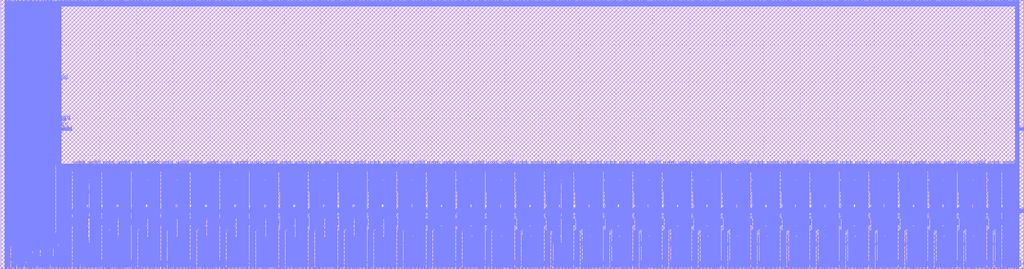
<source format=lef>
VERSION 5.8 ;
BUSBITCHARS "[]" ;
DIVIDERCHAR "/" ;

MACRO sramgen_sram_1024x64m8w32_replica_v1
  CLASS BLOCK ;
  ORIGIN 84.035 353.63 ;
  FOREIGN sramgen_sram_1024x64m8w32_replica_v1 -84.035 -353.63 ;
  SIZE 1386.495 BY 365.345 ;
  SYMMETRY X Y R90 ;
  PIN vdd
    DIRECTION INOUT ;
    USE POWER ;
    PORT
      LAYER met3 ;
        RECT 567.8 2.86 568.2 11.315 ;
    END
    PORT
      LAYER met3 ;
        RECT 567.8 -353.23 568.2 -211.68 ;
    END
    PORT
      LAYER met3 ;
        RECT 569.4 2.86 569.8 11.315 ;
    END
    PORT
      LAYER met3 ;
        RECT 569.4 -353.23 569.8 -211.68 ;
    END
    PORT
      LAYER met3 ;
        RECT 571 2.86 571.4 11.315 ;
    END
    PORT
      LAYER met3 ;
        RECT 571 -353.23 571.4 -211.68 ;
    END
    PORT
      LAYER met3 ;
        RECT 572.6 2.86 573 11.315 ;
    END
    PORT
      LAYER met3 ;
        RECT 572.6 -221.86 573 -211.68 ;
    END
    PORT
      LAYER met3 ;
        RECT 572.6 -295 573 -285.88 ;
    END
    PORT
      LAYER met3 ;
        RECT 574.2 2.86 574.6 11.315 ;
    END
    PORT
      LAYER met3 ;
        RECT 574.2 -232.46 574.6 -211.68 ;
    END
    PORT
      LAYER met3 ;
        RECT 574.2 -353.23 574.6 -301.78 ;
    END
    PORT
      LAYER met3 ;
        RECT 575.8 2.86 576.2 11.315 ;
    END
    PORT
      LAYER met3 ;
        RECT 575.8 -353.23 576.2 -211.68 ;
    END
    PORT
      LAYER met3 ;
        RECT 577.4 2.86 577.8 11.315 ;
    END
    PORT
      LAYER met3 ;
        RECT 577.4 -353.23 577.8 -211.68 ;
    END
    PORT
      LAYER met3 ;
        RECT 579 2.86 579.4 11.315 ;
    END
    PORT
      LAYER met3 ;
        RECT 579 -353.23 579.4 -211.68 ;
    END
    PORT
      LAYER met3 ;
        RECT 580.6 2.86 581 11.315 ;
    END
    PORT
      LAYER met3 ;
        RECT 580.6 -353.23 581 -211.68 ;
    END
    PORT
      LAYER met3 ;
        RECT 582.2 2.86 582.6 11.315 ;
    END
    PORT
      LAYER met3 ;
        RECT 582.2 -301.36 582.6 -211.68 ;
    END
    PORT
      LAYER met3 ;
        RECT 583.8 2.86 584.2 11.315 ;
    END
    PORT
      LAYER met3 ;
        RECT 583.8 -300.3 584.2 -211.68 ;
    END
    PORT
      LAYER met3 ;
        RECT 583.8 -353.23 584.2 -346.3 ;
    END
    PORT
      LAYER met3 ;
        RECT 585.4 2.86 585.8 11.315 ;
    END
    PORT
      LAYER met3 ;
        RECT 585.4 -353.23 585.8 -211.68 ;
    END
    PORT
      LAYER met3 ;
        RECT 587 2.86 587.4 11.315 ;
    END
    PORT
      LAYER met3 ;
        RECT 587 -353.23 587.4 -211.68 ;
    END
    PORT
      LAYER met3 ;
        RECT 588.6 2.86 589 11.315 ;
    END
    PORT
      LAYER met3 ;
        RECT 588.6 -353.23 589 -211.68 ;
    END
    PORT
      LAYER met3 ;
        RECT 590.2 2.86 590.6 11.315 ;
    END
    PORT
      LAYER met3 ;
        RECT 590.2 -353.23 590.6 -211.68 ;
    END
    PORT
      LAYER met3 ;
        RECT 591.8 2.86 592.2 11.315 ;
    END
    PORT
      LAYER met3 ;
        RECT 591.8 -353.23 592.2 -211.68 ;
    END
    PORT
      LAYER met3 ;
        RECT 593.4 2.86 593.8 11.315 ;
    END
    PORT
      LAYER met3 ;
        RECT 593.4 -221.86 593.8 -211.68 ;
    END
    PORT
      LAYER met3 ;
        RECT 593.4 -295 593.8 -285.88 ;
    END
    PORT
      LAYER met3 ;
        RECT 595 2.86 595.4 11.315 ;
    END
    PORT
      LAYER met3 ;
        RECT 595 -221.86 595.4 -211.68 ;
    END
    PORT
      LAYER met3 ;
        RECT 595 -353.23 595.4 -310.26 ;
    END
    PORT
      LAYER met3 ;
        RECT 596.6 2.86 597 11.315 ;
    END
    PORT
      LAYER met3 ;
        RECT 596.6 -353.23 597 -211.68 ;
    END
    PORT
      LAYER met3 ;
        RECT 598.2 2.86 598.6 11.315 ;
    END
    PORT
      LAYER met3 ;
        RECT 598.2 -353.23 598.6 -211.68 ;
    END
    PORT
      LAYER met3 ;
        RECT 599.8 2.86 600.2 11.315 ;
    END
    PORT
      LAYER met3 ;
        RECT 599.8 -353.23 600.2 -211.68 ;
    END
    PORT
      LAYER met3 ;
        RECT 601.4 2.86 601.8 11.315 ;
    END
    PORT
      LAYER met3 ;
        RECT 601.4 -353.23 601.8 -211.68 ;
    END
    PORT
      LAYER met3 ;
        RECT 603 2.86 603.4 11.315 ;
    END
    PORT
      LAYER met3 ;
        RECT 603 -353.23 603.4 -211.68 ;
    END
    PORT
      LAYER met3 ;
        RECT 604.6 2.86 605 11.315 ;
    END
    PORT
      LAYER met3 ;
        RECT 604.6 -353.23 605 -211.68 ;
    END
    PORT
      LAYER met3 ;
        RECT 606.2 2.86 606.6 11.315 ;
    END
    PORT
      LAYER met3 ;
        RECT 606.2 -353.23 606.6 -211.68 ;
    END
    PORT
      LAYER met3 ;
        RECT 607.8 2.86 608.2 11.315 ;
    END
    PORT
      LAYER met3 ;
        RECT 607.8 -353.23 608.2 -211.68 ;
    END
    PORT
      LAYER met3 ;
        RECT 609.4 2.86 609.8 11.315 ;
    END
    PORT
      LAYER met3 ;
        RECT 609.4 -353.23 609.8 -211.68 ;
    END
    PORT
      LAYER met3 ;
        RECT 611 2.86 611.4 11.315 ;
    END
    PORT
      LAYER met3 ;
        RECT 611 -353.23 611.4 -211.68 ;
    END
    PORT
      LAYER met3 ;
        RECT 612.6 2.86 613 11.315 ;
    END
    PORT
      LAYER met3 ;
        RECT 612.6 -221.86 613 -211.68 ;
    END
    PORT
      LAYER met3 ;
        RECT 612.6 -295 613 -285.88 ;
    END
    PORT
      LAYER met3 ;
        RECT 614.2 2.86 614.6 11.315 ;
    END
    PORT
      LAYER met3 ;
        RECT 614.2 -232.46 614.6 -211.68 ;
    END
    PORT
      LAYER met3 ;
        RECT 614.2 -353.23 614.6 -301.78 ;
    END
    PORT
      LAYER met3 ;
        RECT 615.8 2.86 616.2 11.315 ;
    END
    PORT
      LAYER met3 ;
        RECT 615.8 -353.23 616.2 -211.68 ;
    END
    PORT
      LAYER met3 ;
        RECT 617.4 2.86 617.8 11.315 ;
    END
    PORT
      LAYER met3 ;
        RECT 617.4 -353.23 617.8 -211.68 ;
    END
    PORT
      LAYER met3 ;
        RECT 619 2.86 619.4 11.315 ;
    END
    PORT
      LAYER met3 ;
        RECT 619 -353.23 619.4 -211.68 ;
    END
    PORT
      LAYER met3 ;
        RECT 620.6 2.86 621 11.315 ;
    END
    PORT
      LAYER met3 ;
        RECT 620.6 -353.23 621 -211.68 ;
    END
    PORT
      LAYER met3 ;
        RECT 622.2 2.86 622.6 11.315 ;
    END
    PORT
      LAYER met3 ;
        RECT 622.2 -301.36 622.6 -211.68 ;
    END
    PORT
      LAYER met3 ;
        RECT 623.8 2.86 624.2 11.315 ;
    END
    PORT
      LAYER met3 ;
        RECT 623.8 -300.3 624.2 -211.68 ;
    END
    PORT
      LAYER met3 ;
        RECT 623.8 -353.23 624.2 -346.3 ;
    END
    PORT
      LAYER met3 ;
        RECT 625.4 2.86 625.8 11.315 ;
    END
    PORT
      LAYER met3 ;
        RECT 625.4 -353.23 625.8 -211.68 ;
    END
    PORT
      LAYER met3 ;
        RECT 627 2.86 627.4 11.315 ;
    END
    PORT
      LAYER met3 ;
        RECT 627 -353.23 627.4 -211.68 ;
    END
    PORT
      LAYER met3 ;
        RECT 628.6 2.86 629 11.315 ;
    END
    PORT
      LAYER met3 ;
        RECT 628.6 -353.23 629 -211.68 ;
    END
    PORT
      LAYER met3 ;
        RECT 630.2 2.86 630.6 11.315 ;
    END
    PORT
      LAYER met3 ;
        RECT 630.2 -353.23 630.6 -211.68 ;
    END
    PORT
      LAYER met3 ;
        RECT 631.8 2.86 632.2 11.315 ;
    END
    PORT
      LAYER met3 ;
        RECT 631.8 -353.23 632.2 -211.68 ;
    END
    PORT
      LAYER met3 ;
        RECT 633.4 2.86 633.8 11.315 ;
    END
    PORT
      LAYER met3 ;
        RECT 633.4 -221.86 633.8 -211.68 ;
    END
    PORT
      LAYER met3 ;
        RECT 633.4 -295 633.8 -285.88 ;
    END
    PORT
      LAYER met3 ;
        RECT 635 2.86 635.4 11.315 ;
    END
    PORT
      LAYER met3 ;
        RECT 635 -221.86 635.4 -211.68 ;
    END
    PORT
      LAYER met3 ;
        RECT 635 -353.23 635.4 -310.26 ;
    END
    PORT
      LAYER met3 ;
        RECT 636.6 2.86 637 11.315 ;
    END
    PORT
      LAYER met3 ;
        RECT 636.6 -353.23 637 -211.68 ;
    END
    PORT
      LAYER met3 ;
        RECT 638.2 2.86 638.6 11.315 ;
    END
    PORT
      LAYER met3 ;
        RECT 638.2 -353.23 638.6 -211.68 ;
    END
    PORT
      LAYER met3 ;
        RECT 639.8 2.86 640.2 11.315 ;
    END
    PORT
      LAYER met3 ;
        RECT 639.8 -353.23 640.2 -211.68 ;
    END
    PORT
      LAYER met3 ;
        RECT 641.4 2.86 641.8 11.315 ;
    END
    PORT
      LAYER met3 ;
        RECT 641.4 -353.23 641.8 -211.68 ;
    END
    PORT
      LAYER met3 ;
        RECT 643 2.86 643.4 11.315 ;
    END
    PORT
      LAYER met3 ;
        RECT 643 -353.23 643.4 -211.68 ;
    END
    PORT
      LAYER met3 ;
        RECT 644.6 2.86 645 11.315 ;
    END
    PORT
      LAYER met3 ;
        RECT 644.6 -353.23 645 -211.68 ;
    END
    PORT
      LAYER met3 ;
        RECT 646.2 2.86 646.6 11.315 ;
    END
    PORT
      LAYER met3 ;
        RECT 646.2 -353.23 646.6 -211.68 ;
    END
    PORT
      LAYER met3 ;
        RECT 647.8 2.86 648.2 11.315 ;
    END
    PORT
      LAYER met3 ;
        RECT 647.8 -353.23 648.2 -211.68 ;
    END
    PORT
      LAYER met3 ;
        RECT 649.4 2.86 649.8 11.315 ;
    END
    PORT
      LAYER met3 ;
        RECT 649.4 -353.23 649.8 -211.68 ;
    END
    PORT
      LAYER met3 ;
        RECT 651 2.86 651.4 11.315 ;
    END
    PORT
      LAYER met3 ;
        RECT 651 -353.23 651.4 -211.68 ;
    END
    PORT
      LAYER met3 ;
        RECT 652.6 2.86 653 11.315 ;
    END
    PORT
      LAYER met3 ;
        RECT 652.6 -221.86 653 -211.68 ;
    END
    PORT
      LAYER met3 ;
        RECT 652.6 -295 653 -285.88 ;
    END
    PORT
      LAYER met3 ;
        RECT 654.2 2.86 654.6 11.315 ;
    END
    PORT
      LAYER met3 ;
        RECT 654.2 -232.46 654.6 -211.68 ;
    END
    PORT
      LAYER met3 ;
        RECT 654.2 -353.23 654.6 -301.78 ;
    END
    PORT
      LAYER met3 ;
        RECT 655.8 2.86 656.2 11.315 ;
    END
    PORT
      LAYER met3 ;
        RECT 655.8 -353.23 656.2 -211.68 ;
    END
    PORT
      LAYER met3 ;
        RECT 657.4 2.86 657.8 11.315 ;
    END
    PORT
      LAYER met3 ;
        RECT 657.4 -353.23 657.8 -211.68 ;
    END
    PORT
      LAYER met3 ;
        RECT 659 2.86 659.4 11.315 ;
    END
    PORT
      LAYER met3 ;
        RECT 659 -353.23 659.4 -211.68 ;
    END
    PORT
      LAYER met3 ;
        RECT 660.6 2.86 661 11.315 ;
    END
    PORT
      LAYER met3 ;
        RECT 660.6 -353.23 661 -211.68 ;
    END
    PORT
      LAYER met3 ;
        RECT 662.2 2.86 662.6 11.315 ;
    END
    PORT
      LAYER met3 ;
        RECT 662.2 -301.36 662.6 -211.68 ;
    END
    PORT
      LAYER met3 ;
        RECT 663.8 2.86 664.2 11.315 ;
    END
    PORT
      LAYER met3 ;
        RECT 663.8 -300.3 664.2 -211.68 ;
    END
    PORT
      LAYER met3 ;
        RECT 665.4 2.86 665.8 11.315 ;
    END
    PORT
      LAYER met3 ;
        RECT 665.4 -353.23 665.8 -211.68 ;
    END
    PORT
      LAYER met3 ;
        RECT 667 2.86 667.4 11.315 ;
    END
    PORT
      LAYER met3 ;
        RECT 667 -353.23 667.4 -211.68 ;
    END
    PORT
      LAYER met3 ;
        RECT 668.6 2.86 669 11.315 ;
    END
    PORT
      LAYER met3 ;
        RECT 668.6 -353.23 669 -211.68 ;
    END
    PORT
      LAYER met3 ;
        RECT 670.2 2.86 670.6 11.315 ;
    END
    PORT
      LAYER met3 ;
        RECT 670.2 -353.23 670.6 -211.68 ;
    END
    PORT
      LAYER met3 ;
        RECT 671.8 2.86 672.2 11.315 ;
    END
    PORT
      LAYER met3 ;
        RECT 671.8 -353.23 672.2 -211.68 ;
    END
    PORT
      LAYER met3 ;
        RECT 673.4 2.86 673.8 11.315 ;
    END
    PORT
      LAYER met3 ;
        RECT 673.4 -221.86 673.8 -211.68 ;
    END
    PORT
      LAYER met3 ;
        RECT 673.4 -295 673.8 -285.88 ;
    END
    PORT
      LAYER met3 ;
        RECT 675 2.86 675.4 11.315 ;
    END
    PORT
      LAYER met3 ;
        RECT 675 -221.86 675.4 -211.68 ;
    END
    PORT
      LAYER met3 ;
        RECT 675 -353.23 675.4 -310.26 ;
    END
    PORT
      LAYER met3 ;
        RECT 676.6 2.86 677 11.315 ;
    END
    PORT
      LAYER met3 ;
        RECT 676.6 -237.76 677 -211.68 ;
    END
    PORT
      LAYER met3 ;
        RECT 676.6 -353.23 677 -318.74 ;
    END
    PORT
      LAYER met3 ;
        RECT 678.2 2.86 678.6 11.315 ;
    END
    PORT
      LAYER met3 ;
        RECT 678.2 -353.23 678.6 -211.68 ;
    END
    PORT
      LAYER met3 ;
        RECT 679.8 2.86 680.2 11.315 ;
    END
    PORT
      LAYER met3 ;
        RECT 679.8 -353.23 680.2 -211.68 ;
    END
    PORT
      LAYER met3 ;
        RECT 681.4 2.86 681.8 11.315 ;
    END
    PORT
      LAYER met3 ;
        RECT 681.4 -353.23 681.8 -211.68 ;
    END
    PORT
      LAYER met3 ;
        RECT 683 2.86 683.4 11.315 ;
    END
    PORT
      LAYER met3 ;
        RECT 683 -353.23 683.4 -211.68 ;
    END
    PORT
      LAYER met3 ;
        RECT 684.6 2.86 685 11.315 ;
    END
    PORT
      LAYER met3 ;
        RECT 684.6 -353.23 685 -211.68 ;
    END
    PORT
      LAYER met3 ;
        RECT 686.2 2.86 686.6 11.315 ;
    END
    PORT
      LAYER met3 ;
        RECT 686.2 -353.23 686.6 -211.68 ;
    END
    PORT
      LAYER met3 ;
        RECT 687.8 2.86 688.2 11.315 ;
    END
    PORT
      LAYER met3 ;
        RECT 687.8 -353.23 688.2 -211.68 ;
    END
    PORT
      LAYER met3 ;
        RECT 689.4 2.86 689.8 11.315 ;
    END
    PORT
      LAYER met3 ;
        RECT 689.4 -353.23 689.8 -211.68 ;
    END
    PORT
      LAYER met3 ;
        RECT 691 2.86 691.4 11.315 ;
    END
    PORT
      LAYER met3 ;
        RECT 691 -353.23 691.4 -211.68 ;
    END
    PORT
      LAYER met3 ;
        RECT 692.6 2.86 693 11.315 ;
    END
    PORT
      LAYER met3 ;
        RECT 692.6 -221.86 693 -211.68 ;
    END
    PORT
      LAYER met3 ;
        RECT 692.6 -295 693 -285.88 ;
    END
    PORT
      LAYER met3 ;
        RECT 694.2 2.86 694.6 11.315 ;
    END
    PORT
      LAYER met3 ;
        RECT 694.2 -232.46 694.6 -211.68 ;
    END
    PORT
      LAYER met3 ;
        RECT 694.2 -353.23 694.6 -301.78 ;
    END
    PORT
      LAYER met3 ;
        RECT 695.8 2.86 696.2 11.315 ;
    END
    PORT
      LAYER met3 ;
        RECT 695.8 -353.23 696.2 -211.68 ;
    END
    PORT
      LAYER met3 ;
        RECT 697.4 2.86 697.8 11.315 ;
    END
    PORT
      LAYER met3 ;
        RECT 697.4 -353.23 697.8 -211.68 ;
    END
    PORT
      LAYER met3 ;
        RECT 699 2.86 699.4 11.315 ;
    END
    PORT
      LAYER met3 ;
        RECT 699 -353.23 699.4 -211.68 ;
    END
    PORT
      LAYER met3 ;
        RECT 700.6 2.86 701 11.315 ;
    END
    PORT
      LAYER met3 ;
        RECT 700.6 -353.23 701 -211.68 ;
    END
    PORT
      LAYER met3 ;
        RECT 702.2 2.86 702.6 11.315 ;
    END
    PORT
      LAYER met3 ;
        RECT 702.2 -301.36 702.6 -211.68 ;
    END
    PORT
      LAYER met3 ;
        RECT 703.8 2.86 704.2 11.315 ;
    END
    PORT
      LAYER met3 ;
        RECT 703.8 -300.3 704.2 -211.68 ;
    END
    PORT
      LAYER met3 ;
        RECT 703.8 -353.23 704.2 -346.3 ;
    END
    PORT
      LAYER met3 ;
        RECT 705.4 2.86 705.8 11.315 ;
    END
    PORT
      LAYER met3 ;
        RECT 705.4 -353.23 705.8 -211.68 ;
    END
    PORT
      LAYER met3 ;
        RECT 707 2.86 707.4 11.315 ;
    END
    PORT
      LAYER met3 ;
        RECT 707 -353.23 707.4 -211.68 ;
    END
    PORT
      LAYER met3 ;
        RECT 708.6 2.86 709 11.315 ;
    END
    PORT
      LAYER met3 ;
        RECT 708.6 -353.23 709 -211.68 ;
    END
    PORT
      LAYER met3 ;
        RECT 710.2 2.86 710.6 11.315 ;
    END
    PORT
      LAYER met3 ;
        RECT 710.2 -353.23 710.6 -211.68 ;
    END
    PORT
      LAYER met3 ;
        RECT 711.8 2.86 712.2 11.315 ;
    END
    PORT
      LAYER met3 ;
        RECT 711.8 -353.23 712.2 -211.68 ;
    END
    PORT
      LAYER met3 ;
        RECT 713.4 2.86 713.8 11.315 ;
    END
    PORT
      LAYER met3 ;
        RECT 713.4 -221.86 713.8 -211.68 ;
    END
    PORT
      LAYER met3 ;
        RECT 713.4 -295 713.8 -285.88 ;
    END
    PORT
      LAYER met3 ;
        RECT 715 2.86 715.4 11.315 ;
    END
    PORT
      LAYER met3 ;
        RECT 715 -221.86 715.4 -211.68 ;
    END
    PORT
      LAYER met3 ;
        RECT 715 -353.23 715.4 -310.26 ;
    END
    PORT
      LAYER met3 ;
        RECT 716.6 2.86 717 11.315 ;
    END
    PORT
      LAYER met3 ;
        RECT 716.6 -353.23 717 -211.68 ;
    END
    PORT
      LAYER met3 ;
        RECT 718.2 2.86 718.6 11.315 ;
    END
    PORT
      LAYER met3 ;
        RECT 718.2 -353.23 718.6 -211.68 ;
    END
    PORT
      LAYER met3 ;
        RECT 719.8 2.86 720.2 11.315 ;
    END
    PORT
      LAYER met3 ;
        RECT 719.8 -353.23 720.2 -211.68 ;
    END
    PORT
      LAYER met3 ;
        RECT 721.4 2.86 721.8 11.315 ;
    END
    PORT
      LAYER met3 ;
        RECT 721.4 -353.23 721.8 -211.68 ;
    END
    PORT
      LAYER met3 ;
        RECT 723 2.86 723.4 11.315 ;
    END
    PORT
      LAYER met3 ;
        RECT 723 -353.23 723.4 -211.68 ;
    END
    PORT
      LAYER met3 ;
        RECT 724.6 2.86 725 11.315 ;
    END
    PORT
      LAYER met3 ;
        RECT 724.6 -353.23 725 -211.68 ;
    END
    PORT
      LAYER met3 ;
        RECT 726.2 2.86 726.6 11.315 ;
    END
    PORT
      LAYER met3 ;
        RECT 726.2 -353.23 726.6 -211.68 ;
    END
    PORT
      LAYER met3 ;
        RECT 727.8 2.86 728.2 11.315 ;
    END
    PORT
      LAYER met3 ;
        RECT 727.8 -353.23 728.2 -211.68 ;
    END
    PORT
      LAYER met3 ;
        RECT 729.4 2.86 729.8 11.315 ;
    END
    PORT
      LAYER met3 ;
        RECT 729.4 -353.23 729.8 -211.68 ;
    END
    PORT
      LAYER met3 ;
        RECT 731 2.86 731.4 11.315 ;
    END
    PORT
      LAYER met3 ;
        RECT 731 -353.23 731.4 -211.68 ;
    END
    PORT
      LAYER met3 ;
        RECT 732.6 2.86 733 11.315 ;
    END
    PORT
      LAYER met3 ;
        RECT 732.6 -221.86 733 -211.68 ;
    END
    PORT
      LAYER met3 ;
        RECT 732.6 -295 733 -285.88 ;
    END
    PORT
      LAYER met3 ;
        RECT 734.2 2.86 734.6 11.315 ;
    END
    PORT
      LAYER met3 ;
        RECT 734.2 -232.46 734.6 -211.68 ;
    END
    PORT
      LAYER met3 ;
        RECT 734.2 -353.23 734.6 -301.78 ;
    END
    PORT
      LAYER met3 ;
        RECT 735.8 2.86 736.2 11.315 ;
    END
    PORT
      LAYER met3 ;
        RECT 735.8 -353.23 736.2 -211.68 ;
    END
    PORT
      LAYER met3 ;
        RECT 737.4 2.86 737.8 11.315 ;
    END
    PORT
      LAYER met3 ;
        RECT 737.4 -353.23 737.8 -211.68 ;
    END
    PORT
      LAYER met3 ;
        RECT 739 2.86 739.4 11.315 ;
    END
    PORT
      LAYER met3 ;
        RECT 739 -353.23 739.4 -211.68 ;
    END
    PORT
      LAYER met3 ;
        RECT 740.6 2.86 741 11.315 ;
    END
    PORT
      LAYER met3 ;
        RECT 740.6 -353.23 741 -211.68 ;
    END
    PORT
      LAYER met3 ;
        RECT 742.2 2.86 742.6 11.315 ;
    END
    PORT
      LAYER met3 ;
        RECT 742.2 -301.36 742.6 -211.68 ;
    END
    PORT
      LAYER met3 ;
        RECT 743.8 2.86 744.2 11.315 ;
    END
    PORT
      LAYER met3 ;
        RECT 743.8 -300.3 744.2 -211.68 ;
    END
    PORT
      LAYER met3 ;
        RECT 743.8 -353.23 744.2 -346.3 ;
    END
    PORT
      LAYER met3 ;
        RECT 745.4 2.86 745.8 11.315 ;
    END
    PORT
      LAYER met3 ;
        RECT 745.4 -353.23 745.8 -211.68 ;
    END
    PORT
      LAYER met3 ;
        RECT 747 2.86 747.4 11.315 ;
    END
    PORT
      LAYER met3 ;
        RECT 747 -353.23 747.4 -211.68 ;
    END
    PORT
      LAYER met3 ;
        RECT 748.6 2.86 749 11.315 ;
    END
    PORT
      LAYER met3 ;
        RECT 748.6 -353.23 749 -211.68 ;
    END
    PORT
      LAYER met3 ;
        RECT 750.2 2.86 750.6 11.315 ;
    END
    PORT
      LAYER met3 ;
        RECT 750.2 -353.23 750.6 -211.68 ;
    END
    PORT
      LAYER met3 ;
        RECT 751.8 2.86 752.2 11.315 ;
    END
    PORT
      LAYER met3 ;
        RECT 751.8 -353.23 752.2 -211.68 ;
    END
    PORT
      LAYER met3 ;
        RECT 753.4 2.86 753.8 11.315 ;
    END
    PORT
      LAYER met3 ;
        RECT 753.4 -221.86 753.8 -211.68 ;
    END
    PORT
      LAYER met3 ;
        RECT 753.4 -295 753.8 -285.88 ;
    END
    PORT
      LAYER met3 ;
        RECT 755 2.86 755.4 11.315 ;
    END
    PORT
      LAYER met3 ;
        RECT 755 -221.86 755.4 -211.68 ;
    END
    PORT
      LAYER met3 ;
        RECT 755 -353.23 755.4 -310.26 ;
    END
    PORT
      LAYER met3 ;
        RECT 756.6 2.86 757 11.315 ;
    END
    PORT
      LAYER met3 ;
        RECT 756.6 -353.23 757 -211.68 ;
    END
    PORT
      LAYER met3 ;
        RECT 758.2 2.86 758.6 11.315 ;
    END
    PORT
      LAYER met3 ;
        RECT 758.2 -353.23 758.6 -211.68 ;
    END
    PORT
      LAYER met3 ;
        RECT 759.8 2.86 760.2 11.315 ;
    END
    PORT
      LAYER met3 ;
        RECT 759.8 -353.23 760.2 -211.68 ;
    END
    PORT
      LAYER met3 ;
        RECT 761.4 2.86 761.8 11.315 ;
    END
    PORT
      LAYER met3 ;
        RECT 761.4 -353.23 761.8 -211.68 ;
    END
    PORT
      LAYER met3 ;
        RECT 763 2.86 763.4 11.315 ;
    END
    PORT
      LAYER met3 ;
        RECT 763 -353.23 763.4 -211.68 ;
    END
    PORT
      LAYER met3 ;
        RECT 764.6 2.86 765 11.315 ;
    END
    PORT
      LAYER met3 ;
        RECT 764.6 -353.23 765 -211.68 ;
    END
    PORT
      LAYER met3 ;
        RECT 766.2 2.86 766.6 11.315 ;
    END
    PORT
      LAYER met3 ;
        RECT 766.2 -353.23 766.6 -211.68 ;
    END
    PORT
      LAYER met3 ;
        RECT 767.8 2.86 768.2 11.315 ;
    END
    PORT
      LAYER met3 ;
        RECT 767.8 -353.23 768.2 -211.68 ;
    END
    PORT
      LAYER met3 ;
        RECT 769.4 2.86 769.8 11.315 ;
    END
    PORT
      LAYER met3 ;
        RECT 769.4 -353.23 769.8 -211.68 ;
    END
    PORT
      LAYER met3 ;
        RECT 771 2.86 771.4 11.315 ;
    END
    PORT
      LAYER met3 ;
        RECT 771 -353.23 771.4 -211.68 ;
    END
    PORT
      LAYER met3 ;
        RECT 772.6 2.86 773 11.315 ;
    END
    PORT
      LAYER met3 ;
        RECT 772.6 -221.86 773 -211.68 ;
    END
    PORT
      LAYER met3 ;
        RECT 772.6 -295 773 -285.88 ;
    END
    PORT
      LAYER met3 ;
        RECT 774.2 2.86 774.6 11.315 ;
    END
    PORT
      LAYER met3 ;
        RECT 774.2 -232.46 774.6 -211.68 ;
    END
    PORT
      LAYER met3 ;
        RECT 774.2 -353.23 774.6 -301.78 ;
    END
    PORT
      LAYER met3 ;
        RECT 775.8 2.86 776.2 11.315 ;
    END
    PORT
      LAYER met3 ;
        RECT 775.8 -353.23 776.2 -211.68 ;
    END
    PORT
      LAYER met3 ;
        RECT 777.4 2.86 777.8 11.315 ;
    END
    PORT
      LAYER met3 ;
        RECT 777.4 -353.23 777.8 -211.68 ;
    END
    PORT
      LAYER met3 ;
        RECT 779 2.86 779.4 11.315 ;
    END
    PORT
      LAYER met3 ;
        RECT 779 -353.23 779.4 -211.68 ;
    END
    PORT
      LAYER met3 ;
        RECT 780.6 2.86 781 11.315 ;
    END
    PORT
      LAYER met3 ;
        RECT 780.6 -353.23 781 -211.68 ;
    END
    PORT
      LAYER met3 ;
        RECT 782.2 2.86 782.6 11.315 ;
    END
    PORT
      LAYER met3 ;
        RECT 782.2 -301.36 782.6 -211.68 ;
    END
    PORT
      LAYER met3 ;
        RECT 783.8 2.86 784.2 11.315 ;
    END
    PORT
      LAYER met3 ;
        RECT 783.8 -300.3 784.2 -211.68 ;
    END
    PORT
      LAYER met3 ;
        RECT 783.8 -353.23 784.2 -346.3 ;
    END
    PORT
      LAYER met3 ;
        RECT 785.4 2.86 785.8 11.315 ;
    END
    PORT
      LAYER met3 ;
        RECT 785.4 -353.23 785.8 -211.68 ;
    END
    PORT
      LAYER met3 ;
        RECT 787 2.86 787.4 11.315 ;
    END
    PORT
      LAYER met3 ;
        RECT 787 -353.23 787.4 -211.68 ;
    END
    PORT
      LAYER met3 ;
        RECT 788.6 2.86 789 11.315 ;
    END
    PORT
      LAYER met3 ;
        RECT 788.6 -353.23 789 -211.68 ;
    END
    PORT
      LAYER met3 ;
        RECT 790.2 2.86 790.6 11.315 ;
    END
    PORT
      LAYER met3 ;
        RECT 790.2 -353.23 790.6 -211.68 ;
    END
    PORT
      LAYER met3 ;
        RECT 791.8 2.86 792.2 11.315 ;
    END
    PORT
      LAYER met3 ;
        RECT 791.8 -353.23 792.2 -211.68 ;
    END
    PORT
      LAYER met3 ;
        RECT 793.4 2.86 793.8 11.315 ;
    END
    PORT
      LAYER met3 ;
        RECT 793.4 -221.86 793.8 -211.68 ;
    END
    PORT
      LAYER met3 ;
        RECT 793.4 -295 793.8 -285.88 ;
    END
    PORT
      LAYER met3 ;
        RECT 795 2.86 795.4 11.315 ;
    END
    PORT
      LAYER met3 ;
        RECT 795 -221.86 795.4 -211.68 ;
    END
    PORT
      LAYER met3 ;
        RECT 795 -353.23 795.4 -310.26 ;
    END
    PORT
      LAYER met3 ;
        RECT 796.6 2.86 797 11.315 ;
    END
    PORT
      LAYER met3 ;
        RECT 796.6 -353.23 797 -211.68 ;
    END
    PORT
      LAYER met3 ;
        RECT 798.2 2.86 798.6 11.315 ;
    END
    PORT
      LAYER met3 ;
        RECT 798.2 -353.23 798.6 -211.68 ;
    END
    PORT
      LAYER met3 ;
        RECT 799.8 2.86 800.2 11.315 ;
    END
    PORT
      LAYER met3 ;
        RECT 799.8 -353.23 800.2 -211.68 ;
    END
    PORT
      LAYER met3 ;
        RECT 801.4 2.86 801.8 11.315 ;
    END
    PORT
      LAYER met3 ;
        RECT 801.4 -353.23 801.8 -211.68 ;
    END
    PORT
      LAYER met3 ;
        RECT 803 2.86 803.4 11.315 ;
    END
    PORT
      LAYER met3 ;
        RECT 803 -353.23 803.4 -211.68 ;
    END
    PORT
      LAYER met3 ;
        RECT 804.6 2.86 805 11.315 ;
    END
    PORT
      LAYER met3 ;
        RECT 804.6 -353.23 805 -211.68 ;
    END
    PORT
      LAYER met3 ;
        RECT 806.2 2.86 806.6 11.315 ;
    END
    PORT
      LAYER met3 ;
        RECT 806.2 -353.23 806.6 -211.68 ;
    END
    PORT
      LAYER met3 ;
        RECT 807.8 2.86 808.2 11.315 ;
    END
    PORT
      LAYER met3 ;
        RECT 807.8 -353.23 808.2 -211.68 ;
        RECT 807.75 -298.355 808.2 -298.025 ;
        RECT 807.75 -312.495 808.2 -312.165 ;
    END
    PORT
      LAYER met3 ;
        RECT 809.4 2.86 809.8 11.315 ;
    END
    PORT
      LAYER met3 ;
        RECT 809.4 -353.23 809.8 -211.68 ;
    END
    PORT
      LAYER met3 ;
        RECT 811 2.86 811.4 11.315 ;
    END
    PORT
      LAYER met3 ;
        RECT 811 -353.23 811.4 -211.68 ;
    END
    PORT
      LAYER met3 ;
        RECT 812.6 2.86 813 11.315 ;
    END
    PORT
      LAYER met3 ;
        RECT 812.6 -221.86 813 -211.68 ;
    END
    PORT
      LAYER met3 ;
        RECT 812.6 -295 813 -285.88 ;
    END
    PORT
      LAYER met3 ;
        RECT 814.2 2.86 814.6 11.315 ;
    END
    PORT
      LAYER met3 ;
        RECT 814.2 -232.46 814.6 -211.68 ;
    END
    PORT
      LAYER met3 ;
        RECT 814.2 -353.23 814.6 -301.78 ;
    END
    PORT
      LAYER met3 ;
        RECT 815.8 2.86 816.2 11.315 ;
    END
    PORT
      LAYER met3 ;
        RECT 815.8 -353.23 816.2 -211.68 ;
    END
    PORT
      LAYER met3 ;
        RECT 817.4 2.86 817.8 11.315 ;
    END
    PORT
      LAYER met3 ;
        RECT 817.4 -353.23 817.8 -211.68 ;
    END
    PORT
      LAYER met3 ;
        RECT 819 2.86 819.4 11.315 ;
    END
    PORT
      LAYER met3 ;
        RECT 819 -353.23 819.4 -211.68 ;
    END
    PORT
      LAYER met3 ;
        RECT 820.6 2.86 821 11.315 ;
    END
    PORT
      LAYER met3 ;
        RECT 820.6 -353.23 821 -211.68 ;
    END
    PORT
      LAYER met3 ;
        RECT 822.2 2.86 822.6 11.315 ;
    END
    PORT
      LAYER met3 ;
        RECT 822.2 -301.36 822.6 -211.68 ;
    END
    PORT
      LAYER met3 ;
        RECT 823.8 2.86 824.2 11.315 ;
    END
    PORT
      LAYER met3 ;
        RECT 823.8 -300.3 824.2 -211.68 ;
    END
    PORT
      LAYER met3 ;
        RECT 823.8 -353.23 824.2 -346.3 ;
    END
    PORT
      LAYER met3 ;
        RECT 825.4 2.86 825.8 11.315 ;
    END
    PORT
      LAYER met3 ;
        RECT 825.4 -353.23 825.8 -211.68 ;
    END
    PORT
      LAYER met3 ;
        RECT 827 2.86 827.4 11.315 ;
    END
    PORT
      LAYER met3 ;
        RECT 827 -353.23 827.4 -211.68 ;
    END
    PORT
      LAYER met3 ;
        RECT 828.6 2.86 829 11.315 ;
    END
    PORT
      LAYER met3 ;
        RECT 828.6 -353.23 829 -211.68 ;
    END
    PORT
      LAYER met3 ;
        RECT 830.2 2.86 830.6 11.315 ;
    END
    PORT
      LAYER met3 ;
        RECT 830.2 -353.23 830.6 -211.68 ;
    END
    PORT
      LAYER met3 ;
        RECT 831.8 2.86 832.2 11.315 ;
    END
    PORT
      LAYER met3 ;
        RECT 831.8 -353.23 832.2 -211.68 ;
    END
    PORT
      LAYER met3 ;
        RECT 833.4 2.86 833.8 11.315 ;
    END
    PORT
      LAYER met3 ;
        RECT 833.4 -221.86 833.8 -211.68 ;
    END
    PORT
      LAYER met3 ;
        RECT 833.4 -295 833.8 -285.88 ;
    END
    PORT
      LAYER met3 ;
        RECT 835 2.86 835.4 11.315 ;
    END
    PORT
      LAYER met3 ;
        RECT 835 -221.86 835.4 -211.68 ;
    END
    PORT
      LAYER met3 ;
        RECT 835 -353.23 835.4 -310.26 ;
    END
    PORT
      LAYER met3 ;
        RECT 836.6 2.86 837 11.315 ;
    END
    PORT
      LAYER met3 ;
        RECT 836.6 -353.23 837 -211.68 ;
    END
    PORT
      LAYER met3 ;
        RECT 838.2 2.86 838.6 11.315 ;
    END
    PORT
      LAYER met3 ;
        RECT 838.2 -353.23 838.6 -211.68 ;
    END
    PORT
      LAYER met3 ;
        RECT 839.8 2.86 840.2 11.315 ;
    END
    PORT
      LAYER met3 ;
        RECT 839.8 -353.23 840.2 -211.68 ;
    END
    PORT
      LAYER met3 ;
        RECT 841.4 2.86 841.8 11.315 ;
    END
    PORT
      LAYER met3 ;
        RECT 841.4 -353.23 841.8 -211.68 ;
    END
    PORT
      LAYER met3 ;
        RECT 843 2.86 843.4 11.315 ;
    END
    PORT
      LAYER met3 ;
        RECT 843 -353.23 843.4 -211.68 ;
    END
    PORT
      LAYER met3 ;
        RECT 844.6 2.86 845 11.315 ;
    END
    PORT
      LAYER met3 ;
        RECT 844.6 -353.23 845 -211.68 ;
    END
    PORT
      LAYER met3 ;
        RECT 846.2 2.86 846.6 11.315 ;
    END
    PORT
      LAYER met3 ;
        RECT 846.2 -353.23 846.6 -211.68 ;
    END
    PORT
      LAYER met3 ;
        RECT 847.8 2.86 848.2 11.315 ;
    END
    PORT
      LAYER met3 ;
        RECT 847.8 -353.23 848.2 -211.68 ;
    END
    PORT
      LAYER met3 ;
        RECT 849.4 2.86 849.8 11.315 ;
    END
    PORT
      LAYER met3 ;
        RECT 849.4 -353.23 849.8 -211.68 ;
    END
    PORT
      LAYER met3 ;
        RECT 851 2.86 851.4 11.315 ;
    END
    PORT
      LAYER met3 ;
        RECT 851 -353.23 851.4 -211.68 ;
    END
    PORT
      LAYER met3 ;
        RECT 852.6 2.86 853 11.315 ;
    END
    PORT
      LAYER met3 ;
        RECT 852.6 -221.86 853 -211.68 ;
    END
    PORT
      LAYER met3 ;
        RECT 852.6 -295 853 -285.88 ;
    END
    PORT
      LAYER met3 ;
        RECT 854.2 2.86 854.6 11.315 ;
    END
    PORT
      LAYER met3 ;
        RECT 854.2 -232.46 854.6 -211.68 ;
    END
    PORT
      LAYER met3 ;
        RECT 854.2 -353.23 854.6 -301.78 ;
    END
    PORT
      LAYER met3 ;
        RECT 855.8 2.86 856.2 11.315 ;
    END
    PORT
      LAYER met3 ;
        RECT 855.8 -353.23 856.2 -211.68 ;
    END
    PORT
      LAYER met3 ;
        RECT 857.4 2.86 857.8 11.315 ;
    END
    PORT
      LAYER met3 ;
        RECT 857.4 -353.23 857.8 -211.68 ;
    END
    PORT
      LAYER met3 ;
        RECT 859 2.86 859.4 11.315 ;
    END
    PORT
      LAYER met3 ;
        RECT 859 -353.23 859.4 -211.68 ;
    END
    PORT
      LAYER met3 ;
        RECT 860.6 2.86 861 11.315 ;
    END
    PORT
      LAYER met3 ;
        RECT 860.6 -353.23 861 -211.68 ;
    END
    PORT
      LAYER met3 ;
        RECT 862.2 2.86 862.6 11.315 ;
    END
    PORT
      LAYER met3 ;
        RECT 862.2 -301.36 862.6 -211.68 ;
    END
    PORT
      LAYER met3 ;
        RECT 863.8 2.86 864.2 11.315 ;
    END
    PORT
      LAYER met3 ;
        RECT 863.8 -300.3 864.2 -211.68 ;
    END
    PORT
      LAYER met3 ;
        RECT 863.8 -353.23 864.2 -346.3 ;
    END
    PORT
      LAYER met3 ;
        RECT 865.4 2.86 865.8 11.315 ;
    END
    PORT
      LAYER met3 ;
        RECT 865.4 -353.23 865.8 -211.68 ;
    END
    PORT
      LAYER met3 ;
        RECT 867 2.86 867.4 11.315 ;
    END
    PORT
      LAYER met3 ;
        RECT 867 -353.23 867.4 -211.68 ;
    END
    PORT
      LAYER met3 ;
        RECT 868.6 2.86 869 11.315 ;
    END
    PORT
      LAYER met3 ;
        RECT 868.6 -353.23 869 -211.68 ;
    END
    PORT
      LAYER met3 ;
        RECT 870.2 2.86 870.6 11.315 ;
    END
    PORT
      LAYER met3 ;
        RECT 870.2 -353.23 870.6 -211.68 ;
    END
    PORT
      LAYER met3 ;
        RECT 871.8 2.86 872.2 11.315 ;
    END
    PORT
      LAYER met3 ;
        RECT 871.8 -353.23 872.2 -211.68 ;
    END
    PORT
      LAYER met3 ;
        RECT 873.4 2.86 873.8 11.315 ;
    END
    PORT
      LAYER met3 ;
        RECT 873.4 -221.86 873.8 -211.68 ;
    END
    PORT
      LAYER met3 ;
        RECT 873.4 -295 873.8 -285.88 ;
    END
    PORT
      LAYER met3 ;
        RECT 875 2.86 875.4 11.315 ;
    END
    PORT
      LAYER met3 ;
        RECT 875 -221.86 875.4 -211.68 ;
    END
    PORT
      LAYER met3 ;
        RECT 875 -353.23 875.4 -310.26 ;
    END
    PORT
      LAYER met3 ;
        RECT 876.6 2.86 877 11.315 ;
    END
    PORT
      LAYER met3 ;
        RECT 876.6 -353.23 877 -211.68 ;
    END
    PORT
      LAYER met3 ;
        RECT 878.2 2.86 878.6 11.315 ;
    END
    PORT
      LAYER met3 ;
        RECT 878.2 -353.23 878.6 -211.68 ;
    END
    PORT
      LAYER met3 ;
        RECT 879.8 2.86 880.2 11.315 ;
    END
    PORT
      LAYER met3 ;
        RECT 879.8 -353.23 880.2 -211.68 ;
    END
    PORT
      LAYER met3 ;
        RECT 881.4 2.86 881.8 11.315 ;
    END
    PORT
      LAYER met3 ;
        RECT 881.4 -353.23 881.8 -211.68 ;
    END
    PORT
      LAYER met3 ;
        RECT 883 2.86 883.4 11.315 ;
    END
    PORT
      LAYER met3 ;
        RECT 883 -353.23 883.4 -211.68 ;
    END
    PORT
      LAYER met3 ;
        RECT 884.6 2.86 885 11.315 ;
    END
    PORT
      LAYER met3 ;
        RECT 884.6 -353.23 885 -211.68 ;
    END
    PORT
      LAYER met3 ;
        RECT 886.2 2.86 886.6 11.315 ;
    END
    PORT
      LAYER met3 ;
        RECT 886.2 -353.23 886.6 -211.68 ;
    END
    PORT
      LAYER met3 ;
        RECT 887.8 2.86 888.2 11.315 ;
    END
    PORT
      LAYER met3 ;
        RECT 887.8 -353.23 888.2 -211.68 ;
    END
    PORT
      LAYER met3 ;
        RECT 889.4 2.86 889.8 11.315 ;
    END
    PORT
      LAYER met3 ;
        RECT 889.4 -353.23 889.8 -211.68 ;
    END
    PORT
      LAYER met3 ;
        RECT 891 2.86 891.4 11.315 ;
    END
    PORT
      LAYER met3 ;
        RECT 891 -353.23 891.4 -211.68 ;
    END
    PORT
      LAYER met3 ;
        RECT 892.6 2.86 893 11.315 ;
    END
    PORT
      LAYER met3 ;
        RECT 892.6 -221.86 893 -211.68 ;
    END
    PORT
      LAYER met3 ;
        RECT 892.6 -295 893 -285.88 ;
    END
    PORT
      LAYER met3 ;
        RECT 894.2 2.86 894.6 11.315 ;
    END
    PORT
      LAYER met3 ;
        RECT 894.2 -232.46 894.6 -211.68 ;
    END
    PORT
      LAYER met3 ;
        RECT 894.2 -353.23 894.6 -301.78 ;
    END
    PORT
      LAYER met3 ;
        RECT 895.8 2.86 896.2 11.315 ;
    END
    PORT
      LAYER met3 ;
        RECT 895.8 -353.23 896.2 -211.68 ;
    END
    PORT
      LAYER met3 ;
        RECT 897.4 2.86 897.8 11.315 ;
    END
    PORT
      LAYER met3 ;
        RECT 897.4 -353.23 897.8 -211.68 ;
    END
    PORT
      LAYER met3 ;
        RECT 899 2.86 899.4 11.315 ;
    END
    PORT
      LAYER met3 ;
        RECT 899 -353.23 899.4 -211.68 ;
    END
    PORT
      LAYER met3 ;
        RECT 900.6 2.86 901 11.315 ;
    END
    PORT
      LAYER met3 ;
        RECT 900.6 -353.23 901 -211.68 ;
    END
    PORT
      LAYER met3 ;
        RECT 902.2 2.86 902.6 11.315 ;
    END
    PORT
      LAYER met3 ;
        RECT 902.2 -301.36 902.6 -211.68 ;
    END
    PORT
      LAYER met3 ;
        RECT 903.8 2.86 904.2 11.315 ;
    END
    PORT
      LAYER met3 ;
        RECT 903.8 -300.3 904.2 -211.68 ;
    END
    PORT
      LAYER met3 ;
        RECT 903.8 -353.23 904.2 -346.3 ;
    END
    PORT
      LAYER met3 ;
        RECT 905.4 2.86 905.8 11.315 ;
    END
    PORT
      LAYER met3 ;
        RECT 905.4 -353.23 905.8 -211.68 ;
    END
    PORT
      LAYER met3 ;
        RECT 907 2.86 907.4 11.315 ;
    END
    PORT
      LAYER met3 ;
        RECT 907 -353.23 907.4 -211.68 ;
    END
    PORT
      LAYER met3 ;
        RECT 908.6 2.86 909 11.315 ;
    END
    PORT
      LAYER met3 ;
        RECT 908.6 -353.23 909 -211.68 ;
    END
    PORT
      LAYER met3 ;
        RECT 910.2 2.86 910.6 11.315 ;
    END
    PORT
      LAYER met3 ;
        RECT 910.2 -353.23 910.6 -211.68 ;
    END
    PORT
      LAYER met3 ;
        RECT 911.8 2.86 912.2 11.315 ;
    END
    PORT
      LAYER met3 ;
        RECT 911.8 -353.23 912.2 -211.68 ;
    END
    PORT
      LAYER met3 ;
        RECT 913.4 2.86 913.8 11.315 ;
    END
    PORT
      LAYER met3 ;
        RECT 913.4 -221.86 913.8 -211.68 ;
    END
    PORT
      LAYER met3 ;
        RECT 913.4 -295 913.8 -285.88 ;
    END
    PORT
      LAYER met3 ;
        RECT 915 2.86 915.4 11.315 ;
    END
    PORT
      LAYER met3 ;
        RECT 915 -221.86 915.4 -211.68 ;
    END
    PORT
      LAYER met3 ;
        RECT 915 -353.23 915.4 -310.26 ;
    END
    PORT
      LAYER met3 ;
        RECT 916.6 2.86 917 11.315 ;
    END
    PORT
      LAYER met3 ;
        RECT 916.6 -353.23 917 -211.68 ;
    END
    PORT
      LAYER met3 ;
        RECT 918.2 2.86 918.6 11.315 ;
    END
    PORT
      LAYER met3 ;
        RECT 918.2 -353.23 918.6 -211.68 ;
    END
    PORT
      LAYER met3 ;
        RECT 919.8 2.86 920.2 11.315 ;
    END
    PORT
      LAYER met3 ;
        RECT 919.8 -353.23 920.2 -211.68 ;
    END
    PORT
      LAYER met3 ;
        RECT 921.4 2.86 921.8 11.315 ;
    END
    PORT
      LAYER met3 ;
        RECT 921.4 -353.23 921.8 -211.68 ;
    END
    PORT
      LAYER met3 ;
        RECT 923 2.86 923.4 11.315 ;
    END
    PORT
      LAYER met3 ;
        RECT 923 -353.23 923.4 -211.68 ;
    END
    PORT
      LAYER met3 ;
        RECT 924.6 2.86 925 11.315 ;
    END
    PORT
      LAYER met3 ;
        RECT 924.6 -353.23 925 -211.68 ;
    END
    PORT
      LAYER met3 ;
        RECT 926.2 2.86 926.6 11.315 ;
    END
    PORT
      LAYER met3 ;
        RECT 926.2 -353.23 926.6 -211.68 ;
    END
    PORT
      LAYER met3 ;
        RECT 927.8 2.86 928.2 11.315 ;
    END
    PORT
      LAYER met3 ;
        RECT 927.8 -353.23 928.2 -211.68 ;
    END
    PORT
      LAYER met3 ;
        RECT 929.4 2.86 929.8 11.315 ;
    END
    PORT
      LAYER met3 ;
        RECT 929.4 -353.23 929.8 -211.68 ;
    END
    PORT
      LAYER met3 ;
        RECT 931 2.86 931.4 11.315 ;
    END
    PORT
      LAYER met3 ;
        RECT 931 -353.23 931.4 -211.68 ;
    END
    PORT
      LAYER met3 ;
        RECT 932.6 2.86 933 11.315 ;
    END
    PORT
      LAYER met3 ;
        RECT 932.6 -221.86 933 -211.68 ;
    END
    PORT
      LAYER met3 ;
        RECT 932.6 -295 933 -285.88 ;
    END
    PORT
      LAYER met3 ;
        RECT 934.2 2.86 934.6 11.315 ;
    END
    PORT
      LAYER met3 ;
        RECT 934.2 -232.46 934.6 -211.68 ;
    END
    PORT
      LAYER met3 ;
        RECT 934.2 -353.23 934.6 -301.78 ;
    END
    PORT
      LAYER met3 ;
        RECT 935.8 2.86 936.2 11.315 ;
    END
    PORT
      LAYER met3 ;
        RECT 935.8 -353.23 936.2 -211.68 ;
    END
    PORT
      LAYER met3 ;
        RECT 937.4 2.86 937.8 11.315 ;
    END
    PORT
      LAYER met3 ;
        RECT 937.4 -353.23 937.8 -211.68 ;
    END
    PORT
      LAYER met3 ;
        RECT 939 2.86 939.4 11.315 ;
    END
    PORT
      LAYER met3 ;
        RECT 939 -353.23 939.4 -211.68 ;
    END
    PORT
      LAYER met3 ;
        RECT 940.6 2.86 941 11.315 ;
    END
    PORT
      LAYER met3 ;
        RECT 940.6 -353.23 941 -211.68 ;
    END
    PORT
      LAYER met3 ;
        RECT 942.2 2.86 942.6 11.315 ;
    END
    PORT
      LAYER met3 ;
        RECT 942.2 -301.36 942.6 -211.68 ;
    END
    PORT
      LAYER met3 ;
        RECT 943.8 2.86 944.2 11.315 ;
    END
    PORT
      LAYER met3 ;
        RECT 943.8 -300.3 944.2 -211.68 ;
    END
    PORT
      LAYER met3 ;
        RECT 943.8 -353.23 944.2 -346.3 ;
    END
    PORT
      LAYER met3 ;
        RECT 945.4 2.86 945.8 11.315 ;
    END
    PORT
      LAYER met3 ;
        RECT 945.4 -353.23 945.8 -211.68 ;
    END
    PORT
      LAYER met3 ;
        RECT 947 2.86 947.4 11.315 ;
    END
    PORT
      LAYER met3 ;
        RECT 947 -353.23 947.4 -211.68 ;
    END
    PORT
      LAYER met3 ;
        RECT 948.6 2.86 949 11.315 ;
    END
    PORT
      LAYER met3 ;
        RECT 948.6 -353.23 949 -211.68 ;
    END
    PORT
      LAYER met3 ;
        RECT 950.2 2.86 950.6 11.315 ;
    END
    PORT
      LAYER met3 ;
        RECT 950.2 -353.23 950.6 -211.68 ;
    END
    PORT
      LAYER met3 ;
        RECT 951.8 2.86 952.2 11.315 ;
    END
    PORT
      LAYER met3 ;
        RECT 951.8 -353.23 952.2 -211.68 ;
    END
    PORT
      LAYER met3 ;
        RECT 953.4 2.86 953.8 11.315 ;
    END
    PORT
      LAYER met3 ;
        RECT 953.4 -221.86 953.8 -211.68 ;
    END
    PORT
      LAYER met3 ;
        RECT 953.4 -295 953.8 -285.88 ;
    END
    PORT
      LAYER met3 ;
        RECT 955 2.86 955.4 11.315 ;
    END
    PORT
      LAYER met3 ;
        RECT 955 -221.86 955.4 -211.68 ;
    END
    PORT
      LAYER met3 ;
        RECT 955 -353.23 955.4 -310.26 ;
    END
    PORT
      LAYER met3 ;
        RECT 956.6 2.86 957 11.315 ;
    END
    PORT
      LAYER met3 ;
        RECT 956.6 -353.23 957 -211.68 ;
    END
    PORT
      LAYER met3 ;
        RECT 958.2 2.86 958.6 11.315 ;
    END
    PORT
      LAYER met3 ;
        RECT 958.2 -353.23 958.6 -211.68 ;
    END
    PORT
      LAYER met3 ;
        RECT 959.8 2.86 960.2 11.315 ;
    END
    PORT
      LAYER met3 ;
        RECT 959.8 -353.23 960.2 -211.68 ;
    END
    PORT
      LAYER met3 ;
        RECT 961.4 2.86 961.8 11.315 ;
    END
    PORT
      LAYER met3 ;
        RECT 961.4 -353.23 961.8 -211.68 ;
    END
    PORT
      LAYER met3 ;
        RECT 963 2.86 963.4 11.315 ;
    END
    PORT
      LAYER met3 ;
        RECT 963 -353.23 963.4 -211.68 ;
    END
    PORT
      LAYER met3 ;
        RECT 964.6 2.86 965 11.315 ;
    END
    PORT
      LAYER met3 ;
        RECT 964.6 -353.23 965 -211.68 ;
    END
    PORT
      LAYER met3 ;
        RECT 966.2 2.86 966.6 11.315 ;
    END
    PORT
      LAYER met3 ;
        RECT 966.2 -353.23 966.6 -211.68 ;
    END
    PORT
      LAYER met3 ;
        RECT 967.8 2.86 968.2 11.315 ;
    END
    PORT
      LAYER met3 ;
        RECT 967.8 -353.23 968.2 -211.68 ;
    END
    PORT
      LAYER met3 ;
        RECT 969.4 2.86 969.8 11.315 ;
    END
    PORT
      LAYER met3 ;
        RECT 969.4 -353.23 969.8 -211.68 ;
    END
    PORT
      LAYER met3 ;
        RECT 971 2.86 971.4 11.315 ;
    END
    PORT
      LAYER met3 ;
        RECT 971 -353.23 971.4 -211.68 ;
    END
    PORT
      LAYER met3 ;
        RECT 972.6 2.86 973 11.315 ;
    END
    PORT
      LAYER met3 ;
        RECT 972.6 -221.86 973 -211.68 ;
    END
    PORT
      LAYER met3 ;
        RECT 972.6 -295 973 -285.88 ;
    END
    PORT
      LAYER met3 ;
        RECT 974.2 2.86 974.6 11.315 ;
    END
    PORT
      LAYER met3 ;
        RECT 974.2 -232.46 974.6 -211.68 ;
    END
    PORT
      LAYER met3 ;
        RECT 974.2 -353.23 974.6 -301.78 ;
    END
    PORT
      LAYER met3 ;
        RECT 975.8 2.86 976.2 11.315 ;
    END
    PORT
      LAYER met3 ;
        RECT 975.8 -353.23 976.2 -211.68 ;
    END
    PORT
      LAYER met3 ;
        RECT 977.4 2.86 977.8 11.315 ;
    END
    PORT
      LAYER met3 ;
        RECT 977.4 -353.23 977.8 -211.68 ;
    END
    PORT
      LAYER met3 ;
        RECT 979 2.86 979.4 11.315 ;
    END
    PORT
      LAYER met3 ;
        RECT 979 -353.23 979.4 -211.68 ;
    END
    PORT
      LAYER met3 ;
        RECT 980.6 2.86 981 11.315 ;
    END
    PORT
      LAYER met3 ;
        RECT 980.6 -353.23 981 -211.68 ;
    END
    PORT
      LAYER met3 ;
        RECT 982.2 2.86 982.6 11.315 ;
    END
    PORT
      LAYER met3 ;
        RECT 982.2 -301.36 982.6 -211.68 ;
    END
    PORT
      LAYER met3 ;
        RECT 983.8 2.86 984.2 11.315 ;
    END
    PORT
      LAYER met3 ;
        RECT 983.8 -300.3 984.2 -211.68 ;
    END
    PORT
      LAYER met3 ;
        RECT 983.8 -353.23 984.2 -346.3 ;
    END
    PORT
      LAYER met3 ;
        RECT 985.4 2.86 985.8 11.315 ;
    END
    PORT
      LAYER met3 ;
        RECT 985.4 -353.23 985.8 -211.68 ;
    END
    PORT
      LAYER met3 ;
        RECT 987 2.86 987.4 11.315 ;
    END
    PORT
      LAYER met3 ;
        RECT 987 -353.23 987.4 -211.68 ;
    END
    PORT
      LAYER met3 ;
        RECT 988.6 2.86 989 11.315 ;
    END
    PORT
      LAYER met3 ;
        RECT 988.6 -353.23 989 -211.68 ;
    END
    PORT
      LAYER met3 ;
        RECT 990.2 2.86 990.6 11.315 ;
    END
    PORT
      LAYER met3 ;
        RECT 990.2 -353.23 990.6 -211.68 ;
    END
    PORT
      LAYER met3 ;
        RECT 991.8 2.86 992.2 11.315 ;
    END
    PORT
      LAYER met3 ;
        RECT 991.8 -353.23 992.2 -211.68 ;
    END
    PORT
      LAYER met3 ;
        RECT 993.4 2.86 993.8 11.315 ;
    END
    PORT
      LAYER met3 ;
        RECT 993.4 -221.86 993.8 -211.68 ;
    END
    PORT
      LAYER met3 ;
        RECT 993.4 -295 993.8 -285.88 ;
    END
    PORT
      LAYER met3 ;
        RECT 995 2.86 995.4 11.315 ;
    END
    PORT
      LAYER met3 ;
        RECT 995 -221.86 995.4 -211.68 ;
    END
    PORT
      LAYER met3 ;
        RECT 995 -353.23 995.4 -310.26 ;
    END
    PORT
      LAYER met3 ;
        RECT 996.6 2.86 997 11.315 ;
    END
    PORT
      LAYER met3 ;
        RECT 996.6 -353.23 997 -211.68 ;
    END
    PORT
      LAYER met3 ;
        RECT 998.2 2.86 998.6 11.315 ;
    END
    PORT
      LAYER met3 ;
        RECT 998.2 -353.23 998.6 -211.68 ;
    END
    PORT
      LAYER met3 ;
        RECT 999.8 2.86 1000.2 11.315 ;
    END
    PORT
      LAYER met3 ;
        RECT 999.8 -353.23 1000.2 -211.68 ;
    END
    PORT
      LAYER met3 ;
        RECT 1001.4 2.86 1001.8 11.315 ;
    END
    PORT
      LAYER met3 ;
        RECT 1001.4 -353.23 1001.8 -211.68 ;
    END
    PORT
      LAYER met3 ;
        RECT 1003 2.86 1003.4 11.315 ;
    END
    PORT
      LAYER met3 ;
        RECT 1003 -353.23 1003.4 -211.68 ;
    END
    PORT
      LAYER met3 ;
        RECT 1004.6 2.86 1005 11.315 ;
    END
    PORT
      LAYER met3 ;
        RECT 1004.6 -353.23 1005 -211.68 ;
    END
    PORT
      LAYER met3 ;
        RECT 1006.2 2.86 1006.6 11.315 ;
    END
    PORT
      LAYER met3 ;
        RECT 1006.2 -353.23 1006.6 -211.68 ;
    END
    PORT
      LAYER met3 ;
        RECT 1007.8 2.86 1008.2 11.315 ;
    END
    PORT
      LAYER met3 ;
        RECT 1007.8 -353.23 1008.2 -211.68 ;
    END
    PORT
      LAYER met3 ;
        RECT 1009.4 2.86 1009.8 11.315 ;
    END
    PORT
      LAYER met3 ;
        RECT 1009.4 -353.23 1009.8 -211.68 ;
    END
    PORT
      LAYER met3 ;
        RECT 1011 2.86 1011.4 11.315 ;
    END
    PORT
      LAYER met3 ;
        RECT 1011 -353.23 1011.4 -211.68 ;
    END
    PORT
      LAYER met3 ;
        RECT 1012.6 2.86 1013 11.315 ;
    END
    PORT
      LAYER met3 ;
        RECT 1012.6 -221.86 1013 -211.68 ;
    END
    PORT
      LAYER met3 ;
        RECT 1012.6 -295 1013 -285.88 ;
    END
    PORT
      LAYER met3 ;
        RECT 1014.2 2.86 1014.6 11.315 ;
    END
    PORT
      LAYER met3 ;
        RECT 1014.2 -232.46 1014.6 -211.68 ;
    END
    PORT
      LAYER met3 ;
        RECT 1014.2 -353.23 1014.6 -301.78 ;
    END
    PORT
      LAYER met3 ;
        RECT 1015.8 2.86 1016.2 11.315 ;
    END
    PORT
      LAYER met3 ;
        RECT 1015.8 -353.23 1016.2 -211.68 ;
    END
    PORT
      LAYER met3 ;
        RECT 1017.4 2.86 1017.8 11.315 ;
    END
    PORT
      LAYER met3 ;
        RECT 1017.4 -353.23 1017.8 -211.68 ;
    END
    PORT
      LAYER met3 ;
        RECT 1019 2.86 1019.4 11.315 ;
    END
    PORT
      LAYER met3 ;
        RECT 1019 -353.23 1019.4 -211.68 ;
    END
    PORT
      LAYER met3 ;
        RECT 1020.6 2.86 1021 11.315 ;
    END
    PORT
      LAYER met3 ;
        RECT 1020.6 -353.23 1021 -211.68 ;
    END
    PORT
      LAYER met3 ;
        RECT 1022.2 2.86 1022.6 11.315 ;
    END
    PORT
      LAYER met3 ;
        RECT 1022.2 -301.36 1022.6 -211.68 ;
    END
    PORT
      LAYER met3 ;
        RECT 1023.8 2.86 1024.2 11.315 ;
    END
    PORT
      LAYER met3 ;
        RECT 1023.8 -300.3 1024.2 -211.68 ;
    END
    PORT
      LAYER met3 ;
        RECT 1023.8 -353.23 1024.2 -346.3 ;
    END
    PORT
      LAYER met3 ;
        RECT 1025.4 2.86 1025.8 11.315 ;
    END
    PORT
      LAYER met3 ;
        RECT 1025.4 -353.23 1025.8 -211.68 ;
    END
    PORT
      LAYER met3 ;
        RECT 1027 2.86 1027.4 11.315 ;
    END
    PORT
      LAYER met3 ;
        RECT 1027 -353.23 1027.4 -211.68 ;
    END
    PORT
      LAYER met3 ;
        RECT 1028.6 2.86 1029 11.315 ;
    END
    PORT
      LAYER met3 ;
        RECT 1028.6 -353.23 1029 -211.68 ;
    END
    PORT
      LAYER met3 ;
        RECT 1030.2 2.86 1030.6 11.315 ;
    END
    PORT
      LAYER met3 ;
        RECT 1030.2 -353.23 1030.6 -211.68 ;
    END
    PORT
      LAYER met3 ;
        RECT 1031.8 2.86 1032.2 11.315 ;
    END
    PORT
      LAYER met3 ;
        RECT 1031.8 -353.23 1032.2 -211.68 ;
    END
    PORT
      LAYER met3 ;
        RECT 1033.4 2.86 1033.8 11.315 ;
    END
    PORT
      LAYER met3 ;
        RECT 1033.4 -221.86 1033.8 -211.68 ;
    END
    PORT
      LAYER met3 ;
        RECT 1033.4 -295 1033.8 -285.88 ;
    END
    PORT
      LAYER met3 ;
        RECT 1035 2.86 1035.4 11.315 ;
    END
    PORT
      LAYER met3 ;
        RECT 1035 -221.86 1035.4 -211.68 ;
    END
    PORT
      LAYER met3 ;
        RECT 1035 -353.23 1035.4 -310.26 ;
    END
    PORT
      LAYER met3 ;
        RECT 1036.6 2.86 1037 11.315 ;
    END
    PORT
      LAYER met3 ;
        RECT 1036.6 -353.23 1037 -211.68 ;
    END
    PORT
      LAYER met3 ;
        RECT 1038.2 2.86 1038.6 11.315 ;
    END
    PORT
      LAYER met3 ;
        RECT 1038.2 -353.23 1038.6 -211.68 ;
    END
    PORT
      LAYER met3 ;
        RECT 1039.8 2.86 1040.2 11.315 ;
    END
    PORT
      LAYER met3 ;
        RECT 1039.8 -353.23 1040.2 -211.68 ;
    END
    PORT
      LAYER met3 ;
        RECT 1041.4 2.86 1041.8 11.315 ;
    END
    PORT
      LAYER met3 ;
        RECT 1041.4 -353.23 1041.8 -211.68 ;
    END
    PORT
      LAYER met3 ;
        RECT 1043 2.86 1043.4 11.315 ;
    END
    PORT
      LAYER met3 ;
        RECT 1043 -353.23 1043.4 -211.68 ;
    END
    PORT
      LAYER met3 ;
        RECT 1044.6 2.86 1045 11.315 ;
    END
    PORT
      LAYER met3 ;
        RECT 1044.6 -353.23 1045 -211.68 ;
    END
    PORT
      LAYER met3 ;
        RECT 1046.2 2.86 1046.6 11.315 ;
    END
    PORT
      LAYER met3 ;
        RECT 1046.2 -353.23 1046.6 -211.68 ;
    END
    PORT
      LAYER met3 ;
        RECT 1047.8 2.86 1048.2 11.315 ;
    END
    PORT
      LAYER met3 ;
        RECT 1047.8 -353.23 1048.2 -211.68 ;
    END
    PORT
      LAYER met3 ;
        RECT 1049.4 2.86 1049.8 11.315 ;
    END
    PORT
      LAYER met3 ;
        RECT 1049.4 -353.23 1049.8 -211.68 ;
    END
    PORT
      LAYER met3 ;
        RECT 1051 2.86 1051.4 11.315 ;
    END
    PORT
      LAYER met3 ;
        RECT 1051 -353.23 1051.4 -211.68 ;
    END
    PORT
      LAYER met3 ;
        RECT 1052.6 2.86 1053 11.315 ;
    END
    PORT
      LAYER met3 ;
        RECT 1052.6 -221.86 1053 -211.68 ;
    END
    PORT
      LAYER met3 ;
        RECT 1052.6 -295 1053 -285.88 ;
    END
    PORT
      LAYER met3 ;
        RECT 1054.2 2.86 1054.6 11.315 ;
    END
    PORT
      LAYER met3 ;
        RECT 1054.2 -232.46 1054.6 -211.68 ;
    END
    PORT
      LAYER met3 ;
        RECT 1054.2 -353.23 1054.6 -301.78 ;
    END
    PORT
      LAYER met3 ;
        RECT 1055.8 2.86 1056.2 11.315 ;
    END
    PORT
      LAYER met3 ;
        RECT 1055.8 -353.23 1056.2 -211.68 ;
    END
    PORT
      LAYER met3 ;
        RECT 1057.4 2.86 1057.8 11.315 ;
    END
    PORT
      LAYER met3 ;
        RECT 1057.4 -353.23 1057.8 -211.68 ;
    END
    PORT
      LAYER met3 ;
        RECT 1059 2.86 1059.4 11.315 ;
    END
    PORT
      LAYER met3 ;
        RECT 1059 -353.23 1059.4 -211.68 ;
    END
    PORT
      LAYER met3 ;
        RECT 1060.6 2.86 1061 11.315 ;
    END
    PORT
      LAYER met3 ;
        RECT 1060.6 -353.23 1061 -211.68 ;
    END
    PORT
      LAYER met3 ;
        RECT 1062.2 2.86 1062.6 11.315 ;
    END
    PORT
      LAYER met3 ;
        RECT 1062.2 -301.36 1062.6 -211.68 ;
    END
    PORT
      LAYER met3 ;
        RECT 1063.8 2.86 1064.2 11.315 ;
    END
    PORT
      LAYER met3 ;
        RECT 1063.8 -300.3 1064.2 -211.68 ;
    END
    PORT
      LAYER met3 ;
        RECT 1063.8 -353.23 1064.2 -346.3 ;
    END
    PORT
      LAYER met3 ;
        RECT 1065.4 2.86 1065.8 11.315 ;
    END
    PORT
      LAYER met3 ;
        RECT 1065.4 -353.23 1065.8 -211.68 ;
    END
    PORT
      LAYER met3 ;
        RECT 1067 2.86 1067.4 11.315 ;
    END
    PORT
      LAYER met3 ;
        RECT 1067 -353.23 1067.4 -211.68 ;
    END
    PORT
      LAYER met3 ;
        RECT 1068.6 2.86 1069 11.315 ;
    END
    PORT
      LAYER met3 ;
        RECT 1068.6 -353.23 1069 -211.68 ;
    END
    PORT
      LAYER met3 ;
        RECT 1070.2 2.86 1070.6 11.315 ;
    END
    PORT
      LAYER met3 ;
        RECT 1070.2 -353.23 1070.6 -211.68 ;
    END
    PORT
      LAYER met3 ;
        RECT 1071.8 2.86 1072.2 11.315 ;
    END
    PORT
      LAYER met3 ;
        RECT 1071.8 -353.23 1072.2 -211.68 ;
    END
    PORT
      LAYER met3 ;
        RECT 1073.4 2.86 1073.8 11.315 ;
    END
    PORT
      LAYER met3 ;
        RECT 1073.4 -221.86 1073.8 -211.68 ;
    END
    PORT
      LAYER met3 ;
        RECT 1073.4 -295 1073.8 -285.88 ;
    END
    PORT
      LAYER met3 ;
        RECT 1075 2.86 1075.4 11.315 ;
    END
    PORT
      LAYER met3 ;
        RECT 1075 -221.86 1075.4 -211.68 ;
    END
    PORT
      LAYER met3 ;
        RECT 1075 -353.23 1075.4 -310.26 ;
    END
    PORT
      LAYER met3 ;
        RECT 1076.6 2.86 1077 11.315 ;
    END
    PORT
      LAYER met3 ;
        RECT 1076.6 -353.23 1077 -211.68 ;
    END
    PORT
      LAYER met3 ;
        RECT 1078.2 2.86 1078.6 11.315 ;
    END
    PORT
      LAYER met3 ;
        RECT 1078.2 -353.23 1078.6 -211.68 ;
    END
    PORT
      LAYER met3 ;
        RECT 1079.8 2.86 1080.2 11.315 ;
    END
    PORT
      LAYER met3 ;
        RECT 1079.8 -353.23 1080.2 -211.68 ;
    END
    PORT
      LAYER met3 ;
        RECT 1081.4 2.86 1081.8 11.315 ;
    END
    PORT
      LAYER met3 ;
        RECT 1081.4 -353.23 1081.8 -211.68 ;
    END
    PORT
      LAYER met3 ;
        RECT 1083 2.86 1083.4 11.315 ;
    END
    PORT
      LAYER met3 ;
        RECT 1083 -353.23 1083.4 -211.68 ;
    END
    PORT
      LAYER met3 ;
        RECT 1084.6 2.86 1085 11.315 ;
    END
    PORT
      LAYER met3 ;
        RECT 1084.6 -353.23 1085 -211.68 ;
    END
    PORT
      LAYER met3 ;
        RECT 1086.2 2.86 1086.6 11.315 ;
    END
    PORT
      LAYER met3 ;
        RECT 1086.2 -353.23 1086.6 -211.68 ;
    END
    PORT
      LAYER met3 ;
        RECT 1087.8 2.86 1088.2 11.315 ;
    END
    PORT
      LAYER met3 ;
        RECT 1087.8 -353.23 1088.2 -211.68 ;
    END
    PORT
      LAYER met3 ;
        RECT 1089.4 2.86 1089.8 11.315 ;
    END
    PORT
      LAYER met3 ;
        RECT 1089.4 -353.23 1089.8 -211.68 ;
    END
    PORT
      LAYER met3 ;
        RECT 1091 2.86 1091.4 11.315 ;
    END
    PORT
      LAYER met3 ;
        RECT 1091 -353.23 1091.4 -211.68 ;
    END
    PORT
      LAYER met3 ;
        RECT 1092.6 2.86 1093 11.315 ;
    END
    PORT
      LAYER met3 ;
        RECT 1092.6 -221.86 1093 -211.68 ;
    END
    PORT
      LAYER met3 ;
        RECT 1092.6 -295 1093 -285.88 ;
    END
    PORT
      LAYER met3 ;
        RECT 1094.2 2.86 1094.6 11.315 ;
    END
    PORT
      LAYER met3 ;
        RECT 1094.2 -232.46 1094.6 -211.68 ;
    END
    PORT
      LAYER met3 ;
        RECT 1094.2 -353.23 1094.6 -301.78 ;
    END
    PORT
      LAYER met3 ;
        RECT 1095.8 2.86 1096.2 11.315 ;
    END
    PORT
      LAYER met3 ;
        RECT 1095.8 -353.23 1096.2 -211.68 ;
    END
    PORT
      LAYER met3 ;
        RECT 1097.4 2.86 1097.8 11.315 ;
    END
    PORT
      LAYER met3 ;
        RECT 1097.4 -353.23 1097.8 -211.68 ;
    END
    PORT
      LAYER met3 ;
        RECT 1099 2.86 1099.4 11.315 ;
    END
    PORT
      LAYER met3 ;
        RECT 1099 -353.23 1099.4 -211.68 ;
    END
    PORT
      LAYER met3 ;
        RECT 1100.6 2.86 1101 11.315 ;
    END
    PORT
      LAYER met3 ;
        RECT 1100.6 -353.23 1101 -211.68 ;
    END
    PORT
      LAYER met3 ;
        RECT 1102.2 2.86 1102.6 11.315 ;
    END
    PORT
      LAYER met3 ;
        RECT 1102.2 -301.36 1102.6 -211.68 ;
    END
    PORT
      LAYER met3 ;
        RECT 1103.8 2.86 1104.2 11.315 ;
    END
    PORT
      LAYER met3 ;
        RECT 1103.8 -300.3 1104.2 -211.68 ;
    END
    PORT
      LAYER met3 ;
        RECT 1103.8 -353.23 1104.2 -346.3 ;
    END
    PORT
      LAYER met3 ;
        RECT 1105.4 2.86 1105.8 11.315 ;
    END
    PORT
      LAYER met3 ;
        RECT 1105.4 -353.23 1105.8 -211.68 ;
    END
    PORT
      LAYER met3 ;
        RECT 1107 2.86 1107.4 11.315 ;
    END
    PORT
      LAYER met3 ;
        RECT 1107 -353.23 1107.4 -211.68 ;
    END
    PORT
      LAYER met3 ;
        RECT 1108.6 2.86 1109 11.315 ;
    END
    PORT
      LAYER met3 ;
        RECT 1108.6 -353.23 1109 -211.68 ;
    END
    PORT
      LAYER met3 ;
        RECT 1110.2 2.86 1110.6 11.315 ;
    END
    PORT
      LAYER met3 ;
        RECT 1110.2 -353.23 1110.6 -211.68 ;
    END
    PORT
      LAYER met3 ;
        RECT 1111.8 2.86 1112.2 11.315 ;
    END
    PORT
      LAYER met3 ;
        RECT 1111.8 -353.23 1112.2 -211.68 ;
    END
    PORT
      LAYER met3 ;
        RECT 1113.4 2.86 1113.8 11.315 ;
    END
    PORT
      LAYER met3 ;
        RECT 1113.4 -221.86 1113.8 -211.68 ;
    END
    PORT
      LAYER met3 ;
        RECT 1113.4 -295 1113.8 -285.88 ;
    END
    PORT
      LAYER met3 ;
        RECT 1115 2.86 1115.4 11.315 ;
    END
    PORT
      LAYER met3 ;
        RECT 1115 -221.86 1115.4 -211.68 ;
    END
    PORT
      LAYER met3 ;
        RECT 1115 -353.23 1115.4 -310.26 ;
    END
    PORT
      LAYER met3 ;
        RECT 1116.6 2.86 1117 11.315 ;
    END
    PORT
      LAYER met3 ;
        RECT 1116.6 -353.23 1117 -211.68 ;
    END
    PORT
      LAYER met3 ;
        RECT 1118.2 2.86 1118.6 11.315 ;
    END
    PORT
      LAYER met3 ;
        RECT 1118.2 -353.23 1118.6 -211.68 ;
    END
    PORT
      LAYER met3 ;
        RECT 1119.8 2.86 1120.2 11.315 ;
    END
    PORT
      LAYER met3 ;
        RECT 1119.8 -353.23 1120.2 -211.68 ;
    END
    PORT
      LAYER met3 ;
        RECT 1121.4 2.86 1121.8 11.315 ;
    END
    PORT
      LAYER met3 ;
        RECT 1121.4 -353.23 1121.8 -211.68 ;
    END
    PORT
      LAYER met3 ;
        RECT 1123 2.86 1123.4 11.315 ;
    END
    PORT
      LAYER met3 ;
        RECT 1123 -353.23 1123.4 -211.68 ;
    END
    PORT
      LAYER met3 ;
        RECT 1124.6 2.86 1125 11.315 ;
    END
    PORT
      LAYER met3 ;
        RECT 1124.6 -353.23 1125 -211.68 ;
    END
    PORT
      LAYER met3 ;
        RECT 1126.2 2.86 1126.6 11.315 ;
    END
    PORT
      LAYER met3 ;
        RECT 1126.2 -353.23 1126.6 -211.68 ;
    END
    PORT
      LAYER met3 ;
        RECT 1127.8 2.86 1128.2 11.315 ;
    END
    PORT
      LAYER met3 ;
        RECT 1127.8 -353.23 1128.2 -211.68 ;
    END
    PORT
      LAYER met3 ;
        RECT 1129.4 2.86 1129.8 11.315 ;
    END
    PORT
      LAYER met3 ;
        RECT 1129.4 -353.23 1129.8 -211.68 ;
    END
    PORT
      LAYER met3 ;
        RECT 1131 2.86 1131.4 11.315 ;
    END
    PORT
      LAYER met3 ;
        RECT 1131 -353.23 1131.4 -211.68 ;
    END
    PORT
      LAYER met3 ;
        RECT 1132.6 2.86 1133 11.315 ;
    END
    PORT
      LAYER met3 ;
        RECT 1132.6 -221.86 1133 -211.68 ;
    END
    PORT
      LAYER met3 ;
        RECT 1132.6 -295 1133 -285.88 ;
    END
    PORT
      LAYER met3 ;
        RECT 1134.2 2.86 1134.6 11.315 ;
    END
    PORT
      LAYER met3 ;
        RECT 1134.2 -232.46 1134.6 -211.68 ;
    END
    PORT
      LAYER met3 ;
        RECT 1134.2 -353.23 1134.6 -301.78 ;
    END
    PORT
      LAYER met3 ;
        RECT 1135.8 2.86 1136.2 11.315 ;
    END
    PORT
      LAYER met3 ;
        RECT 1135.8 -353.23 1136.2 -211.68 ;
    END
    PORT
      LAYER met3 ;
        RECT 1137.4 2.86 1137.8 11.315 ;
    END
    PORT
      LAYER met3 ;
        RECT 1137.4 -353.23 1137.8 -211.68 ;
    END
    PORT
      LAYER met3 ;
        RECT 1139 2.86 1139.4 11.315 ;
    END
    PORT
      LAYER met3 ;
        RECT 1139 -353.23 1139.4 -211.68 ;
    END
    PORT
      LAYER met3 ;
        RECT 1140.6 2.86 1141 11.315 ;
    END
    PORT
      LAYER met3 ;
        RECT 1140.6 -353.23 1141 -211.68 ;
    END
    PORT
      LAYER met3 ;
        RECT 1142.2 2.86 1142.6 11.315 ;
    END
    PORT
      LAYER met3 ;
        RECT 1142.2 -301.36 1142.6 -211.68 ;
    END
    PORT
      LAYER met3 ;
        RECT 1143.8 2.86 1144.2 11.315 ;
    END
    PORT
      LAYER met3 ;
        RECT 1143.8 -300.3 1144.2 -211.68 ;
    END
    PORT
      LAYER met3 ;
        RECT 1143.8 -353.23 1144.2 -346.3 ;
    END
    PORT
      LAYER met3 ;
        RECT 1145.4 2.86 1145.8 11.315 ;
    END
    PORT
      LAYER met3 ;
        RECT 1145.4 -353.23 1145.8 -211.68 ;
    END
    PORT
      LAYER met3 ;
        RECT 1147 2.86 1147.4 11.315 ;
    END
    PORT
      LAYER met3 ;
        RECT 1147 -353.23 1147.4 -211.68 ;
    END
    PORT
      LAYER met3 ;
        RECT 1148.6 2.86 1149 11.315 ;
    END
    PORT
      LAYER met3 ;
        RECT 1148.6 -353.23 1149 -211.68 ;
    END
    PORT
      LAYER met3 ;
        RECT 1150.2 2.86 1150.6 11.315 ;
    END
    PORT
      LAYER met3 ;
        RECT 1150.2 -353.23 1150.6 -211.68 ;
    END
    PORT
      LAYER met3 ;
        RECT 1151.8 2.86 1152.2 11.315 ;
    END
    PORT
      LAYER met3 ;
        RECT 1151.8 -353.23 1152.2 -211.68 ;
    END
    PORT
      LAYER met3 ;
        RECT 1153.4 2.86 1153.8 11.315 ;
    END
    PORT
      LAYER met3 ;
        RECT 1153.4 -221.86 1153.8 -211.68 ;
    END
    PORT
      LAYER met3 ;
        RECT 1153.4 -295 1153.8 -285.88 ;
    END
    PORT
      LAYER met3 ;
        RECT 1155 2.86 1155.4 11.315 ;
    END
    PORT
      LAYER met3 ;
        RECT 1155 -221.86 1155.4 -211.68 ;
    END
    PORT
      LAYER met3 ;
        RECT 1155 -353.23 1155.4 -310.26 ;
    END
    PORT
      LAYER met3 ;
        RECT 1156.6 2.86 1157 11.315 ;
    END
    PORT
      LAYER met3 ;
        RECT 1156.6 -353.23 1157 -211.68 ;
    END
    PORT
      LAYER met3 ;
        RECT 1158.2 2.86 1158.6 11.315 ;
    END
    PORT
      LAYER met3 ;
        RECT 1158.2 -353.23 1158.6 -211.68 ;
    END
    PORT
      LAYER met3 ;
        RECT 1159.8 2.86 1160.2 11.315 ;
    END
    PORT
      LAYER met3 ;
        RECT 1159.8 -353.23 1160.2 -211.68 ;
    END
    PORT
      LAYER met3 ;
        RECT 1161.4 2.86 1161.8 11.315 ;
    END
    PORT
      LAYER met3 ;
        RECT 1161.4 -353.23 1161.8 -211.68 ;
    END
    PORT
      LAYER met3 ;
        RECT 1163 2.86 1163.4 11.315 ;
    END
    PORT
      LAYER met3 ;
        RECT 1163 -353.23 1163.4 -211.68 ;
    END
    PORT
      LAYER met3 ;
        RECT 1164.6 2.86 1165 11.315 ;
    END
    PORT
      LAYER met3 ;
        RECT 1164.6 -353.23 1165 -211.68 ;
    END
    PORT
      LAYER met3 ;
        RECT 1166.2 2.86 1166.6 11.315 ;
    END
    PORT
      LAYER met3 ;
        RECT 1166.2 -353.23 1166.6 -211.68 ;
    END
    PORT
      LAYER met3 ;
        RECT 1167.8 2.86 1168.2 11.315 ;
    END
    PORT
      LAYER met3 ;
        RECT 1167.8 -353.23 1168.2 -211.68 ;
    END
    PORT
      LAYER met3 ;
        RECT 1169.4 2.86 1169.8 11.315 ;
    END
    PORT
      LAYER met3 ;
        RECT 1169.4 -353.23 1169.8 -211.68 ;
    END
    PORT
      LAYER met3 ;
        RECT 1171 2.86 1171.4 11.315 ;
    END
    PORT
      LAYER met3 ;
        RECT 1171 -353.23 1171.4 -211.68 ;
    END
    PORT
      LAYER met3 ;
        RECT 1172.6 2.86 1173 11.315 ;
    END
    PORT
      LAYER met3 ;
        RECT 1172.6 -221.86 1173 -211.68 ;
    END
    PORT
      LAYER met3 ;
        RECT 1172.6 -295 1173 -285.88 ;
    END
    PORT
      LAYER met3 ;
        RECT 1174.2 2.86 1174.6 11.315 ;
    END
    PORT
      LAYER met3 ;
        RECT 1174.2 -232.46 1174.6 -211.68 ;
    END
    PORT
      LAYER met3 ;
        RECT 1174.2 -353.23 1174.6 -301.78 ;
    END
    PORT
      LAYER met3 ;
        RECT 1175.8 2.86 1176.2 11.315 ;
    END
    PORT
      LAYER met3 ;
        RECT 1175.8 -353.23 1176.2 -211.68 ;
    END
    PORT
      LAYER met3 ;
        RECT 1177.4 2.86 1177.8 11.315 ;
    END
    PORT
      LAYER met3 ;
        RECT 1177.4 -353.23 1177.8 -211.68 ;
    END
    PORT
      LAYER met3 ;
        RECT 1179 2.86 1179.4 11.315 ;
    END
    PORT
      LAYER met3 ;
        RECT 1179 -353.23 1179.4 -211.68 ;
    END
    PORT
      LAYER met3 ;
        RECT 1180.6 2.86 1181 11.315 ;
    END
    PORT
      LAYER met3 ;
        RECT 1180.6 -353.23 1181 -211.68 ;
    END
    PORT
      LAYER met3 ;
        RECT 1182.2 2.86 1182.6 11.315 ;
    END
    PORT
      LAYER met3 ;
        RECT 1182.2 -301.36 1182.6 -211.68 ;
    END
    PORT
      LAYER met3 ;
        RECT 1183.8 2.86 1184.2 11.315 ;
    END
    PORT
      LAYER met3 ;
        RECT 1183.8 -300.3 1184.2 -211.68 ;
    END
    PORT
      LAYER met3 ;
        RECT 1183.8 -353.23 1184.2 -346.3 ;
    END
    PORT
      LAYER met3 ;
        RECT 1185.4 2.86 1185.8 11.315 ;
    END
    PORT
      LAYER met3 ;
        RECT 1185.4 -353.23 1185.8 -211.68 ;
    END
    PORT
      LAYER met3 ;
        RECT 1187 2.86 1187.4 11.315 ;
    END
    PORT
      LAYER met3 ;
        RECT 1187 -353.23 1187.4 -211.68 ;
    END
    PORT
      LAYER met3 ;
        RECT 1188.6 2.86 1189 11.315 ;
    END
    PORT
      LAYER met3 ;
        RECT 1188.6 -353.23 1189 -211.68 ;
    END
    PORT
      LAYER met3 ;
        RECT 1190.2 2.86 1190.6 11.315 ;
    END
    PORT
      LAYER met3 ;
        RECT 1190.2 -353.23 1190.6 -211.68 ;
    END
    PORT
      LAYER met3 ;
        RECT 1191.8 2.86 1192.2 11.315 ;
    END
    PORT
      LAYER met3 ;
        RECT 1191.8 -353.23 1192.2 -211.68 ;
    END
    PORT
      LAYER met3 ;
        RECT 1193.4 2.86 1193.8 11.315 ;
    END
    PORT
      LAYER met3 ;
        RECT 1193.4 -221.86 1193.8 -211.68 ;
    END
    PORT
      LAYER met3 ;
        RECT 1193.4 -295 1193.8 -285.88 ;
    END
    PORT
      LAYER met3 ;
        RECT 1195 2.86 1195.4 11.315 ;
    END
    PORT
      LAYER met3 ;
        RECT 1195 -221.86 1195.4 -211.68 ;
    END
    PORT
      LAYER met3 ;
        RECT 1195 -353.23 1195.4 -310.26 ;
    END
    PORT
      LAYER met3 ;
        RECT 1196.6 2.86 1197 11.315 ;
    END
    PORT
      LAYER met3 ;
        RECT 1196.6 -353.23 1197 -211.68 ;
    END
    PORT
      LAYER met3 ;
        RECT 1198.2 2.86 1198.6 11.315 ;
    END
    PORT
      LAYER met3 ;
        RECT 1198.2 -353.23 1198.6 -211.68 ;
    END
    PORT
      LAYER met3 ;
        RECT 1199.8 2.86 1200.2 11.315 ;
    END
    PORT
      LAYER met3 ;
        RECT 1199.8 -353.23 1200.2 -211.68 ;
    END
    PORT
      LAYER met3 ;
        RECT 1201.4 2.86 1201.8 11.315 ;
    END
    PORT
      LAYER met3 ;
        RECT 1201.4 -353.23 1201.8 -211.68 ;
    END
    PORT
      LAYER met3 ;
        RECT 1203 2.86 1203.4 11.315 ;
    END
    PORT
      LAYER met3 ;
        RECT 1203 -353.23 1203.4 -211.68 ;
    END
    PORT
      LAYER met3 ;
        RECT 1204.6 2.86 1205 11.315 ;
    END
    PORT
      LAYER met3 ;
        RECT 1204.6 -353.23 1205 -211.68 ;
    END
    PORT
      LAYER met3 ;
        RECT 1206.2 2.86 1206.6 11.315 ;
    END
    PORT
      LAYER met3 ;
        RECT 1206.2 -353.23 1206.6 -211.68 ;
    END
    PORT
      LAYER met3 ;
        RECT 1207.8 2.86 1208.2 11.315 ;
    END
    PORT
      LAYER met3 ;
        RECT 1207.8 -353.23 1208.2 -211.68 ;
    END
    PORT
      LAYER met3 ;
        RECT 1209.4 2.86 1209.8 11.315 ;
    END
    PORT
      LAYER met3 ;
        RECT 1209.4 -353.23 1209.8 -211.68 ;
    END
    PORT
      LAYER met3 ;
        RECT 1211 2.86 1211.4 11.315 ;
    END
    PORT
      LAYER met3 ;
        RECT 1211 -353.23 1211.4 -211.68 ;
    END
    PORT
      LAYER met3 ;
        RECT 1212.6 2.86 1213 11.315 ;
    END
    PORT
      LAYER met3 ;
        RECT 1212.6 -221.86 1213 -211.68 ;
    END
    PORT
      LAYER met3 ;
        RECT 1212.6 -295 1213 -285.88 ;
    END
    PORT
      LAYER met3 ;
        RECT 1214.2 2.86 1214.6 11.315 ;
    END
    PORT
      LAYER met3 ;
        RECT 1214.2 -232.46 1214.6 -211.68 ;
    END
    PORT
      LAYER met3 ;
        RECT 1214.2 -353.23 1214.6 -301.78 ;
    END
    PORT
      LAYER met3 ;
        RECT 1215.8 2.86 1216.2 11.315 ;
    END
    PORT
      LAYER met3 ;
        RECT 1215.8 -353.23 1216.2 -211.68 ;
    END
    PORT
      LAYER met3 ;
        RECT 1217.4 2.86 1217.8 11.315 ;
    END
    PORT
      LAYER met3 ;
        RECT 1217.4 -353.23 1217.8 -211.68 ;
    END
    PORT
      LAYER met3 ;
        RECT 1219 2.86 1219.4 11.315 ;
    END
    PORT
      LAYER met3 ;
        RECT 1219 -353.23 1219.4 -211.68 ;
    END
    PORT
      LAYER met3 ;
        RECT 1220.6 2.86 1221 11.315 ;
    END
    PORT
      LAYER met3 ;
        RECT 1220.6 -353.23 1221 -211.68 ;
    END
    PORT
      LAYER met3 ;
        RECT 1222.2 2.86 1222.6 11.315 ;
    END
    PORT
      LAYER met3 ;
        RECT 1222.2 -301.36 1222.6 -211.68 ;
    END
    PORT
      LAYER met3 ;
        RECT 1223.8 2.86 1224.2 11.315 ;
    END
    PORT
      LAYER met3 ;
        RECT 1223.8 -300.3 1224.2 -211.68 ;
    END
    PORT
      LAYER met3 ;
        RECT 1223.8 -353.23 1224.2 -346.3 ;
    END
    PORT
      LAYER met3 ;
        RECT 1225.4 2.86 1225.8 11.315 ;
    END
    PORT
      LAYER met3 ;
        RECT 1225.4 -353.23 1225.8 -211.68 ;
    END
    PORT
      LAYER met3 ;
        RECT 1227 2.86 1227.4 11.315 ;
    END
    PORT
      LAYER met3 ;
        RECT 1227 -353.23 1227.4 -211.68 ;
    END
    PORT
      LAYER met3 ;
        RECT 1228.6 2.86 1229 11.315 ;
    END
    PORT
      LAYER met3 ;
        RECT 1228.6 -353.23 1229 -211.68 ;
    END
    PORT
      LAYER met3 ;
        RECT 1230.2 2.86 1230.6 11.315 ;
    END
    PORT
      LAYER met3 ;
        RECT 1230.2 -353.23 1230.6 -211.68 ;
    END
    PORT
      LAYER met3 ;
        RECT 1231.8 2.86 1232.2 11.315 ;
    END
    PORT
      LAYER met3 ;
        RECT 1231.8 -353.23 1232.2 -211.68 ;
    END
    PORT
      LAYER met3 ;
        RECT 1233.4 2.86 1233.8 11.315 ;
    END
    PORT
      LAYER met3 ;
        RECT 1233.4 -221.86 1233.8 -211.68 ;
    END
    PORT
      LAYER met3 ;
        RECT 1233.4 -295 1233.8 -285.88 ;
    END
    PORT
      LAYER met3 ;
        RECT 1235 2.86 1235.4 11.315 ;
    END
    PORT
      LAYER met3 ;
        RECT 1235 -221.86 1235.4 -211.68 ;
    END
    PORT
      LAYER met3 ;
        RECT 1235 -353.23 1235.4 -310.26 ;
    END
    PORT
      LAYER met3 ;
        RECT 1236.6 2.86 1237 11.315 ;
    END
    PORT
      LAYER met3 ;
        RECT 1236.6 -353.23 1237 -211.68 ;
    END
    PORT
      LAYER met3 ;
        RECT 1238.2 2.86 1238.6 11.315 ;
    END
    PORT
      LAYER met3 ;
        RECT 1238.2 -353.23 1238.6 -211.68 ;
    END
    PORT
      LAYER met3 ;
        RECT 1239.8 2.86 1240.2 11.315 ;
    END
    PORT
      LAYER met3 ;
        RECT 1239.8 -353.23 1240.2 -211.68 ;
    END
    PORT
      LAYER met3 ;
        RECT 1241.4 2.86 1241.8 11.315 ;
    END
    PORT
      LAYER met3 ;
        RECT 1241.4 -353.23 1241.8 -211.68 ;
    END
    PORT
      LAYER met3 ;
        RECT 1243 2.86 1243.4 11.315 ;
    END
    PORT
      LAYER met3 ;
        RECT 1243 -353.23 1243.4 -211.68 ;
    END
    PORT
      LAYER met3 ;
        RECT 1244.6 2.86 1245 11.315 ;
    END
    PORT
      LAYER met3 ;
        RECT 1244.6 -353.23 1245 -211.68 ;
    END
    PORT
      LAYER met3 ;
        RECT 1246.2 2.86 1246.6 11.315 ;
    END
    PORT
      LAYER met3 ;
        RECT 1246.2 -353.23 1246.6 -211.68 ;
    END
    PORT
      LAYER met3 ;
        RECT 1247.8 2.86 1248.2 11.315 ;
    END
    PORT
      LAYER met3 ;
        RECT 1247.8 -353.23 1248.2 -211.68 ;
    END
    PORT
      LAYER met3 ;
        RECT 1249.4 2.86 1249.8 11.315 ;
    END
    PORT
      LAYER met3 ;
        RECT 1249.4 -353.23 1249.8 -211.68 ;
    END
    PORT
      LAYER met3 ;
        RECT 1251 2.86 1251.4 11.315 ;
    END
    PORT
      LAYER met3 ;
        RECT 1251 -353.23 1251.4 -211.68 ;
    END
    PORT
      LAYER met3 ;
        RECT 1252.6 2.86 1253 11.315 ;
    END
    PORT
      LAYER met3 ;
        RECT 1252.6 -221.86 1253 -211.68 ;
    END
    PORT
      LAYER met3 ;
        RECT 1252.6 -295 1253 -285.88 ;
    END
    PORT
      LAYER met3 ;
        RECT 1254.2 2.86 1254.6 11.315 ;
    END
    PORT
      LAYER met3 ;
        RECT 1254.2 -232.46 1254.6 -211.68 ;
    END
    PORT
      LAYER met3 ;
        RECT 1254.2 -353.23 1254.6 -301.78 ;
    END
    PORT
      LAYER met3 ;
        RECT 1255.8 2.86 1256.2 11.315 ;
    END
    PORT
      LAYER met3 ;
        RECT 1255.8 -353.23 1256.2 -211.68 ;
    END
    PORT
      LAYER met3 ;
        RECT 1257.4 2.86 1257.8 11.315 ;
    END
    PORT
      LAYER met3 ;
        RECT 1257.4 -353.23 1257.8 -211.68 ;
    END
    PORT
      LAYER met3 ;
        RECT 1259 2.86 1259.4 11.315 ;
    END
    PORT
      LAYER met3 ;
        RECT 1259 -353.23 1259.4 -211.68 ;
    END
    PORT
      LAYER met3 ;
        RECT 1260.6 2.86 1261 11.315 ;
    END
    PORT
      LAYER met3 ;
        RECT 1260.6 -353.23 1261 -211.68 ;
    END
    PORT
      LAYER met3 ;
        RECT 1262.2 2.86 1262.6 11.315 ;
    END
    PORT
      LAYER met3 ;
        RECT 1262.2 -301.36 1262.6 -211.68 ;
    END
    PORT
      LAYER met3 ;
        RECT 1263.8 2.86 1264.2 11.315 ;
    END
    PORT
      LAYER met3 ;
        RECT 1263.8 -300.3 1264.2 -211.68 ;
    END
    PORT
      LAYER met3 ;
        RECT 1263.8 -353.23 1264.2 -346.3 ;
    END
    PORT
      LAYER met3 ;
        RECT 1265.4 2.86 1265.8 11.315 ;
    END
    PORT
      LAYER met3 ;
        RECT 1265.4 -353.23 1265.8 -211.68 ;
    END
    PORT
      LAYER met3 ;
        RECT 1267 2.86 1267.4 11.315 ;
    END
    PORT
      LAYER met3 ;
        RECT 1267 -353.23 1267.4 -211.68 ;
    END
    PORT
      LAYER met3 ;
        RECT 1268.6 2.86 1269 11.315 ;
    END
    PORT
      LAYER met3 ;
        RECT 1268.6 -353.23 1269 -211.68 ;
    END
    PORT
      LAYER met3 ;
        RECT 1270.2 2.86 1270.6 11.315 ;
    END
    PORT
      LAYER met3 ;
        RECT 1270.2 -353.23 1270.6 -211.68 ;
    END
    PORT
      LAYER met3 ;
        RECT 1271.8 2.86 1272.2 11.315 ;
    END
    PORT
      LAYER met3 ;
        RECT 1271.8 -353.23 1272.2 -211.68 ;
    END
    PORT
      LAYER met3 ;
        RECT 1273.4 2.86 1273.8 11.315 ;
    END
    PORT
      LAYER met3 ;
        RECT 1273.4 -221.86 1273.8 -211.68 ;
    END
    PORT
      LAYER met3 ;
        RECT 1273.4 -295 1273.8 -285.88 ;
    END
    PORT
      LAYER met3 ;
        RECT 1275 2.86 1275.4 11.315 ;
    END
    PORT
      LAYER met3 ;
        RECT 1275 -221.86 1275.4 -211.68 ;
    END
    PORT
      LAYER met3 ;
        RECT 1275 -353.23 1275.4 -310.26 ;
    END
    PORT
      LAYER met3 ;
        RECT 1276.6 2.86 1277 11.315 ;
    END
    PORT
      LAYER met3 ;
        RECT 1276.6 -353.23 1277 -211.68 ;
    END
    PORT
      LAYER met3 ;
        RECT 1278.2 2.86 1278.6 11.315 ;
    END
    PORT
      LAYER met3 ;
        RECT 1278.2 -353.23 1278.6 -211.68 ;
    END
    PORT
      LAYER met3 ;
        RECT 1279.8 2.86 1280.2 11.315 ;
    END
    PORT
      LAYER met3 ;
        RECT 1279.8 -353.23 1280.2 -211.68 ;
    END
    PORT
      LAYER met3 ;
        RECT 1281.4 2.86 1281.8 11.315 ;
    END
    PORT
      LAYER met3 ;
        RECT 1281.4 -353.23 1281.8 -211.68 ;
    END
    PORT
      LAYER met3 ;
        RECT 1283 2.86 1283.4 11.315 ;
    END
    PORT
      LAYER met3 ;
        RECT 1283 -353.23 1283.4 -211.68 ;
    END
    PORT
      LAYER met3 ;
        RECT 1284.6 2.86 1285 11.315 ;
    END
    PORT
      LAYER met3 ;
        RECT 1284.6 -353.23 1285 -211.68 ;
    END
    PORT
      LAYER met3 ;
        RECT 1286.2 2.86 1286.6 11.315 ;
    END
    PORT
      LAYER met3 ;
        RECT 1286.2 -353.23 1286.6 -211.68 ;
    END
    PORT
      LAYER met3 ;
        RECT 1287.8 2.86 1288.2 11.315 ;
    END
    PORT
      LAYER met3 ;
        RECT 1287.8 -353.23 1288.2 -211.68 ;
    END
    PORT
      LAYER met3 ;
        RECT 1289.4 2.86 1289.8 11.315 ;
    END
    PORT
      LAYER met3 ;
        RECT 1289.4 -353.23 1289.8 -211.68 ;
    END
    PORT
      LAYER met3 ;
        RECT 1291 -353.23 1291.4 11.315 ;
    END
    PORT
      LAYER met3 ;
        RECT 1292.6 -353.23 1293 11.315 ;
    END
    PORT
      LAYER met3 ;
        RECT 1294.2 -353.23 1294.6 11.315 ;
    END
    PORT
      LAYER met3 ;
        RECT 1295.8 -353.23 1296.2 11.315 ;
    END
    PORT
      LAYER met3 ;
        RECT -78.6 -353.23 -78.2 11.315 ;
    END
    PORT
      LAYER met3 ;
        RECT -77 -353.23 -76.6 11.315 ;
    END
    PORT
      LAYER met3 ;
        RECT -75.4 -353.23 -75 11.315 ;
    END
    PORT
      LAYER met3 ;
        RECT -73.8 -353.23 -73.4 11.315 ;
    END
    PORT
      LAYER met3 ;
        RECT -72.2 -353.23 -71.8 11.315 ;
    END
    PORT
      LAYER met3 ;
        RECT -70.6 -323.62 -70.2 11.315 ;
    END
    PORT
      LAYER met3 ;
        RECT -69 -340.58 -68.6 11.315 ;
    END
    PORT
      LAYER met3 ;
        RECT -67.4 -339.52 -67 11.315 ;
    END
    PORT
      LAYER met3 ;
        RECT -67.4 -353.23 -67 -346.3 ;
    END
    PORT
      LAYER met3 ;
        RECT -65.8 -353.23 -65.4 11.315 ;
    END
    PORT
      LAYER met3 ;
        RECT -64.2 -335.28 -63.8 11.315 ;
    END
    PORT
      LAYER met3 ;
        RECT -64.2 -353.23 -63.8 -342.06 ;
    END
    PORT
      LAYER met3 ;
        RECT -62.6 -339.52 -62.2 11.315 ;
    END
    PORT
      LAYER met3 ;
        RECT -61 -353.23 -60.6 11.315 ;
    END
    PORT
      LAYER met3 ;
        RECT -59.4 -334.22 -59 11.315 ;
    END
    PORT
      LAYER met3 ;
        RECT -59.4 -353.23 -59 -343.12 ;
    END
    PORT
      LAYER met3 ;
        RECT -57.8 -340.58 -57.4 11.315 ;
    END
    PORT
      LAYER met3 ;
        RECT -56.2 -339.52 -55.8 11.315 ;
    END
    PORT
      LAYER met3 ;
        RECT -56.2 -353.23 -55.8 -346.3 ;
    END
    PORT
      LAYER met3 ;
        RECT -54.6 -353.23 -54.2 11.315 ;
    END
    PORT
      LAYER met3 ;
        RECT -53 -333.16 -52.6 11.315 ;
    END
    PORT
      LAYER met3 ;
        RECT -53 -353.23 -52.6 -343.12 ;
    END
    PORT
      LAYER met3 ;
        RECT -51.4 -340.58 -51 11.315 ;
    END
    PORT
      LAYER met3 ;
        RECT -49.8 -339.52 -49.4 11.315 ;
    END
    PORT
      LAYER met3 ;
        RECT -49.8 -353.23 -49.4 -346.3 ;
    END
    PORT
      LAYER met3 ;
        RECT -48.2 -353.23 -47.8 11.315 ;
    END
    PORT
      LAYER met3 ;
        RECT -46.6 -333.16 -46.2 11.315 ;
    END
    PORT
      LAYER met3 ;
        RECT -46.6 -353.23 -46.2 -342.06 ;
    END
    PORT
      LAYER met3 ;
        RECT -45 -339.52 -44.6 11.315 ;
    END
    PORT
      LAYER met3 ;
        RECT -45 -353.23 -44.6 -346.3 ;
    END
    PORT
      LAYER met3 ;
        RECT -43.4 -353.23 -43 11.315 ;
    END
    PORT
      LAYER met3 ;
        RECT -41.8 -331.04 -41.4 11.315 ;
    END
    PORT
      LAYER met3 ;
        RECT -41.8 -353.23 -41.4 -343.12 ;
    END
    PORT
      LAYER met3 ;
        RECT -40.2 -340.58 -39.8 11.315 ;
    END
    PORT
      LAYER met3 ;
        RECT -38.6 -339.52 -38.2 11.315 ;
    END
    PORT
      LAYER met3 ;
        RECT -38.6 -353.23 -38.2 -346.3 ;
    END
    PORT
      LAYER met3 ;
        RECT -37 -353.23 -36.6 11.315 ;
    END
    PORT
      LAYER met3 ;
        RECT -35.4 -329.98 -35 11.315 ;
    END
    PORT
      LAYER met3 ;
        RECT -35.4 -353.23 -35 -343.12 ;
    END
    PORT
      LAYER met3 ;
        RECT -33.8 -340.58 -33.4 11.315 ;
    END
    PORT
      LAYER met3 ;
        RECT -32.2 -353.23 -31.8 11.315 ;
    END
    PORT
      LAYER met3 ;
        RECT -30.6 -328.92 -30.2 11.315 ;
    END
    PORT
      LAYER met3 ;
        RECT -30.6 -353.23 -30.2 -343.12 ;
    END
    PORT
      LAYER met3 ;
        RECT -29 -329.98 -28.6 11.315 ;
    END
    PORT
      LAYER met3 ;
        RECT -29 -353.23 -28.6 -342.06 ;
    END
    PORT
      LAYER met3 ;
        RECT -27.4 -339.52 -27 11.315 ;
    END
    PORT
      LAYER met3 ;
        RECT -27.4 -353.23 -27 -346.3 ;
    END
    PORT
      LAYER met3 ;
        RECT -25.8 -353.23 -25.4 11.315 ;
    END
    PORT
      LAYER met3 ;
        RECT -24.2 -327.86 -23.8 11.315 ;
    END
    PORT
      LAYER met3 ;
        RECT -24.2 -353.23 -23.8 -343.12 ;
    END
    PORT
      LAYER met3 ;
        RECT -22.6 -340.58 -22.2 11.315 ;
    END
    PORT
      LAYER met3 ;
        RECT -21 -339.52 -20.6 11.315 ;
    END
    PORT
      LAYER met3 ;
        RECT -21 -353.23 -20.6 -346.3 ;
    END
    PORT
      LAYER met3 ;
        RECT -19.4 -353.23 -19 11.315 ;
    END
    PORT
      LAYER met3 ;
        RECT -17.8 -326.8 -17.4 11.315 ;
    END
    PORT
      LAYER met3 ;
        RECT -17.8 -353.23 -17.4 -343.12 ;
    END
    PORT
      LAYER met3 ;
        RECT -16.2 -340.58 -15.8 11.315 ;
    END
    PORT
      LAYER met3 ;
        RECT -14.6 -353.23 -14.2 11.315 ;
    END
    PORT
      LAYER met3 ;
        RECT -13 -325.74 -12.6 11.315 ;
    END
    PORT
      LAYER met3 ;
        RECT -13 -353.23 -12.6 -343.12 ;
    END
    PORT
      LAYER met3 ;
        RECT -11.4 -326.8 -11 11.315 ;
    END
    PORT
      LAYER met3 ;
        RECT -11.4 -353.23 -11 -342.06 ;
    END
    PORT
      LAYER met3 ;
        RECT -9.8 -212.32 -9.4 11.315 ;
    END
    PORT
      LAYER met3 ;
        RECT -9.8 -339.52 -9.4 -304.96 ;
    END
    PORT
      LAYER met3 ;
        RECT -9.8 -353.23 -9.4 -346.3 ;
    END
    PORT
      LAYER met3 ;
        RECT -8.2 -353.23 -7.8 11.315 ;
    END
    PORT
      LAYER met3 ;
        RECT -6.6 -321.5 -6.2 11.315 ;
    END
    PORT
      LAYER met3 ;
        RECT -6.6 -353.23 -6.2 -342.06 ;
    END
    PORT
      LAYER met3 ;
        RECT -5 -353.23 -4.6 11.315 ;
    END
    PORT
      LAYER met3 ;
        RECT -3.4 -353.23 -3 11.315 ;
    END
    PORT
      LAYER met3 ;
        RECT -1.8 2.86 -1.4 11.315 ;
    END
    PORT
      LAYER met3 ;
        RECT -1.8 -353.23 -1.4 -211.68 ;
    END
    PORT
      LAYER met3 ;
        RECT -0.2 2.86 0.2 11.315 ;
    END
    PORT
      LAYER met3 ;
        RECT -0.2 -353.23 0.2 -211.68 ;
    END
    PORT
      LAYER met3 ;
        RECT 1.4 2.86 1.8 11.315 ;
    END
    PORT
      LAYER met3 ;
        RECT 1.4 -353.23 1.8 -211.68 ;
    END
    PORT
      LAYER met3 ;
        RECT 3 2.86 3.4 11.315 ;
    END
    PORT
      LAYER met3 ;
        RECT 3 -353.23 3.4 -211.68 ;
    END
    PORT
      LAYER met3 ;
        RECT 4.6 2.86 5 11.315 ;
    END
    PORT
      LAYER met3 ;
        RECT 4.6 -353.23 5 -211.68 ;
    END
    PORT
      LAYER met3 ;
        RECT 6.2 2.86 6.6 11.315 ;
    END
    PORT
      LAYER met3 ;
        RECT 6.2 -353.23 6.6 -211.68 ;
    END
    PORT
      LAYER met3 ;
        RECT 7.8 2.86 8.2 11.315 ;
    END
    PORT
      LAYER met3 ;
        RECT 7.8 -353.23 8.2 -211.68 ;
    END
    PORT
      LAYER met3 ;
        RECT 9.4 2.86 9.8 11.315 ;
    END
    PORT
      LAYER met3 ;
        RECT 9.4 -353.23 9.8 -211.68 ;
    END
    PORT
      LAYER met3 ;
        RECT 11 2.86 11.4 11.315 ;
    END
    PORT
      LAYER met3 ;
        RECT 11 -258.96 11.4 -211.68 ;
    END
    PORT
      LAYER met3 ;
        RECT 11 -353.23 11.4 -303.9 ;
    END
    PORT
      LAYER met3 ;
        RECT 12.6 2.86 13 11.315 ;
    END
    PORT
      LAYER met3 ;
        RECT 12.6 -221.86 13 -211.68 ;
    END
    PORT
      LAYER met3 ;
        RECT 12.6 -295 13 -285.88 ;
    END
    PORT
      LAYER met3 ;
        RECT 14.2 2.86 14.6 11.315 ;
    END
    PORT
      LAYER met3 ;
        RECT 14.2 -232.46 14.6 -211.68 ;
    END
    PORT
      LAYER met3 ;
        RECT 14.2 -353.23 14.6 -301.78 ;
    END
    PORT
      LAYER met3 ;
        RECT 15.8 2.86 16.2 11.315 ;
    END
    PORT
      LAYER met3 ;
        RECT 15.8 -353.23 16.2 -211.68 ;
    END
    PORT
      LAYER met3 ;
        RECT 17.4 2.86 17.8 11.315 ;
    END
    PORT
      LAYER met3 ;
        RECT 17.4 -353.23 17.8 -211.68 ;
    END
    PORT
      LAYER met3 ;
        RECT 19 2.86 19.4 11.315 ;
    END
    PORT
      LAYER met3 ;
        RECT 19 -353.23 19.4 -211.68 ;
    END
    PORT
      LAYER met3 ;
        RECT 20.6 2.86 21 11.315 ;
    END
    PORT
      LAYER met3 ;
        RECT 20.6 -353.23 21 -211.68 ;
    END
    PORT
      LAYER met3 ;
        RECT 22.2 2.86 22.6 11.315 ;
    END
    PORT
      LAYER met3 ;
        RECT 22.2 -301.36 22.6 -211.68 ;
    END
    PORT
      LAYER met3 ;
        RECT 23.8 2.86 24.2 11.315 ;
    END
    PORT
      LAYER met3 ;
        RECT 23.8 -300.3 24.2 -211.68 ;
    END
    PORT
      LAYER met3 ;
        RECT 25.4 2.86 25.8 11.315 ;
    END
    PORT
      LAYER met3 ;
        RECT 25.4 -353.23 25.8 -211.68 ;
    END
    PORT
      LAYER met3 ;
        RECT 27 2.86 27.4 11.315 ;
    END
    PORT
      LAYER met3 ;
        RECT 27 -353.23 27.4 -211.68 ;
    END
    PORT
      LAYER met3 ;
        RECT 28.6 2.86 29 11.315 ;
    END
    PORT
      LAYER met3 ;
        RECT 28.6 -353.23 29 -211.68 ;
    END
    PORT
      LAYER met3 ;
        RECT 30.2 2.86 30.6 11.315 ;
    END
    PORT
      LAYER met3 ;
        RECT 30.2 -353.23 30.6 -211.68 ;
    END
    PORT
      LAYER met3 ;
        RECT 31.8 2.86 32.2 11.315 ;
    END
    PORT
      LAYER met3 ;
        RECT 31.8 -353.23 32.2 -211.68 ;
    END
    PORT
      LAYER met3 ;
        RECT 33.4 2.86 33.8 11.315 ;
    END
    PORT
      LAYER met3 ;
        RECT 33.4 -221.86 33.8 -211.68 ;
    END
    PORT
      LAYER met3 ;
        RECT 33.4 -295 33.8 -285.88 ;
    END
    PORT
      LAYER met3 ;
        RECT 35 2.86 35.4 11.315 ;
    END
    PORT
      LAYER met3 ;
        RECT 35 -221.86 35.4 -211.68 ;
    END
    PORT
      LAYER met3 ;
        RECT 35 -353.23 35.4 -310.26 ;
    END
    PORT
      LAYER met3 ;
        RECT 36.6 2.86 37 11.315 ;
    END
    PORT
      LAYER met3 ;
        RECT 36.6 -237.76 37 -211.68 ;
    END
    PORT
      LAYER met3 ;
        RECT 36.6 -353.23 37 -318.74 ;
    END
    PORT
      LAYER met3 ;
        RECT 38.2 2.86 38.6 11.315 ;
    END
    PORT
      LAYER met3 ;
        RECT 38.2 -353.23 38.6 -211.68 ;
    END
    PORT
      LAYER met3 ;
        RECT 39.8 2.86 40.2 11.315 ;
    END
    PORT
      LAYER met3 ;
        RECT 39.8 -353.23 40.2 -211.68 ;
    END
    PORT
      LAYER met3 ;
        RECT 41.4 2.86 41.8 11.315 ;
    END
    PORT
      LAYER met3 ;
        RECT 41.4 -353.23 41.8 -211.68 ;
    END
    PORT
      LAYER met3 ;
        RECT 43 2.86 43.4 11.315 ;
    END
    PORT
      LAYER met3 ;
        RECT 43 -353.23 43.4 -211.68 ;
    END
    PORT
      LAYER met3 ;
        RECT 44.6 2.86 45 11.315 ;
    END
    PORT
      LAYER met3 ;
        RECT 44.6 -353.23 45 -211.68 ;
    END
    PORT
      LAYER met3 ;
        RECT 46.2 2.86 46.6 11.315 ;
    END
    PORT
      LAYER met3 ;
        RECT 46.2 -353.23 46.6 -211.68 ;
    END
    PORT
      LAYER met3 ;
        RECT 47.8 2.86 48.2 11.315 ;
    END
    PORT
      LAYER met3 ;
        RECT 47.8 -353.23 48.2 -211.68 ;
    END
    PORT
      LAYER met3 ;
        RECT 49.4 2.86 49.8 11.315 ;
    END
    PORT
      LAYER met3 ;
        RECT 49.4 -353.23 49.8 -211.68 ;
    END
    PORT
      LAYER met3 ;
        RECT 51 2.86 51.4 11.315 ;
    END
    PORT
      LAYER met3 ;
        RECT 51 -353.23 51.4 -211.68 ;
    END
    PORT
      LAYER met3 ;
        RECT 52.6 2.86 53 11.315 ;
    END
    PORT
      LAYER met3 ;
        RECT 52.6 -221.86 53 -211.68 ;
    END
    PORT
      LAYER met3 ;
        RECT 52.6 -295 53 -285.88 ;
    END
    PORT
      LAYER met3 ;
        RECT 54.2 2.86 54.6 11.315 ;
    END
    PORT
      LAYER met3 ;
        RECT 54.2 -232.46 54.6 -211.68 ;
    END
    PORT
      LAYER met3 ;
        RECT 54.2 -353.23 54.6 -301.78 ;
    END
    PORT
      LAYER met3 ;
        RECT 55.8 2.86 56.2 11.315 ;
    END
    PORT
      LAYER met3 ;
        RECT 55.8 -353.23 56.2 -211.68 ;
    END
    PORT
      LAYER met3 ;
        RECT 57.4 2.86 57.8 11.315 ;
    END
    PORT
      LAYER met3 ;
        RECT 57.4 -353.23 57.8 -211.68 ;
    END
    PORT
      LAYER met3 ;
        RECT 59 2.86 59.4 11.315 ;
    END
    PORT
      LAYER met3 ;
        RECT 59 -353.23 59.4 -211.68 ;
    END
    PORT
      LAYER met3 ;
        RECT 60.6 2.86 61 11.315 ;
    END
    PORT
      LAYER met3 ;
        RECT 60.6 -353.23 61 -211.68 ;
    END
    PORT
      LAYER met3 ;
        RECT 62.2 2.86 62.6 11.315 ;
    END
    PORT
      LAYER met3 ;
        RECT 62.2 -301.36 62.6 -211.68 ;
    END
    PORT
      LAYER met3 ;
        RECT 63.8 2.86 64.2 11.315 ;
    END
    PORT
      LAYER met3 ;
        RECT 63.8 -300.3 64.2 -211.68 ;
    END
    PORT
      LAYER met3 ;
        RECT 63.8 -353.23 64.2 -346.3 ;
    END
    PORT
      LAYER met3 ;
        RECT 65.4 2.86 65.8 11.315 ;
    END
    PORT
      LAYER met3 ;
        RECT 65.4 -353.23 65.8 -211.68 ;
    END
    PORT
      LAYER met3 ;
        RECT 67 2.86 67.4 11.315 ;
    END
    PORT
      LAYER met3 ;
        RECT 67 -353.23 67.4 -211.68 ;
    END
    PORT
      LAYER met3 ;
        RECT 68.6 2.86 69 11.315 ;
    END
    PORT
      LAYER met3 ;
        RECT 68.6 -353.23 69 -211.68 ;
    END
    PORT
      LAYER met3 ;
        RECT 70.2 2.86 70.6 11.315 ;
    END
    PORT
      LAYER met3 ;
        RECT 70.2 -353.23 70.6 -211.68 ;
    END
    PORT
      LAYER met3 ;
        RECT 71.8 2.86 72.2 11.315 ;
    END
    PORT
      LAYER met3 ;
        RECT 71.8 -353.23 72.2 -211.68 ;
    END
    PORT
      LAYER met3 ;
        RECT 73.4 2.86 73.8 11.315 ;
    END
    PORT
      LAYER met3 ;
        RECT 73.4 -221.86 73.8 -211.68 ;
    END
    PORT
      LAYER met3 ;
        RECT 73.4 -295 73.8 -285.88 ;
    END
    PORT
      LAYER met3 ;
        RECT 75 2.86 75.4 11.315 ;
    END
    PORT
      LAYER met3 ;
        RECT 75 -221.86 75.4 -211.68 ;
    END
    PORT
      LAYER met3 ;
        RECT 75 -353.23 75.4 -310.26 ;
    END
    PORT
      LAYER met3 ;
        RECT 76.6 2.86 77 11.315 ;
    END
    PORT
      LAYER met3 ;
        RECT 76.6 -353.23 77 -211.68 ;
    END
    PORT
      LAYER met3 ;
        RECT 78.2 2.86 78.6 11.315 ;
    END
    PORT
      LAYER met3 ;
        RECT 78.2 -353.23 78.6 -211.68 ;
    END
    PORT
      LAYER met3 ;
        RECT 79.8 2.86 80.2 11.315 ;
    END
    PORT
      LAYER met3 ;
        RECT 79.8 -353.23 80.2 -211.68 ;
    END
    PORT
      LAYER met3 ;
        RECT 81.4 2.86 81.8 11.315 ;
    END
    PORT
      LAYER met3 ;
        RECT 81.4 -353.23 81.8 -211.68 ;
    END
    PORT
      LAYER met3 ;
        RECT 83 2.86 83.4 11.315 ;
    END
    PORT
      LAYER met3 ;
        RECT 83 -353.23 83.4 -211.68 ;
    END
    PORT
      LAYER met3 ;
        RECT 84.6 2.86 85 11.315 ;
    END
    PORT
      LAYER met3 ;
        RECT 84.6 -353.23 85 -211.68 ;
    END
    PORT
      LAYER met3 ;
        RECT 86.2 2.86 86.6 11.315 ;
    END
    PORT
      LAYER met3 ;
        RECT 86.2 -353.23 86.6 -211.68 ;
    END
    PORT
      LAYER met3 ;
        RECT 87.8 2.86 88.2 11.315 ;
    END
    PORT
      LAYER met3 ;
        RECT 87.8 -353.23 88.2 -211.68 ;
    END
    PORT
      LAYER met3 ;
        RECT 89.4 2.86 89.8 11.315 ;
    END
    PORT
      LAYER met3 ;
        RECT 89.4 -353.23 89.8 -211.68 ;
    END
    PORT
      LAYER met3 ;
        RECT 91 2.86 91.4 11.315 ;
    END
    PORT
      LAYER met3 ;
        RECT 91 -353.23 91.4 -211.68 ;
    END
    PORT
      LAYER met3 ;
        RECT 92.6 2.86 93 11.315 ;
    END
    PORT
      LAYER met3 ;
        RECT 92.6 -221.86 93 -211.68 ;
    END
    PORT
      LAYER met3 ;
        RECT 92.6 -295 93 -285.88 ;
    END
    PORT
      LAYER met3 ;
        RECT 94.2 2.86 94.6 11.315 ;
    END
    PORT
      LAYER met3 ;
        RECT 94.2 -232.46 94.6 -211.68 ;
    END
    PORT
      LAYER met3 ;
        RECT 94.2 -353.23 94.6 -301.78 ;
    END
    PORT
      LAYER met3 ;
        RECT 95.8 2.86 96.2 11.315 ;
    END
    PORT
      LAYER met3 ;
        RECT 95.8 -353.23 96.2 -211.68 ;
    END
    PORT
      LAYER met3 ;
        RECT 97.4 2.86 97.8 11.315 ;
    END
    PORT
      LAYER met3 ;
        RECT 97.4 -353.23 97.8 -211.68 ;
    END
    PORT
      LAYER met3 ;
        RECT 99 2.86 99.4 11.315 ;
    END
    PORT
      LAYER met3 ;
        RECT 99 -353.23 99.4 -211.68 ;
    END
    PORT
      LAYER met3 ;
        RECT 100.6 2.86 101 11.315 ;
    END
    PORT
      LAYER met3 ;
        RECT 100.6 -353.23 101 -211.68 ;
    END
    PORT
      LAYER met3 ;
        RECT 102.2 2.86 102.6 11.315 ;
    END
    PORT
      LAYER met3 ;
        RECT 102.2 -301.36 102.6 -211.68 ;
    END
    PORT
      LAYER met3 ;
        RECT 103.8 2.86 104.2 11.315 ;
    END
    PORT
      LAYER met3 ;
        RECT 103.8 -300.3 104.2 -211.68 ;
    END
    PORT
      LAYER met3 ;
        RECT 103.8 -353.23 104.2 -346.3 ;
    END
    PORT
      LAYER met3 ;
        RECT 105.4 2.86 105.8 11.315 ;
    END
    PORT
      LAYER met3 ;
        RECT 105.4 -353.23 105.8 -211.68 ;
    END
    PORT
      LAYER met3 ;
        RECT 107 2.86 107.4 11.315 ;
    END
    PORT
      LAYER met3 ;
        RECT 107 -353.23 107.4 -211.68 ;
    END
    PORT
      LAYER met3 ;
        RECT 108.6 2.86 109 11.315 ;
    END
    PORT
      LAYER met3 ;
        RECT 108.6 -353.23 109 -211.68 ;
    END
    PORT
      LAYER met3 ;
        RECT 110.2 2.86 110.6 11.315 ;
    END
    PORT
      LAYER met3 ;
        RECT 110.2 -353.23 110.6 -211.68 ;
    END
    PORT
      LAYER met3 ;
        RECT 111.8 2.86 112.2 11.315 ;
    END
    PORT
      LAYER met3 ;
        RECT 111.8 -353.23 112.2 -211.68 ;
    END
    PORT
      LAYER met3 ;
        RECT 113.4 2.86 113.8 11.315 ;
    END
    PORT
      LAYER met3 ;
        RECT 113.4 -221.86 113.8 -211.68 ;
    END
    PORT
      LAYER met3 ;
        RECT 113.4 -295 113.8 -285.88 ;
    END
    PORT
      LAYER met3 ;
        RECT 115 2.86 115.4 11.315 ;
    END
    PORT
      LAYER met3 ;
        RECT 115 -221.86 115.4 -211.68 ;
    END
    PORT
      LAYER met3 ;
        RECT 115 -353.23 115.4 -310.26 ;
    END
    PORT
      LAYER met3 ;
        RECT 116.6 2.86 117 11.315 ;
    END
    PORT
      LAYER met3 ;
        RECT 116.6 -353.23 117 -211.68 ;
    END
    PORT
      LAYER met3 ;
        RECT 118.2 2.86 118.6 11.315 ;
    END
    PORT
      LAYER met3 ;
        RECT 118.2 -353.23 118.6 -211.68 ;
    END
    PORT
      LAYER met3 ;
        RECT 119.8 2.86 120.2 11.315 ;
    END
    PORT
      LAYER met3 ;
        RECT 119.8 -353.23 120.2 -211.68 ;
    END
    PORT
      LAYER met3 ;
        RECT 121.4 2.86 121.8 11.315 ;
    END
    PORT
      LAYER met3 ;
        RECT 121.4 -353.23 121.8 -211.68 ;
    END
    PORT
      LAYER met3 ;
        RECT 123 2.86 123.4 11.315 ;
    END
    PORT
      LAYER met3 ;
        RECT 123 -353.23 123.4 -211.68 ;
    END
    PORT
      LAYER met3 ;
        RECT 124.6 2.86 125 11.315 ;
    END
    PORT
      LAYER met3 ;
        RECT 124.6 -353.23 125 -211.68 ;
    END
    PORT
      LAYER met3 ;
        RECT 126.2 2.86 126.6 11.315 ;
    END
    PORT
      LAYER met3 ;
        RECT 126.2 -353.23 126.6 -211.68 ;
    END
    PORT
      LAYER met3 ;
        RECT 127.8 2.86 128.2 11.315 ;
    END
    PORT
      LAYER met3 ;
        RECT 127.8 -353.23 128.2 -211.68 ;
    END
    PORT
      LAYER met3 ;
        RECT 129.4 2.86 129.8 11.315 ;
    END
    PORT
      LAYER met3 ;
        RECT 129.4 -353.23 129.8 -211.68 ;
    END
    PORT
      LAYER met3 ;
        RECT 131 2.86 131.4 11.315 ;
    END
    PORT
      LAYER met3 ;
        RECT 131 -353.23 131.4 -211.68 ;
    END
    PORT
      LAYER met3 ;
        RECT 132.6 2.86 133 11.315 ;
    END
    PORT
      LAYER met3 ;
        RECT 132.6 -221.86 133 -211.68 ;
    END
    PORT
      LAYER met3 ;
        RECT 132.6 -295 133 -285.88 ;
    END
    PORT
      LAYER met3 ;
        RECT 134.2 2.86 134.6 11.315 ;
    END
    PORT
      LAYER met3 ;
        RECT 134.2 -232.46 134.6 -211.68 ;
    END
    PORT
      LAYER met3 ;
        RECT 134.2 -353.23 134.6 -301.78 ;
    END
    PORT
      LAYER met3 ;
        RECT 135.8 2.86 136.2 11.315 ;
    END
    PORT
      LAYER met3 ;
        RECT 135.8 -353.23 136.2 -211.68 ;
    END
    PORT
      LAYER met3 ;
        RECT 137.4 2.86 137.8 11.315 ;
    END
    PORT
      LAYER met3 ;
        RECT 137.4 -353.23 137.8 -211.68 ;
    END
    PORT
      LAYER met3 ;
        RECT 139 2.86 139.4 11.315 ;
    END
    PORT
      LAYER met3 ;
        RECT 139 -353.23 139.4 -211.68 ;
    END
    PORT
      LAYER met3 ;
        RECT 140.6 2.86 141 11.315 ;
    END
    PORT
      LAYER met3 ;
        RECT 140.6 -353.23 141 -211.68 ;
    END
    PORT
      LAYER met3 ;
        RECT 142.2 2.86 142.6 11.315 ;
    END
    PORT
      LAYER met3 ;
        RECT 142.2 -301.36 142.6 -211.68 ;
    END
    PORT
      LAYER met3 ;
        RECT 143.8 2.86 144.2 11.315 ;
    END
    PORT
      LAYER met3 ;
        RECT 143.8 -300.3 144.2 -211.68 ;
    END
    PORT
      LAYER met3 ;
        RECT 143.8 -353.23 144.2 -346.3 ;
    END
    PORT
      LAYER met3 ;
        RECT 145.4 2.86 145.8 11.315 ;
    END
    PORT
      LAYER met3 ;
        RECT 145.4 -353.23 145.8 -211.68 ;
    END
    PORT
      LAYER met3 ;
        RECT 147 2.86 147.4 11.315 ;
    END
    PORT
      LAYER met3 ;
        RECT 147 -353.23 147.4 -211.68 ;
    END
    PORT
      LAYER met3 ;
        RECT 148.6 2.86 149 11.315 ;
    END
    PORT
      LAYER met3 ;
        RECT 148.6 -353.23 149 -211.68 ;
    END
    PORT
      LAYER met3 ;
        RECT 150.2 2.86 150.6 11.315 ;
    END
    PORT
      LAYER met3 ;
        RECT 150.2 -353.23 150.6 -211.68 ;
    END
    PORT
      LAYER met3 ;
        RECT 151.8 2.86 152.2 11.315 ;
    END
    PORT
      LAYER met3 ;
        RECT 151.8 -353.23 152.2 -211.68 ;
    END
    PORT
      LAYER met3 ;
        RECT 153.4 2.86 153.8 11.315 ;
    END
    PORT
      LAYER met3 ;
        RECT 153.4 -221.86 153.8 -211.68 ;
    END
    PORT
      LAYER met3 ;
        RECT 153.4 -295 153.8 -285.88 ;
    END
    PORT
      LAYER met3 ;
        RECT 155 2.86 155.4 11.315 ;
    END
    PORT
      LAYER met3 ;
        RECT 155 -221.86 155.4 -211.68 ;
    END
    PORT
      LAYER met3 ;
        RECT 155 -353.23 155.4 -310.26 ;
    END
    PORT
      LAYER met3 ;
        RECT 156.6 2.86 157 11.315 ;
    END
    PORT
      LAYER met3 ;
        RECT 156.6 -353.23 157 -211.68 ;
    END
    PORT
      LAYER met3 ;
        RECT 158.2 2.86 158.6 11.315 ;
    END
    PORT
      LAYER met3 ;
        RECT 158.2 -353.23 158.6 -211.68 ;
    END
    PORT
      LAYER met3 ;
        RECT 159.8 2.86 160.2 11.315 ;
    END
    PORT
      LAYER met3 ;
        RECT 159.8 -353.23 160.2 -211.68 ;
    END
    PORT
      LAYER met3 ;
        RECT 161.4 2.86 161.8 11.315 ;
    END
    PORT
      LAYER met3 ;
        RECT 161.4 -353.23 161.8 -211.68 ;
    END
    PORT
      LAYER met3 ;
        RECT 163 2.86 163.4 11.315 ;
    END
    PORT
      LAYER met3 ;
        RECT 163 -353.23 163.4 -211.68 ;
    END
    PORT
      LAYER met3 ;
        RECT 164.6 2.86 165 11.315 ;
    END
    PORT
      LAYER met3 ;
        RECT 164.6 -353.23 165 -211.68 ;
    END
    PORT
      LAYER met3 ;
        RECT 166.2 2.86 166.6 11.315 ;
    END
    PORT
      LAYER met3 ;
        RECT 166.2 -353.23 166.6 -211.68 ;
    END
    PORT
      LAYER met3 ;
        RECT 167.8 2.86 168.2 11.315 ;
    END
    PORT
      LAYER met3 ;
        RECT 167.8 -353.23 168.2 -211.68 ;
    END
    PORT
      LAYER met3 ;
        RECT 169.4 2.86 169.8 11.315 ;
    END
    PORT
      LAYER met3 ;
        RECT 169.4 -353.23 169.8 -211.68 ;
    END
    PORT
      LAYER met3 ;
        RECT 171 2.86 171.4 11.315 ;
    END
    PORT
      LAYER met3 ;
        RECT 171 -353.23 171.4 -211.68 ;
    END
    PORT
      LAYER met3 ;
        RECT 172.6 2.86 173 11.315 ;
    END
    PORT
      LAYER met3 ;
        RECT 172.6 -221.86 173 -211.68 ;
    END
    PORT
      LAYER met3 ;
        RECT 172.6 -295 173 -285.88 ;
    END
    PORT
      LAYER met3 ;
        RECT 174.2 2.86 174.6 11.315 ;
    END
    PORT
      LAYER met3 ;
        RECT 174.2 -232.46 174.6 -211.68 ;
    END
    PORT
      LAYER met3 ;
        RECT 174.2 -353.23 174.6 -301.78 ;
    END
    PORT
      LAYER met3 ;
        RECT 175.8 2.86 176.2 11.315 ;
    END
    PORT
      LAYER met3 ;
        RECT 175.8 -353.23 176.2 -211.68 ;
    END
    PORT
      LAYER met3 ;
        RECT 177.4 2.86 177.8 11.315 ;
    END
    PORT
      LAYER met3 ;
        RECT 177.4 -353.23 177.8 -211.68 ;
    END
    PORT
      LAYER met3 ;
        RECT 179 2.86 179.4 11.315 ;
    END
    PORT
      LAYER met3 ;
        RECT 179 -353.23 179.4 -211.68 ;
    END
    PORT
      LAYER met3 ;
        RECT 180.6 2.86 181 11.315 ;
    END
    PORT
      LAYER met3 ;
        RECT 180.6 -353.23 181 -211.68 ;
    END
    PORT
      LAYER met3 ;
        RECT 182.2 2.86 182.6 11.315 ;
    END
    PORT
      LAYER met3 ;
        RECT 182.2 -301.36 182.6 -211.68 ;
    END
    PORT
      LAYER met3 ;
        RECT 183.8 2.86 184.2 11.315 ;
    END
    PORT
      LAYER met3 ;
        RECT 183.8 -300.3 184.2 -211.68 ;
    END
    PORT
      LAYER met3 ;
        RECT 183.8 -353.23 184.2 -346.3 ;
    END
    PORT
      LAYER met3 ;
        RECT 185.4 2.86 185.8 11.315 ;
    END
    PORT
      LAYER met3 ;
        RECT 185.4 -353.23 185.8 -211.68 ;
    END
    PORT
      LAYER met3 ;
        RECT 187 2.86 187.4 11.315 ;
    END
    PORT
      LAYER met3 ;
        RECT 187 -353.23 187.4 -211.68 ;
    END
    PORT
      LAYER met3 ;
        RECT 188.6 2.86 189 11.315 ;
    END
    PORT
      LAYER met3 ;
        RECT 188.6 -353.23 189 -211.68 ;
    END
    PORT
      LAYER met3 ;
        RECT 190.2 2.86 190.6 11.315 ;
    END
    PORT
      LAYER met3 ;
        RECT 190.2 -353.23 190.6 -211.68 ;
    END
    PORT
      LAYER met3 ;
        RECT 191.8 2.86 192.2 11.315 ;
    END
    PORT
      LAYER met3 ;
        RECT 191.8 -353.23 192.2 -211.68 ;
    END
    PORT
      LAYER met3 ;
        RECT 193.4 2.86 193.8 11.315 ;
    END
    PORT
      LAYER met3 ;
        RECT 193.4 -221.86 193.8 -211.68 ;
    END
    PORT
      LAYER met3 ;
        RECT 193.4 -295 193.8 -285.88 ;
    END
    PORT
      LAYER met3 ;
        RECT 195 2.86 195.4 11.315 ;
    END
    PORT
      LAYER met3 ;
        RECT 195 -221.86 195.4 -211.68 ;
    END
    PORT
      LAYER met3 ;
        RECT 195 -353.23 195.4 -310.26 ;
    END
    PORT
      LAYER met3 ;
        RECT 196.6 2.86 197 11.315 ;
    END
    PORT
      LAYER met3 ;
        RECT 196.6 -353.23 197 -211.68 ;
    END
    PORT
      LAYER met3 ;
        RECT 198.2 2.86 198.6 11.315 ;
    END
    PORT
      LAYER met3 ;
        RECT 198.2 -353.23 198.6 -211.68 ;
    END
    PORT
      LAYER met3 ;
        RECT 199.8 2.86 200.2 11.315 ;
    END
    PORT
      LAYER met3 ;
        RECT 199.8 -353.23 200.2 -211.68 ;
    END
    PORT
      LAYER met3 ;
        RECT 201.4 2.86 201.8 11.315 ;
    END
    PORT
      LAYER met3 ;
        RECT 201.4 -353.23 201.8 -211.68 ;
    END
    PORT
      LAYER met3 ;
        RECT 203 2.86 203.4 11.315 ;
    END
    PORT
      LAYER met3 ;
        RECT 203 -353.23 203.4 -211.68 ;
    END
    PORT
      LAYER met3 ;
        RECT 204.6 2.86 205 11.315 ;
    END
    PORT
      LAYER met3 ;
        RECT 204.6 -353.23 205 -211.68 ;
    END
    PORT
      LAYER met3 ;
        RECT 206.2 2.86 206.6 11.315 ;
    END
    PORT
      LAYER met3 ;
        RECT 206.2 -353.23 206.6 -211.68 ;
    END
    PORT
      LAYER met3 ;
        RECT 207.8 2.86 208.2 11.315 ;
    END
    PORT
      LAYER met3 ;
        RECT 207.8 -353.23 208.2 -211.68 ;
    END
    PORT
      LAYER met3 ;
        RECT 209.4 2.86 209.8 11.315 ;
    END
    PORT
      LAYER met3 ;
        RECT 209.4 -353.23 209.8 -211.68 ;
    END
    PORT
      LAYER met3 ;
        RECT 211 2.86 211.4 11.315 ;
    END
    PORT
      LAYER met3 ;
        RECT 211 -353.23 211.4 -211.68 ;
    END
    PORT
      LAYER met3 ;
        RECT 212.6 2.86 213 11.315 ;
    END
    PORT
      LAYER met3 ;
        RECT 212.6 -221.86 213 -211.68 ;
    END
    PORT
      LAYER met3 ;
        RECT 212.6 -295 213 -285.88 ;
    END
    PORT
      LAYER met3 ;
        RECT 214.2 2.86 214.6 11.315 ;
    END
    PORT
      LAYER met3 ;
        RECT 214.2 -232.46 214.6 -211.68 ;
    END
    PORT
      LAYER met3 ;
        RECT 214.2 -353.23 214.6 -301.78 ;
    END
    PORT
      LAYER met3 ;
        RECT 215.8 2.86 216.2 11.315 ;
    END
    PORT
      LAYER met3 ;
        RECT 215.8 -353.23 216.2 -211.68 ;
    END
    PORT
      LAYER met3 ;
        RECT 217.4 2.86 217.8 11.315 ;
    END
    PORT
      LAYER met3 ;
        RECT 217.4 -353.23 217.8 -211.68 ;
    END
    PORT
      LAYER met3 ;
        RECT 219 2.86 219.4 11.315 ;
    END
    PORT
      LAYER met3 ;
        RECT 219 -353.23 219.4 -211.68 ;
    END
    PORT
      LAYER met3 ;
        RECT 220.6 2.86 221 11.315 ;
    END
    PORT
      LAYER met3 ;
        RECT 220.6 -353.23 221 -211.68 ;
    END
    PORT
      LAYER met3 ;
        RECT 222.2 2.86 222.6 11.315 ;
    END
    PORT
      LAYER met3 ;
        RECT 222.2 -301.36 222.6 -211.68 ;
    END
    PORT
      LAYER met3 ;
        RECT 223.8 2.86 224.2 11.315 ;
    END
    PORT
      LAYER met3 ;
        RECT 223.8 -300.3 224.2 -211.68 ;
    END
    PORT
      LAYER met3 ;
        RECT 223.8 -353.23 224.2 -346.3 ;
    END
    PORT
      LAYER met3 ;
        RECT 225.4 2.86 225.8 11.315 ;
    END
    PORT
      LAYER met3 ;
        RECT 225.4 -353.23 225.8 -211.68 ;
    END
    PORT
      LAYER met3 ;
        RECT 227 2.86 227.4 11.315 ;
    END
    PORT
      LAYER met3 ;
        RECT 227 -353.23 227.4 -211.68 ;
    END
    PORT
      LAYER met3 ;
        RECT 228.6 2.86 229 11.315 ;
    END
    PORT
      LAYER met3 ;
        RECT 228.6 -353.23 229 -211.68 ;
    END
    PORT
      LAYER met3 ;
        RECT 230.2 2.86 230.6 11.315 ;
    END
    PORT
      LAYER met3 ;
        RECT 230.2 -353.23 230.6 -211.68 ;
    END
    PORT
      LAYER met3 ;
        RECT 231.8 2.86 232.2 11.315 ;
    END
    PORT
      LAYER met3 ;
        RECT 231.8 -353.23 232.2 -211.68 ;
    END
    PORT
      LAYER met3 ;
        RECT 233.4 2.86 233.8 11.315 ;
    END
    PORT
      LAYER met3 ;
        RECT 233.4 -221.86 233.8 -211.68 ;
    END
    PORT
      LAYER met3 ;
        RECT 233.4 -295 233.8 -285.88 ;
    END
    PORT
      LAYER met3 ;
        RECT 235 2.86 235.4 11.315 ;
    END
    PORT
      LAYER met3 ;
        RECT 235 -221.86 235.4 -211.68 ;
    END
    PORT
      LAYER met3 ;
        RECT 235 -353.23 235.4 -310.26 ;
    END
    PORT
      LAYER met3 ;
        RECT 236.6 2.86 237 11.315 ;
    END
    PORT
      LAYER met3 ;
        RECT 236.6 -353.23 237 -211.68 ;
    END
    PORT
      LAYER met3 ;
        RECT 238.2 2.86 238.6 11.315 ;
    END
    PORT
      LAYER met3 ;
        RECT 238.2 -353.23 238.6 -211.68 ;
    END
    PORT
      LAYER met3 ;
        RECT 239.8 2.86 240.2 11.315 ;
    END
    PORT
      LAYER met3 ;
        RECT 239.8 -353.23 240.2 -211.68 ;
    END
    PORT
      LAYER met3 ;
        RECT 241.4 2.86 241.8 11.315 ;
    END
    PORT
      LAYER met3 ;
        RECT 241.4 -353.23 241.8 -211.68 ;
    END
    PORT
      LAYER met3 ;
        RECT 243 2.86 243.4 11.315 ;
    END
    PORT
      LAYER met3 ;
        RECT 243 -353.23 243.4 -211.68 ;
    END
    PORT
      LAYER met3 ;
        RECT 244.6 2.86 245 11.315 ;
    END
    PORT
      LAYER met3 ;
        RECT 244.6 -353.23 245 -211.68 ;
    END
    PORT
      LAYER met3 ;
        RECT 246.2 2.86 246.6 11.315 ;
    END
    PORT
      LAYER met3 ;
        RECT 246.2 -353.23 246.6 -211.68 ;
    END
    PORT
      LAYER met3 ;
        RECT 247.8 2.86 248.2 11.315 ;
    END
    PORT
      LAYER met3 ;
        RECT 247.8 -353.23 248.2 -211.68 ;
    END
    PORT
      LAYER met3 ;
        RECT 249.4 2.86 249.8 11.315 ;
    END
    PORT
      LAYER met3 ;
        RECT 249.4 -353.23 249.8 -211.68 ;
    END
    PORT
      LAYER met3 ;
        RECT 251 2.86 251.4 11.315 ;
    END
    PORT
      LAYER met3 ;
        RECT 251 -353.23 251.4 -211.68 ;
    END
    PORT
      LAYER met3 ;
        RECT 252.6 2.86 253 11.315 ;
    END
    PORT
      LAYER met3 ;
        RECT 252.6 -221.86 253 -211.68 ;
    END
    PORT
      LAYER met3 ;
        RECT 252.6 -295 253 -285.88 ;
    END
    PORT
      LAYER met3 ;
        RECT 254.2 2.86 254.6 11.315 ;
    END
    PORT
      LAYER met3 ;
        RECT 254.2 -232.46 254.6 -211.68 ;
    END
    PORT
      LAYER met3 ;
        RECT 254.2 -353.23 254.6 -301.78 ;
    END
    PORT
      LAYER met3 ;
        RECT 255.8 2.86 256.2 11.315 ;
    END
    PORT
      LAYER met3 ;
        RECT 255.8 -353.23 256.2 -211.68 ;
    END
    PORT
      LAYER met3 ;
        RECT 257.4 2.86 257.8 11.315 ;
    END
    PORT
      LAYER met3 ;
        RECT 257.4 -353.23 257.8 -211.68 ;
    END
    PORT
      LAYER met3 ;
        RECT 259 2.86 259.4 11.315 ;
    END
    PORT
      LAYER met3 ;
        RECT 259 -353.23 259.4 -211.68 ;
    END
    PORT
      LAYER met3 ;
        RECT 260.6 2.86 261 11.315 ;
    END
    PORT
      LAYER met3 ;
        RECT 260.6 -353.23 261 -211.68 ;
    END
    PORT
      LAYER met3 ;
        RECT 262.2 2.86 262.6 11.315 ;
    END
    PORT
      LAYER met3 ;
        RECT 262.2 -301.36 262.6 -211.68 ;
    END
    PORT
      LAYER met3 ;
        RECT 263.8 2.86 264.2 11.315 ;
    END
    PORT
      LAYER met3 ;
        RECT 263.8 -300.3 264.2 -211.68 ;
    END
    PORT
      LAYER met3 ;
        RECT 263.8 -353.23 264.2 -346.3 ;
    END
    PORT
      LAYER met3 ;
        RECT 265.4 2.86 265.8 11.315 ;
    END
    PORT
      LAYER met3 ;
        RECT 265.4 -353.23 265.8 -211.68 ;
    END
    PORT
      LAYER met3 ;
        RECT 267 2.86 267.4 11.315 ;
    END
    PORT
      LAYER met3 ;
        RECT 267 -353.23 267.4 -211.68 ;
    END
    PORT
      LAYER met3 ;
        RECT 268.6 2.86 269 11.315 ;
    END
    PORT
      LAYER met3 ;
        RECT 268.6 -353.23 269 -211.68 ;
    END
    PORT
      LAYER met3 ;
        RECT 270.2 2.86 270.6 11.315 ;
    END
    PORT
      LAYER met3 ;
        RECT 270.2 -353.23 270.6 -211.68 ;
    END
    PORT
      LAYER met3 ;
        RECT 271.8 2.86 272.2 11.315 ;
    END
    PORT
      LAYER met3 ;
        RECT 271.8 -353.23 272.2 -211.68 ;
    END
    PORT
      LAYER met3 ;
        RECT 273.4 2.86 273.8 11.315 ;
    END
    PORT
      LAYER met3 ;
        RECT 273.4 -221.86 273.8 -211.68 ;
    END
    PORT
      LAYER met3 ;
        RECT 273.4 -295 273.8 -285.88 ;
    END
    PORT
      LAYER met3 ;
        RECT 275 2.86 275.4 11.315 ;
    END
    PORT
      LAYER met3 ;
        RECT 275 -221.86 275.4 -211.68 ;
    END
    PORT
      LAYER met3 ;
        RECT 275 -353.23 275.4 -310.26 ;
    END
    PORT
      LAYER met3 ;
        RECT 276.6 2.86 277 11.315 ;
    END
    PORT
      LAYER met3 ;
        RECT 276.6 -353.23 277 -211.68 ;
    END
    PORT
      LAYER met3 ;
        RECT 278.2 2.86 278.6 11.315 ;
    END
    PORT
      LAYER met3 ;
        RECT 278.2 -353.23 278.6 -211.68 ;
    END
    PORT
      LAYER met3 ;
        RECT 279.8 2.86 280.2 11.315 ;
    END
    PORT
      LAYER met3 ;
        RECT 279.8 -353.23 280.2 -211.68 ;
    END
    PORT
      LAYER met3 ;
        RECT 281.4 2.86 281.8 11.315 ;
    END
    PORT
      LAYER met3 ;
        RECT 281.4 -353.23 281.8 -211.68 ;
    END
    PORT
      LAYER met3 ;
        RECT 283 2.86 283.4 11.315 ;
    END
    PORT
      LAYER met3 ;
        RECT 283 -353.23 283.4 -211.68 ;
    END
    PORT
      LAYER met3 ;
        RECT 284.6 2.86 285 11.315 ;
    END
    PORT
      LAYER met3 ;
        RECT 284.6 -353.23 285 -211.68 ;
    END
    PORT
      LAYER met3 ;
        RECT 286.2 2.86 286.6 11.315 ;
    END
    PORT
      LAYER met3 ;
        RECT 286.2 -353.23 286.6 -211.68 ;
    END
    PORT
      LAYER met3 ;
        RECT 287.8 2.86 288.2 11.315 ;
    END
    PORT
      LAYER met3 ;
        RECT 287.8 -353.23 288.2 -211.68 ;
    END
    PORT
      LAYER met3 ;
        RECT 289.4 2.86 289.8 11.315 ;
    END
    PORT
      LAYER met3 ;
        RECT 289.4 -353.23 289.8 -211.68 ;
    END
    PORT
      LAYER met3 ;
        RECT 291 2.86 291.4 11.315 ;
    END
    PORT
      LAYER met3 ;
        RECT 291 -353.23 291.4 -211.68 ;
    END
    PORT
      LAYER met3 ;
        RECT 292.6 2.86 293 11.315 ;
    END
    PORT
      LAYER met3 ;
        RECT 292.6 -221.86 293 -211.68 ;
    END
    PORT
      LAYER met3 ;
        RECT 292.6 -295 293 -285.88 ;
    END
    PORT
      LAYER met3 ;
        RECT 294.2 2.86 294.6 11.315 ;
    END
    PORT
      LAYER met3 ;
        RECT 294.2 -232.46 294.6 -211.68 ;
    END
    PORT
      LAYER met3 ;
        RECT 294.2 -353.23 294.6 -301.78 ;
    END
    PORT
      LAYER met3 ;
        RECT 295.8 2.86 296.2 11.315 ;
    END
    PORT
      LAYER met3 ;
        RECT 295.8 -353.23 296.2 -211.68 ;
    END
    PORT
      LAYER met3 ;
        RECT 297.4 2.86 297.8 11.315 ;
    END
    PORT
      LAYER met3 ;
        RECT 297.4 -353.23 297.8 -211.68 ;
    END
    PORT
      LAYER met3 ;
        RECT 299 2.86 299.4 11.315 ;
    END
    PORT
      LAYER met3 ;
        RECT 299 -353.23 299.4 -211.68 ;
    END
    PORT
      LAYER met3 ;
        RECT 300.6 2.86 301 11.315 ;
    END
    PORT
      LAYER met3 ;
        RECT 300.6 -353.23 301 -211.68 ;
    END
    PORT
      LAYER met3 ;
        RECT 302.2 2.86 302.6 11.315 ;
    END
    PORT
      LAYER met3 ;
        RECT 302.2 -301.36 302.6 -211.68 ;
    END
    PORT
      LAYER met3 ;
        RECT 303.8 2.86 304.2 11.315 ;
    END
    PORT
      LAYER met3 ;
        RECT 303.8 -300.3 304.2 -211.68 ;
    END
    PORT
      LAYER met3 ;
        RECT 303.8 -353.23 304.2 -346.3 ;
    END
    PORT
      LAYER met3 ;
        RECT 305.4 2.86 305.8 11.315 ;
    END
    PORT
      LAYER met3 ;
        RECT 305.4 -353.23 305.8 -211.68 ;
    END
    PORT
      LAYER met3 ;
        RECT 307 2.86 307.4 11.315 ;
    END
    PORT
      LAYER met3 ;
        RECT 307 -353.23 307.4 -211.68 ;
    END
    PORT
      LAYER met3 ;
        RECT 308.6 2.86 309 11.315 ;
    END
    PORT
      LAYER met3 ;
        RECT 308.6 -353.23 309 -211.68 ;
    END
    PORT
      LAYER met3 ;
        RECT 310.2 2.86 310.6 11.315 ;
    END
    PORT
      LAYER met3 ;
        RECT 310.2 -353.23 310.6 -211.68 ;
    END
    PORT
      LAYER met3 ;
        RECT 311.8 2.86 312.2 11.315 ;
    END
    PORT
      LAYER met3 ;
        RECT 311.8 -353.23 312.2 -211.68 ;
    END
    PORT
      LAYER met3 ;
        RECT 313.4 2.86 313.8 11.315 ;
    END
    PORT
      LAYER met3 ;
        RECT 313.4 -221.86 313.8 -211.68 ;
    END
    PORT
      LAYER met3 ;
        RECT 313.4 -295 313.8 -285.88 ;
    END
    PORT
      LAYER met3 ;
        RECT 315 2.86 315.4 11.315 ;
    END
    PORT
      LAYER met3 ;
        RECT 315 -221.86 315.4 -211.68 ;
    END
    PORT
      LAYER met3 ;
        RECT 315 -353.23 315.4 -310.26 ;
    END
    PORT
      LAYER met3 ;
        RECT 316.6 2.86 317 11.315 ;
    END
    PORT
      LAYER met3 ;
        RECT 316.6 -353.23 317 -211.68 ;
    END
    PORT
      LAYER met3 ;
        RECT 318.2 2.86 318.6 11.315 ;
    END
    PORT
      LAYER met3 ;
        RECT 318.2 -353.23 318.6 -211.68 ;
    END
    PORT
      LAYER met3 ;
        RECT 319.8 2.86 320.2 11.315 ;
    END
    PORT
      LAYER met3 ;
        RECT 319.8 -353.23 320.2 -211.68 ;
    END
    PORT
      LAYER met3 ;
        RECT 321.4 2.86 321.8 11.315 ;
    END
    PORT
      LAYER met3 ;
        RECT 321.4 -353.23 321.8 -211.68 ;
    END
    PORT
      LAYER met3 ;
        RECT 323 2.86 323.4 11.315 ;
    END
    PORT
      LAYER met3 ;
        RECT 323 -353.23 323.4 -211.68 ;
    END
    PORT
      LAYER met3 ;
        RECT 324.6 2.86 325 11.315 ;
    END
    PORT
      LAYER met3 ;
        RECT 324.6 -353.23 325 -211.68 ;
    END
    PORT
      LAYER met3 ;
        RECT 326.2 2.86 326.6 11.315 ;
    END
    PORT
      LAYER met3 ;
        RECT 326.2 -353.23 326.6 -211.68 ;
    END
    PORT
      LAYER met3 ;
        RECT 327.8 2.86 328.2 11.315 ;
    END
    PORT
      LAYER met3 ;
        RECT 327.8 -353.23 328.2 -211.68 ;
    END
    PORT
      LAYER met3 ;
        RECT 329.4 2.86 329.8 11.315 ;
    END
    PORT
      LAYER met3 ;
        RECT 329.4 -353.23 329.8 -211.68 ;
    END
    PORT
      LAYER met3 ;
        RECT 331 2.86 331.4 11.315 ;
    END
    PORT
      LAYER met3 ;
        RECT 331 -353.23 331.4 -211.68 ;
    END
    PORT
      LAYER met3 ;
        RECT 332.6 2.86 333 11.315 ;
    END
    PORT
      LAYER met3 ;
        RECT 332.6 -221.86 333 -211.68 ;
    END
    PORT
      LAYER met3 ;
        RECT 332.6 -295 333 -285.88 ;
    END
    PORT
      LAYER met3 ;
        RECT 334.2 2.86 334.6 11.315 ;
    END
    PORT
      LAYER met3 ;
        RECT 334.2 -232.46 334.6 -211.68 ;
    END
    PORT
      LAYER met3 ;
        RECT 334.2 -353.23 334.6 -301.78 ;
    END
    PORT
      LAYER met3 ;
        RECT 335.8 2.86 336.2 11.315 ;
    END
    PORT
      LAYER met3 ;
        RECT 335.8 -353.23 336.2 -211.68 ;
    END
    PORT
      LAYER met3 ;
        RECT 337.4 2.86 337.8 11.315 ;
    END
    PORT
      LAYER met3 ;
        RECT 337.4 -353.23 337.8 -211.68 ;
    END
    PORT
      LAYER met3 ;
        RECT 339 2.86 339.4 11.315 ;
    END
    PORT
      LAYER met3 ;
        RECT 339 -353.23 339.4 -211.68 ;
    END
    PORT
      LAYER met3 ;
        RECT 340.6 2.86 341 11.315 ;
    END
    PORT
      LAYER met3 ;
        RECT 340.6 -353.23 341 -211.68 ;
    END
    PORT
      LAYER met3 ;
        RECT 342.2 2.86 342.6 11.315 ;
    END
    PORT
      LAYER met3 ;
        RECT 342.2 -301.36 342.6 -211.68 ;
    END
    PORT
      LAYER met3 ;
        RECT 343.8 2.86 344.2 11.315 ;
    END
    PORT
      LAYER met3 ;
        RECT 343.8 -300.3 344.2 -211.68 ;
    END
    PORT
      LAYER met3 ;
        RECT 343.8 -353.23 344.2 -346.3 ;
    END
    PORT
      LAYER met3 ;
        RECT 345.4 2.86 345.8 11.315 ;
    END
    PORT
      LAYER met3 ;
        RECT 345.4 -353.23 345.8 -211.68 ;
    END
    PORT
      LAYER met3 ;
        RECT 347 2.86 347.4 11.315 ;
    END
    PORT
      LAYER met3 ;
        RECT 347 -353.23 347.4 -211.68 ;
    END
    PORT
      LAYER met3 ;
        RECT 348.6 2.86 349 11.315 ;
    END
    PORT
      LAYER met3 ;
        RECT 348.6 -353.23 349 -211.68 ;
    END
    PORT
      LAYER met3 ;
        RECT 350.2 2.86 350.6 11.315 ;
    END
    PORT
      LAYER met3 ;
        RECT 350.2 -353.23 350.6 -211.68 ;
    END
    PORT
      LAYER met3 ;
        RECT 351.8 2.86 352.2 11.315 ;
    END
    PORT
      LAYER met3 ;
        RECT 351.8 -353.23 352.2 -211.68 ;
    END
    PORT
      LAYER met3 ;
        RECT 353.4 2.86 353.8 11.315 ;
    END
    PORT
      LAYER met3 ;
        RECT 353.4 -221.86 353.8 -211.68 ;
    END
    PORT
      LAYER met3 ;
        RECT 353.4 -295 353.8 -285.88 ;
    END
    PORT
      LAYER met3 ;
        RECT 355 2.86 355.4 11.315 ;
    END
    PORT
      LAYER met3 ;
        RECT 355 -221.86 355.4 -211.68 ;
    END
    PORT
      LAYER met3 ;
        RECT 355 -353.23 355.4 -310.26 ;
    END
    PORT
      LAYER met3 ;
        RECT 356.6 2.86 357 11.315 ;
    END
    PORT
      LAYER met3 ;
        RECT 356.6 -353.23 357 -211.68 ;
    END
    PORT
      LAYER met3 ;
        RECT 358.2 2.86 358.6 11.315 ;
    END
    PORT
      LAYER met3 ;
        RECT 358.2 -353.23 358.6 -211.68 ;
    END
    PORT
      LAYER met3 ;
        RECT 359.8 2.86 360.2 11.315 ;
    END
    PORT
      LAYER met3 ;
        RECT 359.8 -353.23 360.2 -211.68 ;
    END
    PORT
      LAYER met3 ;
        RECT 361.4 2.86 361.8 11.315 ;
    END
    PORT
      LAYER met3 ;
        RECT 361.4 -353.23 361.8 -211.68 ;
    END
    PORT
      LAYER met3 ;
        RECT 363 2.86 363.4 11.315 ;
    END
    PORT
      LAYER met3 ;
        RECT 363 -353.23 363.4 -211.68 ;
    END
    PORT
      LAYER met3 ;
        RECT 364.6 2.86 365 11.315 ;
    END
    PORT
      LAYER met3 ;
        RECT 364.6 -353.23 365 -211.68 ;
    END
    PORT
      LAYER met3 ;
        RECT 366.2 2.86 366.6 11.315 ;
    END
    PORT
      LAYER met3 ;
        RECT 366.2 -353.23 366.6 -211.68 ;
    END
    PORT
      LAYER met3 ;
        RECT 367.8 2.86 368.2 11.315 ;
    END
    PORT
      LAYER met3 ;
        RECT 367.8 -353.23 368.2 -211.68 ;
    END
    PORT
      LAYER met3 ;
        RECT 369.4 2.86 369.8 11.315 ;
    END
    PORT
      LAYER met3 ;
        RECT 369.4 -353.23 369.8 -211.68 ;
    END
    PORT
      LAYER met3 ;
        RECT 371 2.86 371.4 11.315 ;
    END
    PORT
      LAYER met3 ;
        RECT 371 -353.23 371.4 -211.68 ;
    END
    PORT
      LAYER met3 ;
        RECT 372.6 2.86 373 11.315 ;
    END
    PORT
      LAYER met3 ;
        RECT 372.6 -221.86 373 -211.68 ;
    END
    PORT
      LAYER met3 ;
        RECT 372.6 -295 373 -285.88 ;
    END
    PORT
      LAYER met3 ;
        RECT 374.2 2.86 374.6 11.315 ;
    END
    PORT
      LAYER met3 ;
        RECT 374.2 -232.46 374.6 -211.68 ;
    END
    PORT
      LAYER met3 ;
        RECT 374.2 -353.23 374.6 -301.78 ;
    END
    PORT
      LAYER met3 ;
        RECT 375.8 2.86 376.2 11.315 ;
    END
    PORT
      LAYER met3 ;
        RECT 375.8 -353.23 376.2 -211.68 ;
    END
    PORT
      LAYER met3 ;
        RECT 377.4 2.86 377.8 11.315 ;
    END
    PORT
      LAYER met3 ;
        RECT 377.4 -353.23 377.8 -211.68 ;
    END
    PORT
      LAYER met3 ;
        RECT 379 2.86 379.4 11.315 ;
    END
    PORT
      LAYER met3 ;
        RECT 379 -353.23 379.4 -211.68 ;
    END
    PORT
      LAYER met3 ;
        RECT 380.6 2.86 381 11.315 ;
    END
    PORT
      LAYER met3 ;
        RECT 380.6 -353.23 381 -211.68 ;
    END
    PORT
      LAYER met3 ;
        RECT 382.2 2.86 382.6 11.315 ;
    END
    PORT
      LAYER met3 ;
        RECT 382.2 -301.36 382.6 -211.68 ;
    END
    PORT
      LAYER met3 ;
        RECT 383.8 2.86 384.2 11.315 ;
    END
    PORT
      LAYER met3 ;
        RECT 383.8 -300.3 384.2 -211.68 ;
    END
    PORT
      LAYER met3 ;
        RECT 383.8 -353.23 384.2 -346.3 ;
    END
    PORT
      LAYER met3 ;
        RECT 385.4 2.86 385.8 11.315 ;
    END
    PORT
      LAYER met3 ;
        RECT 385.4 -353.23 385.8 -211.68 ;
    END
    PORT
      LAYER met3 ;
        RECT 387 2.86 387.4 11.315 ;
    END
    PORT
      LAYER met3 ;
        RECT 387 -353.23 387.4 -211.68 ;
    END
    PORT
      LAYER met3 ;
        RECT 388.6 2.86 389 11.315 ;
    END
    PORT
      LAYER met3 ;
        RECT 388.6 -353.23 389 -211.68 ;
    END
    PORT
      LAYER met3 ;
        RECT 390.2 2.86 390.6 11.315 ;
    END
    PORT
      LAYER met3 ;
        RECT 390.2 -353.23 390.6 -211.68 ;
    END
    PORT
      LAYER met3 ;
        RECT 391.8 2.86 392.2 11.315 ;
    END
    PORT
      LAYER met3 ;
        RECT 391.8 -353.23 392.2 -211.68 ;
    END
    PORT
      LAYER met3 ;
        RECT 393.4 2.86 393.8 11.315 ;
    END
    PORT
      LAYER met3 ;
        RECT 393.4 -221.86 393.8 -211.68 ;
    END
    PORT
      LAYER met3 ;
        RECT 393.4 -295 393.8 -285.88 ;
    END
    PORT
      LAYER met3 ;
        RECT 395 2.86 395.4 11.315 ;
    END
    PORT
      LAYER met3 ;
        RECT 395 -221.86 395.4 -211.68 ;
    END
    PORT
      LAYER met3 ;
        RECT 395 -353.23 395.4 -310.26 ;
    END
    PORT
      LAYER met3 ;
        RECT 396.6 2.86 397 11.315 ;
    END
    PORT
      LAYER met3 ;
        RECT 396.6 -353.23 397 -211.68 ;
    END
    PORT
      LAYER met3 ;
        RECT 398.2 2.86 398.6 11.315 ;
    END
    PORT
      LAYER met3 ;
        RECT 398.2 -353.23 398.6 -211.68 ;
    END
    PORT
      LAYER met3 ;
        RECT 399.8 2.86 400.2 11.315 ;
    END
    PORT
      LAYER met3 ;
        RECT 399.8 -353.23 400.2 -211.68 ;
    END
    PORT
      LAYER met3 ;
        RECT 401.4 2.86 401.8 11.315 ;
    END
    PORT
      LAYER met3 ;
        RECT 401.4 -353.23 401.8 -211.68 ;
    END
    PORT
      LAYER met3 ;
        RECT 403 2.86 403.4 11.315 ;
    END
    PORT
      LAYER met3 ;
        RECT 403 -353.23 403.4 -211.68 ;
    END
    PORT
      LAYER met3 ;
        RECT 404.6 2.86 405 11.315 ;
    END
    PORT
      LAYER met3 ;
        RECT 404.6 -353.23 405 -211.68 ;
    END
    PORT
      LAYER met3 ;
        RECT 406.2 2.86 406.6 11.315 ;
    END
    PORT
      LAYER met3 ;
        RECT 406.2 -353.23 406.6 -211.68 ;
    END
    PORT
      LAYER met3 ;
        RECT 407.8 2.86 408.2 11.315 ;
    END
    PORT
      LAYER met3 ;
        RECT 407.8 -353.23 408.2 -211.68 ;
    END
    PORT
      LAYER met3 ;
        RECT 409.4 2.86 409.8 11.315 ;
    END
    PORT
      LAYER met3 ;
        RECT 409.4 -353.23 409.8 -211.68 ;
    END
    PORT
      LAYER met3 ;
        RECT 411 2.86 411.4 11.315 ;
    END
    PORT
      LAYER met3 ;
        RECT 411 -353.23 411.4 -211.68 ;
    END
    PORT
      LAYER met3 ;
        RECT 412.6 2.86 413 11.315 ;
    END
    PORT
      LAYER met3 ;
        RECT 412.6 -221.86 413 -211.68 ;
    END
    PORT
      LAYER met3 ;
        RECT 412.6 -295 413 -285.88 ;
    END
    PORT
      LAYER met3 ;
        RECT 414.2 2.86 414.6 11.315 ;
    END
    PORT
      LAYER met3 ;
        RECT 414.2 -232.46 414.6 -211.68 ;
    END
    PORT
      LAYER met3 ;
        RECT 414.2 -353.23 414.6 -301.78 ;
    END
    PORT
      LAYER met3 ;
        RECT 415.8 2.86 416.2 11.315 ;
    END
    PORT
      LAYER met3 ;
        RECT 415.8 -353.23 416.2 -211.68 ;
    END
    PORT
      LAYER met3 ;
        RECT 417.4 2.86 417.8 11.315 ;
    END
    PORT
      LAYER met3 ;
        RECT 417.4 -353.23 417.8 -211.68 ;
    END
    PORT
      LAYER met3 ;
        RECT 419 2.86 419.4 11.315 ;
    END
    PORT
      LAYER met3 ;
        RECT 419 -353.23 419.4 -211.68 ;
    END
    PORT
      LAYER met3 ;
        RECT 420.6 2.86 421 11.315 ;
    END
    PORT
      LAYER met3 ;
        RECT 420.6 -353.23 421 -211.68 ;
    END
    PORT
      LAYER met3 ;
        RECT 422.2 2.86 422.6 11.315 ;
    END
    PORT
      LAYER met3 ;
        RECT 422.2 -301.36 422.6 -211.68 ;
    END
    PORT
      LAYER met3 ;
        RECT 423.8 2.86 424.2 11.315 ;
    END
    PORT
      LAYER met3 ;
        RECT 423.8 -300.3 424.2 -211.68 ;
    END
    PORT
      LAYER met3 ;
        RECT 423.8 -353.23 424.2 -346.3 ;
    END
    PORT
      LAYER met3 ;
        RECT 425.4 2.86 425.8 11.315 ;
    END
    PORT
      LAYER met3 ;
        RECT 425.4 -353.23 425.8 -211.68 ;
    END
    PORT
      LAYER met3 ;
        RECT 427 2.86 427.4 11.315 ;
    END
    PORT
      LAYER met3 ;
        RECT 427 -353.23 427.4 -211.68 ;
    END
    PORT
      LAYER met3 ;
        RECT 428.6 2.86 429 11.315 ;
    END
    PORT
      LAYER met3 ;
        RECT 428.6 -353.23 429 -211.68 ;
    END
    PORT
      LAYER met3 ;
        RECT 430.2 2.86 430.6 11.315 ;
    END
    PORT
      LAYER met3 ;
        RECT 430.2 -353.23 430.6 -211.68 ;
    END
    PORT
      LAYER met3 ;
        RECT 431.8 2.86 432.2 11.315 ;
    END
    PORT
      LAYER met3 ;
        RECT 431.8 -353.23 432.2 -211.68 ;
    END
    PORT
      LAYER met3 ;
        RECT 433.4 2.86 433.8 11.315 ;
    END
    PORT
      LAYER met3 ;
        RECT 433.4 -221.86 433.8 -211.68 ;
    END
    PORT
      LAYER met3 ;
        RECT 433.4 -295 433.8 -285.88 ;
    END
    PORT
      LAYER met3 ;
        RECT 435 2.86 435.4 11.315 ;
    END
    PORT
      LAYER met3 ;
        RECT 435 -221.86 435.4 -211.68 ;
    END
    PORT
      LAYER met3 ;
        RECT 435 -353.23 435.4 -310.26 ;
    END
    PORT
      LAYER met3 ;
        RECT 436.6 2.86 437 11.315 ;
    END
    PORT
      LAYER met3 ;
        RECT 436.6 -353.23 437 -211.68 ;
    END
    PORT
      LAYER met3 ;
        RECT 438.2 2.86 438.6 11.315 ;
    END
    PORT
      LAYER met3 ;
        RECT 438.2 -353.23 438.6 -211.68 ;
    END
    PORT
      LAYER met3 ;
        RECT 439.8 2.86 440.2 11.315 ;
    END
    PORT
      LAYER met3 ;
        RECT 439.8 -353.23 440.2 -211.68 ;
    END
    PORT
      LAYER met3 ;
        RECT 441.4 2.86 441.8 11.315 ;
    END
    PORT
      LAYER met3 ;
        RECT 441.4 -353.23 441.8 -211.68 ;
    END
    PORT
      LAYER met3 ;
        RECT 443 2.86 443.4 11.315 ;
    END
    PORT
      LAYER met3 ;
        RECT 443 -353.23 443.4 -211.68 ;
    END
    PORT
      LAYER met3 ;
        RECT 444.6 2.86 445 11.315 ;
    END
    PORT
      LAYER met3 ;
        RECT 444.6 -353.23 445 -211.68 ;
    END
    PORT
      LAYER met3 ;
        RECT 446.2 2.86 446.6 11.315 ;
    END
    PORT
      LAYER met3 ;
        RECT 446.2 -353.23 446.6 -211.68 ;
    END
    PORT
      LAYER met3 ;
        RECT 447.8 2.86 448.2 11.315 ;
    END
    PORT
      LAYER met3 ;
        RECT 447.8 -353.23 448.2 -211.68 ;
    END
    PORT
      LAYER met3 ;
        RECT 449.4 2.86 449.8 11.315 ;
    END
    PORT
      LAYER met3 ;
        RECT 449.4 -353.23 449.8 -211.68 ;
    END
    PORT
      LAYER met3 ;
        RECT 451 2.86 451.4 11.315 ;
    END
    PORT
      LAYER met3 ;
        RECT 451 -353.23 451.4 -211.68 ;
    END
    PORT
      LAYER met3 ;
        RECT 452.6 2.86 453 11.315 ;
    END
    PORT
      LAYER met3 ;
        RECT 452.6 -221.86 453 -211.68 ;
    END
    PORT
      LAYER met3 ;
        RECT 452.6 -295 453 -285.88 ;
    END
    PORT
      LAYER met3 ;
        RECT 454.2 2.86 454.6 11.315 ;
    END
    PORT
      LAYER met3 ;
        RECT 454.2 -232.46 454.6 -211.68 ;
    END
    PORT
      LAYER met3 ;
        RECT 454.2 -353.23 454.6 -301.78 ;
    END
    PORT
      LAYER met3 ;
        RECT 455.8 2.86 456.2 11.315 ;
    END
    PORT
      LAYER met3 ;
        RECT 455.8 -353.23 456.2 -211.68 ;
    END
    PORT
      LAYER met3 ;
        RECT 457.4 2.86 457.8 11.315 ;
    END
    PORT
      LAYER met3 ;
        RECT 457.4 -353.23 457.8 -211.68 ;
    END
    PORT
      LAYER met3 ;
        RECT 459 2.86 459.4 11.315 ;
    END
    PORT
      LAYER met3 ;
        RECT 459 -353.23 459.4 -211.68 ;
    END
    PORT
      LAYER met3 ;
        RECT 460.6 2.86 461 11.315 ;
    END
    PORT
      LAYER met3 ;
        RECT 460.6 -353.23 461 -211.68 ;
    END
    PORT
      LAYER met3 ;
        RECT 462.2 2.86 462.6 11.315 ;
    END
    PORT
      LAYER met3 ;
        RECT 462.2 -301.36 462.6 -211.68 ;
    END
    PORT
      LAYER met3 ;
        RECT 463.8 2.86 464.2 11.315 ;
    END
    PORT
      LAYER met3 ;
        RECT 463.8 -300.3 464.2 -211.68 ;
    END
    PORT
      LAYER met3 ;
        RECT 463.8 -353.23 464.2 -346.3 ;
    END
    PORT
      LAYER met3 ;
        RECT 465.4 2.86 465.8 11.315 ;
    END
    PORT
      LAYER met3 ;
        RECT 465.4 -353.23 465.8 -211.68 ;
    END
    PORT
      LAYER met3 ;
        RECT 467 2.86 467.4 11.315 ;
    END
    PORT
      LAYER met3 ;
        RECT 467 -353.23 467.4 -211.68 ;
    END
    PORT
      LAYER met3 ;
        RECT 468.6 2.86 469 11.315 ;
    END
    PORT
      LAYER met3 ;
        RECT 468.6 -353.23 469 -211.68 ;
    END
    PORT
      LAYER met3 ;
        RECT 470.2 2.86 470.6 11.315 ;
    END
    PORT
      LAYER met3 ;
        RECT 470.2 -353.23 470.6 -211.68 ;
    END
    PORT
      LAYER met3 ;
        RECT 471.8 2.86 472.2 11.315 ;
    END
    PORT
      LAYER met3 ;
        RECT 471.8 -353.23 472.2 -211.68 ;
    END
    PORT
      LAYER met3 ;
        RECT 473.4 2.86 473.8 11.315 ;
    END
    PORT
      LAYER met3 ;
        RECT 473.4 -221.86 473.8 -211.68 ;
    END
    PORT
      LAYER met3 ;
        RECT 473.4 -295 473.8 -285.88 ;
    END
    PORT
      LAYER met3 ;
        RECT 475 2.86 475.4 11.315 ;
    END
    PORT
      LAYER met3 ;
        RECT 475 -221.86 475.4 -211.68 ;
    END
    PORT
      LAYER met3 ;
        RECT 475 -353.23 475.4 -310.26 ;
    END
    PORT
      LAYER met3 ;
        RECT 476.6 2.86 477 11.315 ;
    END
    PORT
      LAYER met3 ;
        RECT 476.6 -353.23 477 -211.68 ;
    END
    PORT
      LAYER met3 ;
        RECT 478.2 2.86 478.6 11.315 ;
    END
    PORT
      LAYER met3 ;
        RECT 478.2 -353.23 478.6 -211.68 ;
    END
    PORT
      LAYER met3 ;
        RECT 479.8 2.86 480.2 11.315 ;
    END
    PORT
      LAYER met3 ;
        RECT 479.8 -353.23 480.2 -211.68 ;
    END
    PORT
      LAYER met3 ;
        RECT 481.4 2.86 481.8 11.315 ;
    END
    PORT
      LAYER met3 ;
        RECT 481.4 -353.23 481.8 -211.68 ;
    END
    PORT
      LAYER met3 ;
        RECT 483 2.86 483.4 11.315 ;
    END
    PORT
      LAYER met3 ;
        RECT 483 -353.23 483.4 -211.68 ;
    END
    PORT
      LAYER met3 ;
        RECT 484.6 2.86 485 11.315 ;
    END
    PORT
      LAYER met3 ;
        RECT 484.6 -353.23 485 -211.68 ;
    END
    PORT
      LAYER met3 ;
        RECT 486.2 2.86 486.6 11.315 ;
    END
    PORT
      LAYER met3 ;
        RECT 486.2 -353.23 486.6 -211.68 ;
    END
    PORT
      LAYER met3 ;
        RECT 487.8 2.86 488.2 11.315 ;
    END
    PORT
      LAYER met3 ;
        RECT 487.8 -353.23 488.2 -211.68 ;
    END
    PORT
      LAYER met3 ;
        RECT 489.4 2.86 489.8 11.315 ;
    END
    PORT
      LAYER met3 ;
        RECT 489.4 -353.23 489.8 -211.68 ;
    END
    PORT
      LAYER met3 ;
        RECT 491 2.86 491.4 11.315 ;
    END
    PORT
      LAYER met3 ;
        RECT 491 -353.23 491.4 -211.68 ;
    END
    PORT
      LAYER met3 ;
        RECT 492.6 2.86 493 11.315 ;
    END
    PORT
      LAYER met3 ;
        RECT 492.6 -221.86 493 -211.68 ;
    END
    PORT
      LAYER met3 ;
        RECT 492.6 -295 493 -285.88 ;
    END
    PORT
      LAYER met3 ;
        RECT 494.2 2.86 494.6 11.315 ;
    END
    PORT
      LAYER met3 ;
        RECT 494.2 -232.46 494.6 -211.68 ;
    END
    PORT
      LAYER met3 ;
        RECT 494.2 -353.23 494.6 -301.78 ;
    END
    PORT
      LAYER met3 ;
        RECT 495.8 2.86 496.2 11.315 ;
    END
    PORT
      LAYER met3 ;
        RECT 495.8 -353.23 496.2 -211.68 ;
    END
    PORT
      LAYER met3 ;
        RECT 497.4 2.86 497.8 11.315 ;
    END
    PORT
      LAYER met3 ;
        RECT 497.4 -353.23 497.8 -211.68 ;
    END
    PORT
      LAYER met3 ;
        RECT 499 2.86 499.4 11.315 ;
    END
    PORT
      LAYER met3 ;
        RECT 499 -353.23 499.4 -211.68 ;
    END
    PORT
      LAYER met3 ;
        RECT 500.6 2.86 501 11.315 ;
    END
    PORT
      LAYER met3 ;
        RECT 500.6 -353.23 501 -211.68 ;
    END
    PORT
      LAYER met3 ;
        RECT 502.2 2.86 502.6 11.315 ;
    END
    PORT
      LAYER met3 ;
        RECT 502.2 -301.36 502.6 -211.68 ;
    END
    PORT
      LAYER met3 ;
        RECT 503.8 2.86 504.2 11.315 ;
    END
    PORT
      LAYER met3 ;
        RECT 503.8 -300.3 504.2 -211.68 ;
    END
    PORT
      LAYER met3 ;
        RECT 503.8 -353.23 504.2 -346.3 ;
    END
    PORT
      LAYER met3 ;
        RECT 505.4 2.86 505.8 11.315 ;
    END
    PORT
      LAYER met3 ;
        RECT 505.4 -353.23 505.8 -211.68 ;
    END
    PORT
      LAYER met3 ;
        RECT 507 2.86 507.4 11.315 ;
    END
    PORT
      LAYER met3 ;
        RECT 507 -353.23 507.4 -211.68 ;
    END
    PORT
      LAYER met3 ;
        RECT 508.6 2.86 509 11.315 ;
    END
    PORT
      LAYER met3 ;
        RECT 508.6 -353.23 509 -211.68 ;
    END
    PORT
      LAYER met3 ;
        RECT 510.2 2.86 510.6 11.315 ;
    END
    PORT
      LAYER met3 ;
        RECT 510.2 -353.23 510.6 -211.68 ;
    END
    PORT
      LAYER met3 ;
        RECT 511.8 2.86 512.2 11.315 ;
    END
    PORT
      LAYER met3 ;
        RECT 511.8 -353.23 512.2 -211.68 ;
    END
    PORT
      LAYER met3 ;
        RECT 513.4 2.86 513.8 11.315 ;
    END
    PORT
      LAYER met3 ;
        RECT 513.4 -221.86 513.8 -211.68 ;
    END
    PORT
      LAYER met3 ;
        RECT 513.4 -295 513.8 -285.88 ;
    END
    PORT
      LAYER met3 ;
        RECT 515 2.86 515.4 11.315 ;
    END
    PORT
      LAYER met3 ;
        RECT 515 -221.86 515.4 -211.68 ;
    END
    PORT
      LAYER met3 ;
        RECT 515 -353.23 515.4 -310.26 ;
    END
    PORT
      LAYER met3 ;
        RECT 516.6 2.86 517 11.315 ;
    END
    PORT
      LAYER met3 ;
        RECT 516.6 -353.23 517 -211.68 ;
    END
    PORT
      LAYER met3 ;
        RECT 518.2 2.86 518.6 11.315 ;
    END
    PORT
      LAYER met3 ;
        RECT 518.2 -353.23 518.6 -211.68 ;
    END
    PORT
      LAYER met3 ;
        RECT 519.8 2.86 520.2 11.315 ;
    END
    PORT
      LAYER met3 ;
        RECT 519.8 -353.23 520.2 -211.68 ;
    END
    PORT
      LAYER met3 ;
        RECT 521.4 2.86 521.8 11.315 ;
    END
    PORT
      LAYER met3 ;
        RECT 521.4 -353.23 521.8 -211.68 ;
    END
    PORT
      LAYER met3 ;
        RECT 523 2.86 523.4 11.315 ;
    END
    PORT
      LAYER met3 ;
        RECT 523 -353.23 523.4 -211.68 ;
    END
    PORT
      LAYER met3 ;
        RECT 524.6 2.86 525 11.315 ;
    END
    PORT
      LAYER met3 ;
        RECT 524.6 -353.23 525 -211.68 ;
    END
    PORT
      LAYER met3 ;
        RECT 526.2 2.86 526.6 11.315 ;
    END
    PORT
      LAYER met3 ;
        RECT 526.2 -353.23 526.6 -211.68 ;
    END
    PORT
      LAYER met3 ;
        RECT 527.8 2.86 528.2 11.315 ;
    END
    PORT
      LAYER met3 ;
        RECT 527.8 -353.23 528.2 -211.68 ;
    END
    PORT
      LAYER met3 ;
        RECT 529.4 2.86 529.8 11.315 ;
    END
    PORT
      LAYER met3 ;
        RECT 529.4 -353.23 529.8 -211.68 ;
    END
    PORT
      LAYER met3 ;
        RECT 531 2.86 531.4 11.315 ;
    END
    PORT
      LAYER met3 ;
        RECT 531 -353.23 531.4 -211.68 ;
    END
    PORT
      LAYER met3 ;
        RECT 532.6 2.86 533 11.315 ;
    END
    PORT
      LAYER met3 ;
        RECT 532.6 -221.86 533 -211.68 ;
    END
    PORT
      LAYER met3 ;
        RECT 532.6 -295 533 -285.88 ;
    END
    PORT
      LAYER met3 ;
        RECT 534.2 2.86 534.6 11.315 ;
    END
    PORT
      LAYER met3 ;
        RECT 534.2 -232.46 534.6 -211.68 ;
    END
    PORT
      LAYER met3 ;
        RECT 534.2 -353.23 534.6 -301.78 ;
    END
    PORT
      LAYER met3 ;
        RECT 535.8 2.86 536.2 11.315 ;
    END
    PORT
      LAYER met3 ;
        RECT 535.8 -353.23 536.2 -211.68 ;
    END
    PORT
      LAYER met3 ;
        RECT 537.4 2.86 537.8 11.315 ;
    END
    PORT
      LAYER met3 ;
        RECT 537.4 -353.23 537.8 -211.68 ;
    END
    PORT
      LAYER met3 ;
        RECT 539 2.86 539.4 11.315 ;
    END
    PORT
      LAYER met3 ;
        RECT 539 -353.23 539.4 -211.68 ;
    END
    PORT
      LAYER met3 ;
        RECT 540.6 2.86 541 11.315 ;
    END
    PORT
      LAYER met3 ;
        RECT 540.6 -353.23 541 -211.68 ;
    END
    PORT
      LAYER met3 ;
        RECT 542.2 2.86 542.6 11.315 ;
    END
    PORT
      LAYER met3 ;
        RECT 542.2 -301.36 542.6 -211.68 ;
    END
    PORT
      LAYER met3 ;
        RECT 543.8 2.86 544.2 11.315 ;
    END
    PORT
      LAYER met3 ;
        RECT 543.8 -300.3 544.2 -211.68 ;
    END
    PORT
      LAYER met3 ;
        RECT 543.8 -353.23 544.2 -346.3 ;
    END
    PORT
      LAYER met3 ;
        RECT 545.4 2.86 545.8 11.315 ;
    END
    PORT
      LAYER met3 ;
        RECT 545.4 -353.23 545.8 -211.68 ;
    END
    PORT
      LAYER met3 ;
        RECT 547 2.86 547.4 11.315 ;
    END
    PORT
      LAYER met3 ;
        RECT 547 -353.23 547.4 -211.68 ;
    END
    PORT
      LAYER met3 ;
        RECT 548.6 2.86 549 11.315 ;
    END
    PORT
      LAYER met3 ;
        RECT 548.6 -353.23 549 -211.68 ;
    END
    PORT
      LAYER met3 ;
        RECT 550.2 2.86 550.6 11.315 ;
    END
    PORT
      LAYER met3 ;
        RECT 550.2 -353.23 550.6 -211.68 ;
    END
    PORT
      LAYER met3 ;
        RECT 551.8 2.86 552.2 11.315 ;
    END
    PORT
      LAYER met3 ;
        RECT 551.8 -353.23 552.2 -211.68 ;
    END
    PORT
      LAYER met3 ;
        RECT 553.4 2.86 553.8 11.315 ;
    END
    PORT
      LAYER met3 ;
        RECT 553.4 -221.86 553.8 -211.68 ;
    END
    PORT
      LAYER met3 ;
        RECT 553.4 -295 553.8 -285.88 ;
    END
    PORT
      LAYER met3 ;
        RECT 555 2.86 555.4 11.315 ;
    END
    PORT
      LAYER met3 ;
        RECT 555 -221.86 555.4 -211.68 ;
    END
    PORT
      LAYER met3 ;
        RECT 555 -353.23 555.4 -310.26 ;
    END
    PORT
      LAYER met3 ;
        RECT 556.6 2.86 557 11.315 ;
    END
    PORT
      LAYER met3 ;
        RECT 556.6 -353.23 557 -211.68 ;
    END
    PORT
      LAYER met3 ;
        RECT 558.2 2.86 558.6 11.315 ;
    END
    PORT
      LAYER met3 ;
        RECT 558.2 -353.23 558.6 -211.68 ;
    END
    PORT
      LAYER met3 ;
        RECT 559.8 2.86 560.2 11.315 ;
    END
    PORT
      LAYER met3 ;
        RECT 559.8 -353.23 560.2 -211.68 ;
    END
    PORT
      LAYER met3 ;
        RECT 561.4 2.86 561.8 11.315 ;
    END
    PORT
      LAYER met3 ;
        RECT 561.4 -353.23 561.8 -211.68 ;
    END
    PORT
      LAYER met3 ;
        RECT 563 2.86 563.4 11.315 ;
    END
    PORT
      LAYER met3 ;
        RECT 563 -353.23 563.4 -211.68 ;
    END
    PORT
      LAYER met3 ;
        RECT 564.6 2.86 565 11.315 ;
    END
    PORT
      LAYER met3 ;
        RECT 564.6 -353.23 565 -211.68 ;
    END
    PORT
      LAYER met3 ;
        RECT 566.2 2.86 566.6 11.315 ;
    END
    PORT
      LAYER met3 ;
        RECT 566.2 -353.23 566.6 -211.68 ;
    END
  END vdd
  PIN vss
    DIRECTION INOUT ;
    USE GROUND ;
    PORT
      LAYER met3 ;
        RECT 554.2 2.86 554.6 9.775 ;
    END
    PORT
      LAYER met3 ;
        RECT 554.2 -232.46 554.6 -211.68 ;
    END
    PORT
      LAYER met3 ;
        RECT 554.2 -351.69 554.6 -310.26 ;
    END
    PORT
      LAYER met3 ;
        RECT 555.8 2.86 556.2 9.775 ;
    END
    PORT
      LAYER met3 ;
        RECT 555.8 -351.69 556.2 -211.68 ;
    END
    PORT
      LAYER met3 ;
        RECT 557.4 2.86 557.8 9.775 ;
    END
    PORT
      LAYER met3 ;
        RECT 557.4 -351.69 557.8 -211.68 ;
    END
    PORT
      LAYER met3 ;
        RECT 559 2.86 559.4 9.775 ;
    END
    PORT
      LAYER met3 ;
        RECT 559 -351.69 559.4 -211.68 ;
    END
    PORT
      LAYER met3 ;
        RECT 560.6 2.86 561 9.775 ;
    END
    PORT
      LAYER met3 ;
        RECT 560.6 -351.69 561 -211.68 ;
    END
    PORT
      LAYER met3 ;
        RECT 562.2 2.86 562.6 9.775 ;
    END
    PORT
      LAYER met3 ;
        RECT 562.2 -351.69 562.6 -211.68 ;
    END
    PORT
      LAYER met3 ;
        RECT 563.8 2.86 564.2 9.775 ;
    END
    PORT
      LAYER met3 ;
        RECT 563.8 -351.69 564.2 -211.68 ;
    END
    PORT
      LAYER met3 ;
        RECT 565.4 2.86 565.8 9.775 ;
    END
    PORT
      LAYER met3 ;
        RECT 565.4 -351.69 565.8 -211.68 ;
    END
    PORT
      LAYER met3 ;
        RECT 567 2.86 567.4 9.775 ;
    END
    PORT
      LAYER met3 ;
        RECT 567 -351.69 567.4 -211.68 ;
    END
    PORT
      LAYER met3 ;
        RECT 568.6 2.86 569 9.775 ;
    END
    PORT
      LAYER met3 ;
        RECT 568.6 -351.69 569 -211.68 ;
    END
    PORT
      LAYER met3 ;
        RECT 570.2 2.86 570.6 9.775 ;
    END
    PORT
      LAYER met3 ;
        RECT 570.2 -351.69 570.6 -211.68 ;
    END
    PORT
      LAYER met3 ;
        RECT 571.8 2.86 572.2 9.775 ;
    END
    PORT
      LAYER met3 ;
        RECT 571.8 -351.69 572.2 -211.68 ;
    END
    PORT
      LAYER met3 ;
        RECT 573.4 2.86 573.8 9.775 ;
    END
    PORT
      LAYER met3 ;
        RECT 573.4 -221.86 573.8 -211.68 ;
    END
    PORT
      LAYER met3 ;
        RECT 573.4 -295 573.8 -285.88 ;
    END
    PORT
      LAYER met3 ;
        RECT 575 2.86 575.4 9.775 ;
    END
    PORT
      LAYER met3 ;
        RECT 575 -221.86 575.4 -211.68 ;
    END
    PORT
      LAYER met3 ;
        RECT 575 -351.69 575.4 -301.78 ;
    END
    PORT
      LAYER met3 ;
        RECT 576.6 2.86 577 9.775 ;
    END
    PORT
      LAYER met3 ;
        RECT 576.6 -351.69 577 -211.68 ;
    END
    PORT
      LAYER met3 ;
        RECT 578.2 2.86 578.6 9.775 ;
    END
    PORT
      LAYER met3 ;
        RECT 578.2 -351.69 578.6 -211.68 ;
    END
    PORT
      LAYER met3 ;
        RECT 579.8 2.86 580.2 9.775 ;
    END
    PORT
      LAYER met3 ;
        RECT 579.8 -351.69 580.2 -211.68 ;
    END
    PORT
      LAYER met3 ;
        RECT 581.4 2.86 581.8 9.775 ;
    END
    PORT
      LAYER met3 ;
        RECT 581.4 -301.36 581.8 -211.68 ;
    END
    PORT
      LAYER met3 ;
        RECT 583 2.86 583.4 9.775 ;
    END
    PORT
      LAYER met3 ;
        RECT 583 -300.3 583.4 -211.68 ;
    END
    PORT
      LAYER met3 ;
        RECT 584.6 2.86 585 9.775 ;
    END
    PORT
      LAYER met3 ;
        RECT 584.6 -351.69 585 -211.68 ;
    END
    PORT
      LAYER met3 ;
        RECT 586.2 2.86 586.6 9.775 ;
    END
    PORT
      LAYER met3 ;
        RECT 586.2 -351.69 586.6 -211.68 ;
    END
    PORT
      LAYER met3 ;
        RECT 587.8 2.86 588.2 9.775 ;
    END
    PORT
      LAYER met3 ;
        RECT 587.8 -351.69 588.2 -211.68 ;
    END
    PORT
      LAYER met3 ;
        RECT 589.4 2.86 589.8 9.775 ;
    END
    PORT
      LAYER met3 ;
        RECT 589.4 -351.69 589.8 -211.68 ;
    END
    PORT
      LAYER met3 ;
        RECT 591 2.86 591.4 9.775 ;
    END
    PORT
      LAYER met3 ;
        RECT 591 -351.69 591.4 -211.68 ;
    END
    PORT
      LAYER met3 ;
        RECT 592.6 2.86 593 9.775 ;
    END
    PORT
      LAYER met3 ;
        RECT 592.6 -221.86 593 -211.68 ;
    END
    PORT
      LAYER met3 ;
        RECT 592.6 -295 593 -285.88 ;
    END
    PORT
      LAYER met3 ;
        RECT 594.2 2.86 594.6 9.775 ;
    END
    PORT
      LAYER met3 ;
        RECT 594.2 -232.46 594.6 -211.68 ;
    END
    PORT
      LAYER met3 ;
        RECT 594.2 -351.69 594.6 -310.26 ;
    END
    PORT
      LAYER met3 ;
        RECT 595.8 2.86 596.2 9.775 ;
    END
    PORT
      LAYER met3 ;
        RECT 595.8 -351.69 596.2 -211.68 ;
    END
    PORT
      LAYER met3 ;
        RECT 597.4 2.86 597.8 9.775 ;
    END
    PORT
      LAYER met3 ;
        RECT 597.4 -351.69 597.8 -211.68 ;
    END
    PORT
      LAYER met3 ;
        RECT 599 2.86 599.4 9.775 ;
    END
    PORT
      LAYER met3 ;
        RECT 599 -351.69 599.4 -211.68 ;
    END
    PORT
      LAYER met3 ;
        RECT 600.6 2.86 601 9.775 ;
    END
    PORT
      LAYER met3 ;
        RECT 600.6 -351.69 601 -211.68 ;
    END
    PORT
      LAYER met3 ;
        RECT 602.2 2.86 602.6 9.775 ;
    END
    PORT
      LAYER met3 ;
        RECT 602.2 -351.69 602.6 -211.68 ;
    END
    PORT
      LAYER met3 ;
        RECT 603.8 2.86 604.2 9.775 ;
    END
    PORT
      LAYER met3 ;
        RECT 603.8 -351.69 604.2 -211.68 ;
    END
    PORT
      LAYER met3 ;
        RECT 605.4 2.86 605.8 9.775 ;
    END
    PORT
      LAYER met3 ;
        RECT 605.4 -351.69 605.8 -211.68 ;
    END
    PORT
      LAYER met3 ;
        RECT 607 2.86 607.4 9.775 ;
    END
    PORT
      LAYER met3 ;
        RECT 607 -351.69 607.4 -211.68 ;
    END
    PORT
      LAYER met3 ;
        RECT 608.6 2.86 609 9.775 ;
    END
    PORT
      LAYER met3 ;
        RECT 608.6 -351.69 609 -211.68 ;
    END
    PORT
      LAYER met3 ;
        RECT 610.2 2.86 610.6 9.775 ;
    END
    PORT
      LAYER met3 ;
        RECT 610.2 -351.69 610.6 -211.68 ;
    END
    PORT
      LAYER met3 ;
        RECT 611.8 2.86 612.2 9.775 ;
    END
    PORT
      LAYER met3 ;
        RECT 611.8 -351.69 612.2 -211.68 ;
    END
    PORT
      LAYER met3 ;
        RECT 613.4 2.86 613.8 9.775 ;
    END
    PORT
      LAYER met3 ;
        RECT 613.4 -221.86 613.8 -211.68 ;
    END
    PORT
      LAYER met3 ;
        RECT 613.4 -295 613.8 -285.88 ;
    END
    PORT
      LAYER met3 ;
        RECT 615 2.86 615.4 9.775 ;
    END
    PORT
      LAYER met3 ;
        RECT 615 -221.86 615.4 -211.68 ;
    END
    PORT
      LAYER met3 ;
        RECT 615 -351.69 615.4 -301.78 ;
    END
    PORT
      LAYER met3 ;
        RECT 616.6 2.86 617 9.775 ;
    END
    PORT
      LAYER met3 ;
        RECT 616.6 -351.69 617 -211.68 ;
    END
    PORT
      LAYER met3 ;
        RECT 618.2 2.86 618.6 9.775 ;
    END
    PORT
      LAYER met3 ;
        RECT 618.2 -351.69 618.6 -211.68 ;
    END
    PORT
      LAYER met3 ;
        RECT 619.8 2.86 620.2 9.775 ;
    END
    PORT
      LAYER met3 ;
        RECT 619.8 -351.69 620.2 -211.68 ;
    END
    PORT
      LAYER met3 ;
        RECT 621.4 2.86 621.8 9.775 ;
    END
    PORT
      LAYER met3 ;
        RECT 621.4 -301.36 621.8 -211.68 ;
    END
    PORT
      LAYER met3 ;
        RECT 623 2.86 623.4 9.775 ;
    END
    PORT
      LAYER met3 ;
        RECT 623 -300.3 623.4 -211.68 ;
    END
    PORT
      LAYER met3 ;
        RECT 624.6 2.86 625 9.775 ;
    END
    PORT
      LAYER met3 ;
        RECT 624.6 -351.69 625 -211.68 ;
    END
    PORT
      LAYER met3 ;
        RECT 626.2 2.86 626.6 9.775 ;
    END
    PORT
      LAYER met3 ;
        RECT 626.2 -351.69 626.6 -211.68 ;
    END
    PORT
      LAYER met3 ;
        RECT 627.8 2.86 628.2 9.775 ;
    END
    PORT
      LAYER met3 ;
        RECT 627.8 -351.69 628.2 -211.68 ;
    END
    PORT
      LAYER met3 ;
        RECT 629.4 2.86 629.8 9.775 ;
    END
    PORT
      LAYER met3 ;
        RECT 629.4 -351.69 629.8 -211.68 ;
    END
    PORT
      LAYER met3 ;
        RECT 631 2.86 631.4 9.775 ;
    END
    PORT
      LAYER met3 ;
        RECT 631 -351.69 631.4 -211.68 ;
    END
    PORT
      LAYER met3 ;
        RECT 632.6 2.86 633 9.775 ;
    END
    PORT
      LAYER met3 ;
        RECT 632.6 -221.86 633 -211.68 ;
    END
    PORT
      LAYER met3 ;
        RECT 632.6 -295 633 -285.88 ;
    END
    PORT
      LAYER met3 ;
        RECT 634.2 2.86 634.6 9.775 ;
    END
    PORT
      LAYER met3 ;
        RECT 634.2 -232.46 634.6 -211.68 ;
    END
    PORT
      LAYER met3 ;
        RECT 634.2 -351.69 634.6 -310.26 ;
    END
    PORT
      LAYER met3 ;
        RECT 635.8 2.86 636.2 9.775 ;
    END
    PORT
      LAYER met3 ;
        RECT 635.8 -351.69 636.2 -211.68 ;
    END
    PORT
      LAYER met3 ;
        RECT 637.4 2.86 637.8 9.775 ;
    END
    PORT
      LAYER met3 ;
        RECT 637.4 -351.69 637.8 -211.68 ;
    END
    PORT
      LAYER met3 ;
        RECT 639 2.86 639.4 9.775 ;
    END
    PORT
      LAYER met3 ;
        RECT 639 -351.69 639.4 -211.68 ;
    END
    PORT
      LAYER met3 ;
        RECT 640.6 2.86 641 9.775 ;
    END
    PORT
      LAYER met3 ;
        RECT 640.6 -351.69 641 -211.68 ;
    END
    PORT
      LAYER met3 ;
        RECT 642.2 2.86 642.6 9.775 ;
    END
    PORT
      LAYER met3 ;
        RECT 642.2 -351.69 642.6 -211.68 ;
    END
    PORT
      LAYER met3 ;
        RECT 643.8 2.86 644.2 9.775 ;
    END
    PORT
      LAYER met3 ;
        RECT 643.8 -351.69 644.2 -211.68 ;
    END
    PORT
      LAYER met3 ;
        RECT 645.4 2.86 645.8 9.775 ;
    END
    PORT
      LAYER met3 ;
        RECT 645.4 -351.69 645.8 -211.68 ;
    END
    PORT
      LAYER met3 ;
        RECT 647 2.86 647.4 9.775 ;
    END
    PORT
      LAYER met3 ;
        RECT 647 -351.69 647.4 -211.68 ;
    END
    PORT
      LAYER met3 ;
        RECT 648.6 2.86 649 9.775 ;
    END
    PORT
      LAYER met3 ;
        RECT 648.6 -351.69 649 -211.68 ;
    END
    PORT
      LAYER met3 ;
        RECT 650.2 2.86 650.6 9.775 ;
    END
    PORT
      LAYER met3 ;
        RECT 650.2 -351.69 650.6 -211.68 ;
    END
    PORT
      LAYER met3 ;
        RECT 651.8 2.86 652.2 9.775 ;
    END
    PORT
      LAYER met3 ;
        RECT 651.8 -351.69 652.2 -211.68 ;
    END
    PORT
      LAYER met3 ;
        RECT 653.4 2.86 653.8 9.775 ;
    END
    PORT
      LAYER met3 ;
        RECT 653.4 -221.86 653.8 -211.68 ;
    END
    PORT
      LAYER met3 ;
        RECT 653.4 -295 653.8 -285.88 ;
    END
    PORT
      LAYER met3 ;
        RECT 655 2.86 655.4 9.775 ;
    END
    PORT
      LAYER met3 ;
        RECT 655 -221.86 655.4 -211.68 ;
    END
    PORT
      LAYER met3 ;
        RECT 655 -351.69 655.4 -301.78 ;
    END
    PORT
      LAYER met3 ;
        RECT 656.6 2.86 657 9.775 ;
    END
    PORT
      LAYER met3 ;
        RECT 656.6 -351.69 657 -211.68 ;
    END
    PORT
      LAYER met3 ;
        RECT 658.2 2.86 658.6 9.775 ;
    END
    PORT
      LAYER met3 ;
        RECT 658.2 -351.69 658.6 -211.68 ;
    END
    PORT
      LAYER met3 ;
        RECT 659.8 2.86 660.2 9.775 ;
    END
    PORT
      LAYER met3 ;
        RECT 659.8 -351.69 660.2 -211.68 ;
    END
    PORT
      LAYER met3 ;
        RECT 661.4 2.86 661.8 9.775 ;
    END
    PORT
      LAYER met3 ;
        RECT 661.4 -301.36 661.8 -211.68 ;
    END
    PORT
      LAYER met3 ;
        RECT 663 2.86 663.4 9.775 ;
    END
    PORT
      LAYER met3 ;
        RECT 663 -300.3 663.4 -211.68 ;
    END
    PORT
      LAYER met3 ;
        RECT 664.6 2.86 665 9.775 ;
    END
    PORT
      LAYER met3 ;
        RECT 664.6 -317.26 665 -211.68 ;
    END
    PORT
      LAYER met3 ;
        RECT 666.2 2.86 666.6 9.775 ;
    END
    PORT
      LAYER met3 ;
        RECT 666.2 -351.69 666.6 -211.68 ;
    END
    PORT
      LAYER met3 ;
        RECT 667.8 2.86 668.2 9.775 ;
    END
    PORT
      LAYER met3 ;
        RECT 667.8 -351.69 668.2 -211.68 ;
    END
    PORT
      LAYER met3 ;
        RECT 669.4 2.86 669.8 9.775 ;
    END
    PORT
      LAYER met3 ;
        RECT 669.4 -351.69 669.8 -211.68 ;
    END
    PORT
      LAYER met3 ;
        RECT 671 2.86 671.4 9.775 ;
    END
    PORT
      LAYER met3 ;
        RECT 671 -351.69 671.4 -211.68 ;
    END
    PORT
      LAYER met3 ;
        RECT 672.6 2.86 673 9.775 ;
    END
    PORT
      LAYER met3 ;
        RECT 672.6 -221.86 673 -211.68 ;
    END
    PORT
      LAYER met3 ;
        RECT 672.6 -295 673 -285.88 ;
    END
    PORT
      LAYER met3 ;
        RECT 674.2 2.86 674.6 9.775 ;
    END
    PORT
      LAYER met3 ;
        RECT 674.2 -232.46 674.6 -211.68 ;
    END
    PORT
      LAYER met3 ;
        RECT 674.2 -351.69 674.6 -310.26 ;
    END
    PORT
      LAYER met3 ;
        RECT 675.8 2.86 676.2 9.775 ;
    END
    PORT
      LAYER met3 ;
        RECT 675.8 -237.76 676.2 -211.68 ;
    END
    PORT
      LAYER met3 ;
        RECT 675.8 -351.69 676.2 -318.74 ;
    END
    PORT
      LAYER met3 ;
        RECT 677.4 2.86 677.8 9.775 ;
    END
    PORT
      LAYER met3 ;
        RECT 677.4 -351.69 677.8 -211.68 ;
    END
    PORT
      LAYER met3 ;
        RECT 679 2.86 679.4 9.775 ;
    END
    PORT
      LAYER met3 ;
        RECT 679 -351.69 679.4 -211.68 ;
    END
    PORT
      LAYER met3 ;
        RECT 680.6 2.86 681 9.775 ;
    END
    PORT
      LAYER met3 ;
        RECT 680.6 -351.69 681 -211.68 ;
    END
    PORT
      LAYER met3 ;
        RECT 682.2 2.86 682.6 9.775 ;
    END
    PORT
      LAYER met3 ;
        RECT 682.2 -351.69 682.6 -211.68 ;
    END
    PORT
      LAYER met3 ;
        RECT 683.8 2.86 684.2 9.775 ;
    END
    PORT
      LAYER met3 ;
        RECT 683.8 -351.69 684.2 -211.68 ;
    END
    PORT
      LAYER met3 ;
        RECT 685.4 2.86 685.8 9.775 ;
    END
    PORT
      LAYER met3 ;
        RECT 685.4 -351.69 685.8 -211.68 ;
    END
    PORT
      LAYER met3 ;
        RECT 687 2.86 687.4 9.775 ;
    END
    PORT
      LAYER met3 ;
        RECT 687 -351.69 687.4 -211.68 ;
    END
    PORT
      LAYER met3 ;
        RECT 688.6 2.86 689 9.775 ;
    END
    PORT
      LAYER met3 ;
        RECT 688.6 -351.69 689 -211.68 ;
    END
    PORT
      LAYER met3 ;
        RECT 690.2 2.86 690.6 9.775 ;
    END
    PORT
      LAYER met3 ;
        RECT 690.2 -351.69 690.6 -211.68 ;
    END
    PORT
      LAYER met3 ;
        RECT 691.8 2.86 692.2 9.775 ;
    END
    PORT
      LAYER met3 ;
        RECT 691.8 -351.69 692.2 -211.68 ;
    END
    PORT
      LAYER met3 ;
        RECT 693.4 2.86 693.8 9.775 ;
    END
    PORT
      LAYER met3 ;
        RECT 693.4 -221.86 693.8 -211.68 ;
    END
    PORT
      LAYER met3 ;
        RECT 693.4 -295 693.8 -285.88 ;
    END
    PORT
      LAYER met3 ;
        RECT 695 2.86 695.4 9.775 ;
    END
    PORT
      LAYER met3 ;
        RECT 695 -221.86 695.4 -211.68 ;
    END
    PORT
      LAYER met3 ;
        RECT 695 -351.69 695.4 -301.78 ;
    END
    PORT
      LAYER met3 ;
        RECT 696.6 2.86 697 9.775 ;
    END
    PORT
      LAYER met3 ;
        RECT 696.6 -351.69 697 -211.68 ;
    END
    PORT
      LAYER met3 ;
        RECT 698.2 2.86 698.6 9.775 ;
    END
    PORT
      LAYER met3 ;
        RECT 698.2 -351.69 698.6 -211.68 ;
    END
    PORT
      LAYER met3 ;
        RECT 699.8 2.86 700.2 9.775 ;
    END
    PORT
      LAYER met3 ;
        RECT 699.8 -351.69 700.2 -211.68 ;
    END
    PORT
      LAYER met3 ;
        RECT 701.4 2.86 701.8 9.775 ;
    END
    PORT
      LAYER met3 ;
        RECT 701.4 -301.36 701.8 -211.68 ;
    END
    PORT
      LAYER met3 ;
        RECT 703 2.86 703.4 9.775 ;
    END
    PORT
      LAYER met3 ;
        RECT 703 -300.3 703.4 -211.68 ;
    END
    PORT
      LAYER met3 ;
        RECT 704.6 2.86 705 9.775 ;
    END
    PORT
      LAYER met3 ;
        RECT 704.6 -351.69 705 -211.68 ;
    END
    PORT
      LAYER met3 ;
        RECT 706.2 2.86 706.6 9.775 ;
    END
    PORT
      LAYER met3 ;
        RECT 706.2 -351.69 706.6 -211.68 ;
    END
    PORT
      LAYER met3 ;
        RECT 707.8 2.86 708.2 9.775 ;
    END
    PORT
      LAYER met3 ;
        RECT 707.8 -351.69 708.2 -211.68 ;
    END
    PORT
      LAYER met3 ;
        RECT 709.4 2.86 709.8 9.775 ;
    END
    PORT
      LAYER met3 ;
        RECT 709.4 -351.69 709.8 -211.68 ;
    END
    PORT
      LAYER met3 ;
        RECT 711 2.86 711.4 9.775 ;
    END
    PORT
      LAYER met3 ;
        RECT 711 -351.69 711.4 -211.68 ;
    END
    PORT
      LAYER met3 ;
        RECT 712.6 2.86 713 9.775 ;
    END
    PORT
      LAYER met3 ;
        RECT 712.6 -221.86 713 -211.68 ;
    END
    PORT
      LAYER met3 ;
        RECT 712.6 -295 713 -285.88 ;
    END
    PORT
      LAYER met3 ;
        RECT 714.2 2.86 714.6 9.775 ;
    END
    PORT
      LAYER met3 ;
        RECT 714.2 -232.46 714.6 -211.68 ;
    END
    PORT
      LAYER met3 ;
        RECT 714.2 -351.69 714.6 -310.26 ;
    END
    PORT
      LAYER met3 ;
        RECT 715.8 2.86 716.2 9.775 ;
    END
    PORT
      LAYER met3 ;
        RECT 715.8 -351.69 716.2 -211.68 ;
    END
    PORT
      LAYER met3 ;
        RECT 717.4 2.86 717.8 9.775 ;
    END
    PORT
      LAYER met3 ;
        RECT 717.4 -351.69 717.8 -211.68 ;
    END
    PORT
      LAYER met3 ;
        RECT 719 2.86 719.4 9.775 ;
    END
    PORT
      LAYER met3 ;
        RECT 719 -351.69 719.4 -211.68 ;
    END
    PORT
      LAYER met3 ;
        RECT 720.6 2.86 721 9.775 ;
    END
    PORT
      LAYER met3 ;
        RECT 720.6 -351.69 721 -211.68 ;
    END
    PORT
      LAYER met3 ;
        RECT 722.2 2.86 722.6 9.775 ;
    END
    PORT
      LAYER met3 ;
        RECT 722.2 -351.69 722.6 -211.68 ;
    END
    PORT
      LAYER met3 ;
        RECT 723.8 2.86 724.2 9.775 ;
    END
    PORT
      LAYER met3 ;
        RECT 723.8 -351.69 724.2 -211.68 ;
    END
    PORT
      LAYER met3 ;
        RECT 725.4 2.86 725.8 9.775 ;
    END
    PORT
      LAYER met3 ;
        RECT 725.4 -351.69 725.8 -211.68 ;
    END
    PORT
      LAYER met3 ;
        RECT 727 2.86 727.4 9.775 ;
    END
    PORT
      LAYER met3 ;
        RECT 727 -351.69 727.4 -211.68 ;
    END
    PORT
      LAYER met3 ;
        RECT 728.6 2.86 729 9.775 ;
    END
    PORT
      LAYER met3 ;
        RECT 728.6 -351.69 729 -211.68 ;
    END
    PORT
      LAYER met3 ;
        RECT 730.2 2.86 730.6 9.775 ;
    END
    PORT
      LAYER met3 ;
        RECT 730.2 -351.69 730.6 -211.68 ;
    END
    PORT
      LAYER met3 ;
        RECT 731.8 2.86 732.2 9.775 ;
    END
    PORT
      LAYER met3 ;
        RECT 731.8 -351.69 732.2 -211.68 ;
    END
    PORT
      LAYER met3 ;
        RECT 733.4 2.86 733.8 9.775 ;
    END
    PORT
      LAYER met3 ;
        RECT 733.4 -221.86 733.8 -211.68 ;
    END
    PORT
      LAYER met3 ;
        RECT 733.4 -295 733.8 -285.88 ;
    END
    PORT
      LAYER met3 ;
        RECT 735 2.86 735.4 9.775 ;
    END
    PORT
      LAYER met3 ;
        RECT 735 -221.86 735.4 -211.68 ;
    END
    PORT
      LAYER met3 ;
        RECT 735 -351.69 735.4 -301.78 ;
    END
    PORT
      LAYER met3 ;
        RECT 736.6 2.86 737 9.775 ;
    END
    PORT
      LAYER met3 ;
        RECT 736.6 -351.69 737 -211.68 ;
    END
    PORT
      LAYER met3 ;
        RECT 738.2 2.86 738.6 9.775 ;
    END
    PORT
      LAYER met3 ;
        RECT 738.2 -351.69 738.6 -211.68 ;
    END
    PORT
      LAYER met3 ;
        RECT 739.8 2.86 740.2 9.775 ;
    END
    PORT
      LAYER met3 ;
        RECT 739.8 -351.69 740.2 -211.68 ;
    END
    PORT
      LAYER met3 ;
        RECT 741.4 2.86 741.8 9.775 ;
    END
    PORT
      LAYER met3 ;
        RECT 741.4 -301.36 741.8 -211.68 ;
    END
    PORT
      LAYER met3 ;
        RECT 743 2.86 743.4 9.775 ;
    END
    PORT
      LAYER met3 ;
        RECT 743 -300.3 743.4 -211.68 ;
    END
    PORT
      LAYER met3 ;
        RECT 744.6 2.86 745 9.775 ;
    END
    PORT
      LAYER met3 ;
        RECT 744.6 -351.69 745 -211.68 ;
    END
    PORT
      LAYER met3 ;
        RECT 746.2 2.86 746.6 9.775 ;
    END
    PORT
      LAYER met3 ;
        RECT 746.2 -351.69 746.6 -211.68 ;
    END
    PORT
      LAYER met3 ;
        RECT 747.8 2.86 748.2 9.775 ;
    END
    PORT
      LAYER met3 ;
        RECT 747.8 -351.69 748.2 -211.68 ;
    END
    PORT
      LAYER met3 ;
        RECT 749.4 2.86 749.8 9.775 ;
    END
    PORT
      LAYER met3 ;
        RECT 749.4 -351.69 749.8 -211.68 ;
    END
    PORT
      LAYER met3 ;
        RECT 751 2.86 751.4 9.775 ;
    END
    PORT
      LAYER met3 ;
        RECT 751 -351.69 751.4 -211.68 ;
    END
    PORT
      LAYER met3 ;
        RECT 752.6 2.86 753 9.775 ;
    END
    PORT
      LAYER met3 ;
        RECT 752.6 -221.86 753 -211.68 ;
    END
    PORT
      LAYER met3 ;
        RECT 752.6 -295 753 -285.88 ;
    END
    PORT
      LAYER met3 ;
        RECT 754.2 2.86 754.6 9.775 ;
    END
    PORT
      LAYER met3 ;
        RECT 754.2 -232.46 754.6 -211.68 ;
    END
    PORT
      LAYER met3 ;
        RECT 754.2 -351.69 754.6 -310.26 ;
    END
    PORT
      LAYER met3 ;
        RECT 755.8 2.86 756.2 9.775 ;
    END
    PORT
      LAYER met3 ;
        RECT 755.8 -351.69 756.2 -211.68 ;
    END
    PORT
      LAYER met3 ;
        RECT 757.4 2.86 757.8 9.775 ;
    END
    PORT
      LAYER met3 ;
        RECT 757.4 -351.69 757.8 -211.68 ;
    END
    PORT
      LAYER met3 ;
        RECT 759 2.86 759.4 9.775 ;
    END
    PORT
      LAYER met3 ;
        RECT 759 -351.69 759.4 -211.68 ;
    END
    PORT
      LAYER met3 ;
        RECT 760.6 2.86 761 9.775 ;
    END
    PORT
      LAYER met3 ;
        RECT 760.6 -351.69 761 -211.68 ;
    END
    PORT
      LAYER met3 ;
        RECT 762.2 2.86 762.6 9.775 ;
    END
    PORT
      LAYER met3 ;
        RECT 762.2 -351.69 762.6 -211.68 ;
    END
    PORT
      LAYER met3 ;
        RECT 763.8 2.86 764.2 9.775 ;
    END
    PORT
      LAYER met3 ;
        RECT 763.8 -351.69 764.2 -211.68 ;
    END
    PORT
      LAYER met3 ;
        RECT 765.4 2.86 765.8 9.775 ;
    END
    PORT
      LAYER met3 ;
        RECT 765.4 -351.69 765.8 -211.68 ;
    END
    PORT
      LAYER met3 ;
        RECT 767 2.86 767.4 9.775 ;
    END
    PORT
      LAYER met3 ;
        RECT 767 -351.69 767.4 -211.68 ;
    END
    PORT
      LAYER met3 ;
        RECT 768.6 2.86 769 9.775 ;
    END
    PORT
      LAYER met3 ;
        RECT 768.6 -351.69 769 -211.68 ;
    END
    PORT
      LAYER met3 ;
        RECT 770.2 2.86 770.6 9.775 ;
    END
    PORT
      LAYER met3 ;
        RECT 770.2 -351.69 770.6 -211.68 ;
    END
    PORT
      LAYER met3 ;
        RECT 771.8 2.86 772.2 9.775 ;
    END
    PORT
      LAYER met3 ;
        RECT 771.8 -351.69 772.2 -211.68 ;
    END
    PORT
      LAYER met3 ;
        RECT 773.4 2.86 773.8 9.775 ;
    END
    PORT
      LAYER met3 ;
        RECT 773.4 -221.86 773.8 -211.68 ;
    END
    PORT
      LAYER met3 ;
        RECT 773.4 -295 773.8 -285.88 ;
    END
    PORT
      LAYER met3 ;
        RECT 775 2.86 775.4 9.775 ;
    END
    PORT
      LAYER met3 ;
        RECT 775 -221.86 775.4 -211.68 ;
    END
    PORT
      LAYER met3 ;
        RECT 775 -351.69 775.4 -301.78 ;
    END
    PORT
      LAYER met3 ;
        RECT 776.6 2.86 777 9.775 ;
    END
    PORT
      LAYER met3 ;
        RECT 776.6 -351.69 777 -211.68 ;
    END
    PORT
      LAYER met3 ;
        RECT 778.2 2.86 778.6 9.775 ;
    END
    PORT
      LAYER met3 ;
        RECT 778.2 -351.69 778.6 -211.68 ;
    END
    PORT
      LAYER met3 ;
        RECT 779.8 2.86 780.2 9.775 ;
    END
    PORT
      LAYER met3 ;
        RECT 779.8 -351.69 780.2 -211.68 ;
    END
    PORT
      LAYER met3 ;
        RECT 781.4 2.86 781.8 9.775 ;
    END
    PORT
      LAYER met3 ;
        RECT 781.4 -301.36 781.8 -211.68 ;
    END
    PORT
      LAYER met3 ;
        RECT 783 2.86 783.4 9.775 ;
    END
    PORT
      LAYER met3 ;
        RECT 783 -300.3 783.4 -211.68 ;
    END
    PORT
      LAYER met3 ;
        RECT 784.6 2.86 785 9.775 ;
    END
    PORT
      LAYER met3 ;
        RECT 784.6 -351.69 785 -211.68 ;
    END
    PORT
      LAYER met3 ;
        RECT 786.2 2.86 786.6 9.775 ;
    END
    PORT
      LAYER met3 ;
        RECT 786.2 -351.69 786.6 -211.68 ;
    END
    PORT
      LAYER met3 ;
        RECT 787.8 2.86 788.2 9.775 ;
    END
    PORT
      LAYER met3 ;
        RECT 787.8 -351.69 788.2 -211.68 ;
    END
    PORT
      LAYER met3 ;
        RECT 789.4 2.86 789.8 9.775 ;
    END
    PORT
      LAYER met3 ;
        RECT 789.4 -351.69 789.8 -211.68 ;
    END
    PORT
      LAYER met3 ;
        RECT 791 2.86 791.4 9.775 ;
    END
    PORT
      LAYER met3 ;
        RECT 791 -351.69 791.4 -211.68 ;
    END
    PORT
      LAYER met3 ;
        RECT 792.6 2.86 793 9.775 ;
    END
    PORT
      LAYER met3 ;
        RECT 792.6 -221.86 793 -211.68 ;
    END
    PORT
      LAYER met3 ;
        RECT 792.6 -295 793 -285.88 ;
    END
    PORT
      LAYER met3 ;
        RECT 794.2 2.86 794.6 9.775 ;
    END
    PORT
      LAYER met3 ;
        RECT 794.2 -232.46 794.6 -211.68 ;
    END
    PORT
      LAYER met3 ;
        RECT 794.2 -351.69 794.6 -310.26 ;
    END
    PORT
      LAYER met3 ;
        RECT 795.8 2.86 796.2 9.775 ;
    END
    PORT
      LAYER met3 ;
        RECT 795.8 -351.69 796.2 -211.68 ;
    END
    PORT
      LAYER met3 ;
        RECT 797.4 2.86 797.8 9.775 ;
    END
    PORT
      LAYER met3 ;
        RECT 797.4 -351.69 797.8 -211.68 ;
    END
    PORT
      LAYER met3 ;
        RECT 799 2.86 799.4 9.775 ;
    END
    PORT
      LAYER met3 ;
        RECT 799 -351.69 799.4 -211.68 ;
    END
    PORT
      LAYER met3 ;
        RECT 800.6 2.86 801 9.775 ;
    END
    PORT
      LAYER met3 ;
        RECT 800.6 -351.69 801 -211.68 ;
    END
    PORT
      LAYER met3 ;
        RECT 802.2 2.86 802.6 9.775 ;
    END
    PORT
      LAYER met3 ;
        RECT 802.2 -351.69 802.6 -211.68 ;
    END
    PORT
      LAYER met3 ;
        RECT 803.8 2.86 804.2 9.775 ;
    END
    PORT
      LAYER met3 ;
        RECT 803.8 -351.69 804.2 -211.68 ;
    END
    PORT
      LAYER met3 ;
        RECT 805.4 2.86 805.8 9.775 ;
    END
    PORT
      LAYER met3 ;
        RECT 805.4 -351.69 805.8 -211.68 ;
    END
    PORT
      LAYER met3 ;
        RECT 807 2.86 807.4 9.775 ;
    END
    PORT
      LAYER met3 ;
        RECT 807 -351.69 807.4 -211.68 ;
    END
    PORT
      LAYER met3 ;
        RECT 808.6 2.86 809 9.775 ;
    END
    PORT
      LAYER met3 ;
        RECT 808.6 -351.69 809 -211.68 ;
    END
    PORT
      LAYER met3 ;
        RECT 810.2 2.86 810.6 9.775 ;
    END
    PORT
      LAYER met3 ;
        RECT 810.2 -351.69 810.6 -211.68 ;
    END
    PORT
      LAYER met3 ;
        RECT 811.8 2.86 812.2 9.775 ;
    END
    PORT
      LAYER met3 ;
        RECT 811.8 -351.69 812.2 -211.68 ;
    END
    PORT
      LAYER met3 ;
        RECT 813.4 2.86 813.8 9.775 ;
    END
    PORT
      LAYER met3 ;
        RECT 813.4 -221.86 813.8 -211.68 ;
    END
    PORT
      LAYER met3 ;
        RECT 813.4 -295 813.8 -285.88 ;
    END
    PORT
      LAYER met3 ;
        RECT 815 2.86 815.4 9.775 ;
    END
    PORT
      LAYER met3 ;
        RECT 815 -221.86 815.4 -211.68 ;
    END
    PORT
      LAYER met3 ;
        RECT 815 -351.69 815.4 -301.78 ;
    END
    PORT
      LAYER met3 ;
        RECT 816.6 2.86 817 9.775 ;
    END
    PORT
      LAYER met3 ;
        RECT 816.6 -351.69 817 -211.68 ;
    END
    PORT
      LAYER met3 ;
        RECT 818.2 2.86 818.6 9.775 ;
    END
    PORT
      LAYER met3 ;
        RECT 818.2 -351.69 818.6 -211.68 ;
    END
    PORT
      LAYER met3 ;
        RECT 819.8 2.86 820.2 9.775 ;
    END
    PORT
      LAYER met3 ;
        RECT 819.8 -351.69 820.2 -211.68 ;
    END
    PORT
      LAYER met3 ;
        RECT 821.4 2.86 821.8 9.775 ;
    END
    PORT
      LAYER met3 ;
        RECT 821.4 -301.36 821.8 -211.68 ;
    END
    PORT
      LAYER met3 ;
        RECT 823 2.86 823.4 9.775 ;
    END
    PORT
      LAYER met3 ;
        RECT 823 -300.3 823.4 -211.68 ;
    END
    PORT
      LAYER met3 ;
        RECT 824.6 2.86 825 9.775 ;
    END
    PORT
      LAYER met3 ;
        RECT 824.6 -351.69 825 -211.68 ;
    END
    PORT
      LAYER met3 ;
        RECT 826.2 2.86 826.6 9.775 ;
    END
    PORT
      LAYER met3 ;
        RECT 826.2 -351.69 826.6 -211.68 ;
    END
    PORT
      LAYER met3 ;
        RECT 827.8 2.86 828.2 9.775 ;
    END
    PORT
      LAYER met3 ;
        RECT 827.8 -351.69 828.2 -211.68 ;
    END
    PORT
      LAYER met3 ;
        RECT 829.4 2.86 829.8 9.775 ;
    END
    PORT
      LAYER met3 ;
        RECT 829.4 -351.69 829.8 -211.68 ;
    END
    PORT
      LAYER met3 ;
        RECT 831 2.86 831.4 9.775 ;
    END
    PORT
      LAYER met3 ;
        RECT 831 -351.69 831.4 -211.68 ;
    END
    PORT
      LAYER met3 ;
        RECT 832.6 2.86 833 9.775 ;
    END
    PORT
      LAYER met3 ;
        RECT 832.6 -221.86 833 -211.68 ;
    END
    PORT
      LAYER met3 ;
        RECT 832.6 -295 833 -285.88 ;
    END
    PORT
      LAYER met3 ;
        RECT 834.2 2.86 834.6 9.775 ;
    END
    PORT
      LAYER met3 ;
        RECT 834.2 -232.46 834.6 -211.68 ;
    END
    PORT
      LAYER met3 ;
        RECT 834.2 -351.69 834.6 -310.26 ;
    END
    PORT
      LAYER met3 ;
        RECT 835.8 2.86 836.2 9.775 ;
    END
    PORT
      LAYER met3 ;
        RECT 835.8 -351.69 836.2 -211.68 ;
    END
    PORT
      LAYER met3 ;
        RECT 837.4 2.86 837.8 9.775 ;
    END
    PORT
      LAYER met3 ;
        RECT 837.4 -351.69 837.8 -211.68 ;
    END
    PORT
      LAYER met3 ;
        RECT 839 2.86 839.4 9.775 ;
    END
    PORT
      LAYER met3 ;
        RECT 839 -351.69 839.4 -211.68 ;
    END
    PORT
      LAYER met3 ;
        RECT 840.6 2.86 841 9.775 ;
    END
    PORT
      LAYER met3 ;
        RECT 840.6 -351.69 841 -211.68 ;
    END
    PORT
      LAYER met3 ;
        RECT 842.2 2.86 842.6 9.775 ;
    END
    PORT
      LAYER met3 ;
        RECT 842.2 -351.69 842.6 -211.68 ;
    END
    PORT
      LAYER met3 ;
        RECT 843.8 2.86 844.2 9.775 ;
    END
    PORT
      LAYER met3 ;
        RECT 843.8 -351.69 844.2 -211.68 ;
    END
    PORT
      LAYER met3 ;
        RECT 845.4 2.86 845.8 9.775 ;
    END
    PORT
      LAYER met3 ;
        RECT 845.4 -351.69 845.8 -211.68 ;
    END
    PORT
      LAYER met3 ;
        RECT 847 2.86 847.4 9.775 ;
    END
    PORT
      LAYER met3 ;
        RECT 847 -351.69 847.4 -211.68 ;
    END
    PORT
      LAYER met3 ;
        RECT 848.6 2.86 849 9.775 ;
    END
    PORT
      LAYER met3 ;
        RECT 848.6 -351.69 849 -211.68 ;
    END
    PORT
      LAYER met3 ;
        RECT 850.2 2.86 850.6 9.775 ;
    END
    PORT
      LAYER met3 ;
        RECT 850.2 -351.69 850.6 -211.68 ;
    END
    PORT
      LAYER met3 ;
        RECT 851.8 2.86 852.2 9.775 ;
    END
    PORT
      LAYER met3 ;
        RECT 851.8 -351.69 852.2 -211.68 ;
    END
    PORT
      LAYER met3 ;
        RECT 853.4 2.86 853.8 9.775 ;
    END
    PORT
      LAYER met3 ;
        RECT 853.4 -221.86 853.8 -211.68 ;
    END
    PORT
      LAYER met3 ;
        RECT 853.4 -295 853.8 -285.88 ;
    END
    PORT
      LAYER met3 ;
        RECT 855 2.86 855.4 9.775 ;
    END
    PORT
      LAYER met3 ;
        RECT 855 -221.86 855.4 -211.68 ;
    END
    PORT
      LAYER met3 ;
        RECT 855 -351.69 855.4 -301.78 ;
    END
    PORT
      LAYER met3 ;
        RECT 856.6 2.86 857 9.775 ;
    END
    PORT
      LAYER met3 ;
        RECT 856.6 -351.69 857 -211.68 ;
    END
    PORT
      LAYER met3 ;
        RECT 858.2 2.86 858.6 9.775 ;
    END
    PORT
      LAYER met3 ;
        RECT 858.2 -351.69 858.6 -211.68 ;
    END
    PORT
      LAYER met3 ;
        RECT 859.8 2.86 860.2 9.775 ;
    END
    PORT
      LAYER met3 ;
        RECT 859.8 -351.69 860.2 -211.68 ;
    END
    PORT
      LAYER met3 ;
        RECT 861.4 2.86 861.8 9.775 ;
    END
    PORT
      LAYER met3 ;
        RECT 861.4 -301.36 861.8 -211.68 ;
    END
    PORT
      LAYER met3 ;
        RECT 863 2.86 863.4 9.775 ;
    END
    PORT
      LAYER met3 ;
        RECT 863 -300.3 863.4 -211.68 ;
    END
    PORT
      LAYER met3 ;
        RECT 864.6 2.86 865 9.775 ;
    END
    PORT
      LAYER met3 ;
        RECT 864.6 -351.69 865 -211.68 ;
    END
    PORT
      LAYER met3 ;
        RECT 866.2 2.86 866.6 9.775 ;
    END
    PORT
      LAYER met3 ;
        RECT 866.2 -351.69 866.6 -211.68 ;
    END
    PORT
      LAYER met3 ;
        RECT 867.8 2.86 868.2 9.775 ;
    END
    PORT
      LAYER met3 ;
        RECT 867.8 -351.69 868.2 -211.68 ;
    END
    PORT
      LAYER met3 ;
        RECT 869.4 2.86 869.8 9.775 ;
    END
    PORT
      LAYER met3 ;
        RECT 869.4 -351.69 869.8 -211.68 ;
    END
    PORT
      LAYER met3 ;
        RECT 871 2.86 871.4 9.775 ;
    END
    PORT
      LAYER met3 ;
        RECT 871 -351.69 871.4 -211.68 ;
    END
    PORT
      LAYER met3 ;
        RECT 872.6 2.86 873 9.775 ;
    END
    PORT
      LAYER met3 ;
        RECT 872.6 -221.86 873 -211.68 ;
    END
    PORT
      LAYER met3 ;
        RECT 872.6 -295 873 -285.88 ;
    END
    PORT
      LAYER met3 ;
        RECT 874.2 2.86 874.6 9.775 ;
    END
    PORT
      LAYER met3 ;
        RECT 874.2 -232.46 874.6 -211.68 ;
    END
    PORT
      LAYER met3 ;
        RECT 874.2 -351.69 874.6 -310.26 ;
    END
    PORT
      LAYER met3 ;
        RECT 875.8 2.86 876.2 9.775 ;
    END
    PORT
      LAYER met3 ;
        RECT 875.8 -351.69 876.2 -211.68 ;
    END
    PORT
      LAYER met3 ;
        RECT 877.4 2.86 877.8 9.775 ;
    END
    PORT
      LAYER met3 ;
        RECT 877.4 -351.69 877.8 -211.68 ;
    END
    PORT
      LAYER met3 ;
        RECT 879 2.86 879.4 9.775 ;
    END
    PORT
      LAYER met3 ;
        RECT 879 -351.69 879.4 -211.68 ;
    END
    PORT
      LAYER met3 ;
        RECT 880.6 2.86 881 9.775 ;
    END
    PORT
      LAYER met3 ;
        RECT 880.6 -351.69 881 -211.68 ;
    END
    PORT
      LAYER met3 ;
        RECT 882.2 2.86 882.6 9.775 ;
    END
    PORT
      LAYER met3 ;
        RECT 882.2 -351.69 882.6 -211.68 ;
    END
    PORT
      LAYER met3 ;
        RECT 883.8 2.86 884.2 9.775 ;
    END
    PORT
      LAYER met3 ;
        RECT 883.8 -351.69 884.2 -211.68 ;
    END
    PORT
      LAYER met3 ;
        RECT 885.4 2.86 885.8 9.775 ;
    END
    PORT
      LAYER met3 ;
        RECT 885.4 -351.69 885.8 -211.68 ;
    END
    PORT
      LAYER met3 ;
        RECT 887 2.86 887.4 9.775 ;
    END
    PORT
      LAYER met3 ;
        RECT 887 -351.69 887.4 -211.68 ;
    END
    PORT
      LAYER met3 ;
        RECT 888.6 2.86 889 9.775 ;
    END
    PORT
      LAYER met3 ;
        RECT 888.6 -351.69 889 -211.68 ;
    END
    PORT
      LAYER met3 ;
        RECT 890.2 2.86 890.6 9.775 ;
    END
    PORT
      LAYER met3 ;
        RECT 890.2 -351.69 890.6 -211.68 ;
    END
    PORT
      LAYER met3 ;
        RECT 891.8 2.86 892.2 9.775 ;
    END
    PORT
      LAYER met3 ;
        RECT 891.8 -351.69 892.2 -211.68 ;
    END
    PORT
      LAYER met3 ;
        RECT 893.4 2.86 893.8 9.775 ;
    END
    PORT
      LAYER met3 ;
        RECT 893.4 -221.86 893.8 -211.68 ;
    END
    PORT
      LAYER met3 ;
        RECT 893.4 -295 893.8 -285.88 ;
    END
    PORT
      LAYER met3 ;
        RECT 895 2.86 895.4 9.775 ;
    END
    PORT
      LAYER met3 ;
        RECT 895 -221.86 895.4 -211.68 ;
    END
    PORT
      LAYER met3 ;
        RECT 895 -351.69 895.4 -301.78 ;
    END
    PORT
      LAYER met3 ;
        RECT 896.6 2.86 897 9.775 ;
    END
    PORT
      LAYER met3 ;
        RECT 896.6 -351.69 897 -211.68 ;
    END
    PORT
      LAYER met3 ;
        RECT 898.2 2.86 898.6 9.775 ;
    END
    PORT
      LAYER met3 ;
        RECT 898.2 -351.69 898.6 -211.68 ;
    END
    PORT
      LAYER met3 ;
        RECT 899.8 2.86 900.2 9.775 ;
    END
    PORT
      LAYER met3 ;
        RECT 899.8 -351.69 900.2 -211.68 ;
    END
    PORT
      LAYER met3 ;
        RECT 901.4 2.86 901.8 9.775 ;
    END
    PORT
      LAYER met3 ;
        RECT 901.4 -301.36 901.8 -211.68 ;
    END
    PORT
      LAYER met3 ;
        RECT 903 2.86 903.4 9.775 ;
    END
    PORT
      LAYER met3 ;
        RECT 903 -300.3 903.4 -211.68 ;
    END
    PORT
      LAYER met3 ;
        RECT 904.6 2.86 905 9.775 ;
    END
    PORT
      LAYER met3 ;
        RECT 904.6 -351.69 905 -211.68 ;
    END
    PORT
      LAYER met3 ;
        RECT 906.2 2.86 906.6 9.775 ;
    END
    PORT
      LAYER met3 ;
        RECT 906.2 -351.69 906.6 -211.68 ;
    END
    PORT
      LAYER met3 ;
        RECT 907.8 2.86 908.2 9.775 ;
    END
    PORT
      LAYER met3 ;
        RECT 907.8 -351.69 908.2 -211.68 ;
    END
    PORT
      LAYER met3 ;
        RECT 909.4 2.86 909.8 9.775 ;
    END
    PORT
      LAYER met3 ;
        RECT 909.4 -351.69 909.8 -211.68 ;
    END
    PORT
      LAYER met3 ;
        RECT 911 2.86 911.4 9.775 ;
    END
    PORT
      LAYER met3 ;
        RECT 911 -351.69 911.4 -211.68 ;
    END
    PORT
      LAYER met3 ;
        RECT 912.6 2.86 913 9.775 ;
    END
    PORT
      LAYER met3 ;
        RECT 912.6 -221.86 913 -211.68 ;
    END
    PORT
      LAYER met3 ;
        RECT 912.6 -295 913 -285.88 ;
    END
    PORT
      LAYER met3 ;
        RECT 914.2 2.86 914.6 9.775 ;
    END
    PORT
      LAYER met3 ;
        RECT 914.2 -232.46 914.6 -211.68 ;
    END
    PORT
      LAYER met3 ;
        RECT 914.2 -351.69 914.6 -310.26 ;
    END
    PORT
      LAYER met3 ;
        RECT 915.8 2.86 916.2 9.775 ;
    END
    PORT
      LAYER met3 ;
        RECT 915.8 -351.69 916.2 -211.68 ;
    END
    PORT
      LAYER met3 ;
        RECT 917.4 2.86 917.8 9.775 ;
    END
    PORT
      LAYER met3 ;
        RECT 917.4 -351.69 917.8 -211.68 ;
    END
    PORT
      LAYER met3 ;
        RECT 919 2.86 919.4 9.775 ;
    END
    PORT
      LAYER met3 ;
        RECT 919 -351.69 919.4 -211.68 ;
    END
    PORT
      LAYER met3 ;
        RECT 920.6 2.86 921 9.775 ;
    END
    PORT
      LAYER met3 ;
        RECT 920.6 -351.69 921 -211.68 ;
    END
    PORT
      LAYER met3 ;
        RECT 922.2 2.86 922.6 9.775 ;
    END
    PORT
      LAYER met3 ;
        RECT 922.2 -351.69 922.6 -211.68 ;
    END
    PORT
      LAYER met3 ;
        RECT 923.8 2.86 924.2 9.775 ;
    END
    PORT
      LAYER met3 ;
        RECT 923.8 -351.69 924.2 -211.68 ;
    END
    PORT
      LAYER met3 ;
        RECT 925.4 2.86 925.8 9.775 ;
    END
    PORT
      LAYER met3 ;
        RECT 925.4 -351.69 925.8 -211.68 ;
    END
    PORT
      LAYER met3 ;
        RECT 927 2.86 927.4 9.775 ;
    END
    PORT
      LAYER met3 ;
        RECT 927 -351.69 927.4 -211.68 ;
    END
    PORT
      LAYER met3 ;
        RECT 928.6 2.86 929 9.775 ;
    END
    PORT
      LAYER met3 ;
        RECT 928.6 -351.69 929 -211.68 ;
    END
    PORT
      LAYER met3 ;
        RECT 930.2 2.86 930.6 9.775 ;
    END
    PORT
      LAYER met3 ;
        RECT 930.2 -351.69 930.6 -211.68 ;
    END
    PORT
      LAYER met3 ;
        RECT 931.8 2.86 932.2 9.775 ;
    END
    PORT
      LAYER met3 ;
        RECT 931.8 -351.69 932.2 -211.68 ;
    END
    PORT
      LAYER met3 ;
        RECT 933.4 2.86 933.8 9.775 ;
    END
    PORT
      LAYER met3 ;
        RECT 933.4 -221.86 933.8 -211.68 ;
    END
    PORT
      LAYER met3 ;
        RECT 933.4 -295 933.8 -285.88 ;
    END
    PORT
      LAYER met3 ;
        RECT 935 2.86 935.4 9.775 ;
    END
    PORT
      LAYER met3 ;
        RECT 935 -221.86 935.4 -211.68 ;
    END
    PORT
      LAYER met3 ;
        RECT 935 -351.69 935.4 -301.78 ;
    END
    PORT
      LAYER met3 ;
        RECT 936.6 2.86 937 9.775 ;
    END
    PORT
      LAYER met3 ;
        RECT 936.6 -351.69 937 -211.68 ;
    END
    PORT
      LAYER met3 ;
        RECT 938.2 2.86 938.6 9.775 ;
    END
    PORT
      LAYER met3 ;
        RECT 938.2 -351.69 938.6 -211.68 ;
    END
    PORT
      LAYER met3 ;
        RECT 939.8 2.86 940.2 9.775 ;
    END
    PORT
      LAYER met3 ;
        RECT 939.8 -351.69 940.2 -211.68 ;
    END
    PORT
      LAYER met3 ;
        RECT 941.4 2.86 941.8 9.775 ;
    END
    PORT
      LAYER met3 ;
        RECT 941.4 -301.36 941.8 -211.68 ;
    END
    PORT
      LAYER met3 ;
        RECT 943 2.86 943.4 9.775 ;
    END
    PORT
      LAYER met3 ;
        RECT 943 -300.3 943.4 -211.68 ;
    END
    PORT
      LAYER met3 ;
        RECT 944.6 2.86 945 9.775 ;
    END
    PORT
      LAYER met3 ;
        RECT 944.6 -351.69 945 -211.68 ;
    END
    PORT
      LAYER met3 ;
        RECT 946.2 2.86 946.6 9.775 ;
    END
    PORT
      LAYER met3 ;
        RECT 946.2 -351.69 946.6 -211.68 ;
    END
    PORT
      LAYER met3 ;
        RECT 947.8 2.86 948.2 9.775 ;
    END
    PORT
      LAYER met3 ;
        RECT 947.8 -351.69 948.2 -211.68 ;
    END
    PORT
      LAYER met3 ;
        RECT 949.4 2.86 949.8 9.775 ;
    END
    PORT
      LAYER met3 ;
        RECT 949.4 -351.69 949.8 -211.68 ;
    END
    PORT
      LAYER met3 ;
        RECT 951 2.86 951.4 9.775 ;
    END
    PORT
      LAYER met3 ;
        RECT 951 -351.69 951.4 -211.68 ;
    END
    PORT
      LAYER met3 ;
        RECT 952.6 2.86 953 9.775 ;
    END
    PORT
      LAYER met3 ;
        RECT 952.6 -221.86 953 -211.68 ;
    END
    PORT
      LAYER met3 ;
        RECT 952.6 -295 953 -285.88 ;
    END
    PORT
      LAYER met3 ;
        RECT 954.2 2.86 954.6 9.775 ;
    END
    PORT
      LAYER met3 ;
        RECT 954.2 -232.46 954.6 -211.68 ;
    END
    PORT
      LAYER met3 ;
        RECT 954.2 -351.69 954.6 -310.26 ;
    END
    PORT
      LAYER met3 ;
        RECT 955.8 2.86 956.2 9.775 ;
    END
    PORT
      LAYER met3 ;
        RECT 955.8 -351.69 956.2 -211.68 ;
    END
    PORT
      LAYER met3 ;
        RECT 957.4 2.86 957.8 9.775 ;
    END
    PORT
      LAYER met3 ;
        RECT 957.4 -351.69 957.8 -211.68 ;
    END
    PORT
      LAYER met3 ;
        RECT 959 2.86 959.4 9.775 ;
    END
    PORT
      LAYER met3 ;
        RECT 959 -351.69 959.4 -211.68 ;
    END
    PORT
      LAYER met3 ;
        RECT 960.6 2.86 961 9.775 ;
    END
    PORT
      LAYER met3 ;
        RECT 960.6 -351.69 961 -211.68 ;
    END
    PORT
      LAYER met3 ;
        RECT 962.2 2.86 962.6 9.775 ;
    END
    PORT
      LAYER met3 ;
        RECT 962.2 -351.69 962.6 -211.68 ;
    END
    PORT
      LAYER met3 ;
        RECT 963.8 2.86 964.2 9.775 ;
    END
    PORT
      LAYER met3 ;
        RECT 963.8 -351.69 964.2 -211.68 ;
    END
    PORT
      LAYER met3 ;
        RECT 965.4 2.86 965.8 9.775 ;
    END
    PORT
      LAYER met3 ;
        RECT 965.4 -351.69 965.8 -211.68 ;
    END
    PORT
      LAYER met3 ;
        RECT 967 2.86 967.4 9.775 ;
    END
    PORT
      LAYER met3 ;
        RECT 967 -351.69 967.4 -211.68 ;
    END
    PORT
      LAYER met3 ;
        RECT 968.6 2.86 969 9.775 ;
    END
    PORT
      LAYER met3 ;
        RECT 968.6 -351.69 969 -211.68 ;
    END
    PORT
      LAYER met3 ;
        RECT 970.2 2.86 970.6 9.775 ;
    END
    PORT
      LAYER met3 ;
        RECT 970.2 -351.69 970.6 -211.68 ;
    END
    PORT
      LAYER met3 ;
        RECT 971.8 2.86 972.2 9.775 ;
    END
    PORT
      LAYER met3 ;
        RECT 971.8 -351.69 972.2 -211.68 ;
    END
    PORT
      LAYER met3 ;
        RECT 973.4 2.86 973.8 9.775 ;
    END
    PORT
      LAYER met3 ;
        RECT 973.4 -221.86 973.8 -211.68 ;
    END
    PORT
      LAYER met3 ;
        RECT 973.4 -295 973.8 -285.88 ;
    END
    PORT
      LAYER met3 ;
        RECT 975 2.86 975.4 9.775 ;
    END
    PORT
      LAYER met3 ;
        RECT 975 -221.86 975.4 -211.68 ;
    END
    PORT
      LAYER met3 ;
        RECT 975 -351.69 975.4 -301.78 ;
    END
    PORT
      LAYER met3 ;
        RECT 976.6 2.86 977 9.775 ;
    END
    PORT
      LAYER met3 ;
        RECT 976.6 -351.69 977 -211.68 ;
    END
    PORT
      LAYER met3 ;
        RECT 978.2 2.86 978.6 9.775 ;
    END
    PORT
      LAYER met3 ;
        RECT 978.2 -351.69 978.6 -211.68 ;
    END
    PORT
      LAYER met3 ;
        RECT 979.8 2.86 980.2 9.775 ;
    END
    PORT
      LAYER met3 ;
        RECT 979.8 -351.69 980.2 -211.68 ;
    END
    PORT
      LAYER met3 ;
        RECT 981.4 2.86 981.8 9.775 ;
    END
    PORT
      LAYER met3 ;
        RECT 981.4 -301.36 981.8 -211.68 ;
    END
    PORT
      LAYER met3 ;
        RECT 983 2.86 983.4 9.775 ;
    END
    PORT
      LAYER met3 ;
        RECT 983 -300.3 983.4 -211.68 ;
    END
    PORT
      LAYER met3 ;
        RECT 984.6 2.86 985 9.775 ;
    END
    PORT
      LAYER met3 ;
        RECT 984.6 -351.69 985 -211.68 ;
    END
    PORT
      LAYER met3 ;
        RECT 986.2 2.86 986.6 9.775 ;
    END
    PORT
      LAYER met3 ;
        RECT 986.2 -351.69 986.6 -211.68 ;
    END
    PORT
      LAYER met3 ;
        RECT 987.8 2.86 988.2 9.775 ;
    END
    PORT
      LAYER met3 ;
        RECT 987.8 -351.69 988.2 -211.68 ;
    END
    PORT
      LAYER met3 ;
        RECT 989.4 2.86 989.8 9.775 ;
    END
    PORT
      LAYER met3 ;
        RECT 989.4 -351.69 989.8 -211.68 ;
    END
    PORT
      LAYER met3 ;
        RECT 991 2.86 991.4 9.775 ;
    END
    PORT
      LAYER met3 ;
        RECT 991 -351.69 991.4 -211.68 ;
    END
    PORT
      LAYER met3 ;
        RECT 992.6 2.86 993 9.775 ;
    END
    PORT
      LAYER met3 ;
        RECT 992.6 -221.86 993 -211.68 ;
    END
    PORT
      LAYER met3 ;
        RECT 992.6 -295 993 -285.88 ;
    END
    PORT
      LAYER met3 ;
        RECT 994.2 2.86 994.6 9.775 ;
    END
    PORT
      LAYER met3 ;
        RECT 994.2 -232.46 994.6 -211.68 ;
    END
    PORT
      LAYER met3 ;
        RECT 994.2 -351.69 994.6 -310.26 ;
    END
    PORT
      LAYER met3 ;
        RECT 995.8 2.86 996.2 9.775 ;
    END
    PORT
      LAYER met3 ;
        RECT 995.8 -351.69 996.2 -211.68 ;
    END
    PORT
      LAYER met3 ;
        RECT 997.4 2.86 997.8 9.775 ;
    END
    PORT
      LAYER met3 ;
        RECT 997.4 -351.69 997.8 -211.68 ;
    END
    PORT
      LAYER met3 ;
        RECT 999 2.86 999.4 9.775 ;
    END
    PORT
      LAYER met3 ;
        RECT 999 -351.69 999.4 -211.68 ;
    END
    PORT
      LAYER met3 ;
        RECT 1000.6 2.86 1001 9.775 ;
    END
    PORT
      LAYER met3 ;
        RECT 1000.6 -351.69 1001 -211.68 ;
    END
    PORT
      LAYER met3 ;
        RECT 1002.2 2.86 1002.6 9.775 ;
    END
    PORT
      LAYER met3 ;
        RECT 1002.2 -351.69 1002.6 -211.68 ;
    END
    PORT
      LAYER met3 ;
        RECT 1003.8 2.86 1004.2 9.775 ;
    END
    PORT
      LAYER met3 ;
        RECT 1003.8 -351.69 1004.2 -211.68 ;
    END
    PORT
      LAYER met3 ;
        RECT 1005.4 2.86 1005.8 9.775 ;
    END
    PORT
      LAYER met3 ;
        RECT 1005.4 -351.69 1005.8 -211.68 ;
    END
    PORT
      LAYER met3 ;
        RECT 1007 2.86 1007.4 9.775 ;
    END
    PORT
      LAYER met3 ;
        RECT 1007 -351.69 1007.4 -211.68 ;
    END
    PORT
      LAYER met3 ;
        RECT 1008.6 2.86 1009 9.775 ;
    END
    PORT
      LAYER met3 ;
        RECT 1008.6 -351.69 1009 -211.68 ;
    END
    PORT
      LAYER met3 ;
        RECT 1010.2 2.86 1010.6 9.775 ;
    END
    PORT
      LAYER met3 ;
        RECT 1010.2 -351.69 1010.6 -211.68 ;
    END
    PORT
      LAYER met3 ;
        RECT 1011.8 2.86 1012.2 9.775 ;
    END
    PORT
      LAYER met3 ;
        RECT 1011.8 -351.69 1012.2 -211.68 ;
    END
    PORT
      LAYER met3 ;
        RECT 1013.4 2.86 1013.8 9.775 ;
    END
    PORT
      LAYER met3 ;
        RECT 1013.4 -221.86 1013.8 -211.68 ;
    END
    PORT
      LAYER met3 ;
        RECT 1013.4 -295 1013.8 -285.88 ;
    END
    PORT
      LAYER met3 ;
        RECT 1015 2.86 1015.4 9.775 ;
    END
    PORT
      LAYER met3 ;
        RECT 1015 -221.86 1015.4 -211.68 ;
    END
    PORT
      LAYER met3 ;
        RECT 1015 -351.69 1015.4 -301.78 ;
    END
    PORT
      LAYER met3 ;
        RECT 1016.6 2.86 1017 9.775 ;
    END
    PORT
      LAYER met3 ;
        RECT 1016.6 -351.69 1017 -211.68 ;
    END
    PORT
      LAYER met3 ;
        RECT 1018.2 2.86 1018.6 9.775 ;
    END
    PORT
      LAYER met3 ;
        RECT 1018.2 -351.69 1018.6 -211.68 ;
    END
    PORT
      LAYER met3 ;
        RECT 1019.8 2.86 1020.2 9.775 ;
    END
    PORT
      LAYER met3 ;
        RECT 1019.8 -351.69 1020.2 -211.68 ;
    END
    PORT
      LAYER met3 ;
        RECT 1021.4 2.86 1021.8 9.775 ;
    END
    PORT
      LAYER met3 ;
        RECT 1021.4 -301.36 1021.8 -211.68 ;
    END
    PORT
      LAYER met3 ;
        RECT 1023 2.86 1023.4 9.775 ;
    END
    PORT
      LAYER met3 ;
        RECT 1023 -300.3 1023.4 -211.68 ;
    END
    PORT
      LAYER met3 ;
        RECT 1024.6 2.86 1025 9.775 ;
    END
    PORT
      LAYER met3 ;
        RECT 1024.6 -351.69 1025 -211.68 ;
    END
    PORT
      LAYER met3 ;
        RECT 1026.2 2.86 1026.6 9.775 ;
    END
    PORT
      LAYER met3 ;
        RECT 1026.2 -351.69 1026.6 -211.68 ;
    END
    PORT
      LAYER met3 ;
        RECT 1027.8 2.86 1028.2 9.775 ;
    END
    PORT
      LAYER met3 ;
        RECT 1027.8 -351.69 1028.2 -211.68 ;
    END
    PORT
      LAYER met3 ;
        RECT 1029.4 2.86 1029.8 9.775 ;
    END
    PORT
      LAYER met3 ;
        RECT 1029.4 -351.69 1029.8 -211.68 ;
    END
    PORT
      LAYER met3 ;
        RECT 1031 2.86 1031.4 9.775 ;
    END
    PORT
      LAYER met3 ;
        RECT 1031 -351.69 1031.4 -211.68 ;
    END
    PORT
      LAYER met3 ;
        RECT 1032.6 2.86 1033 9.775 ;
    END
    PORT
      LAYER met3 ;
        RECT 1032.6 -221.86 1033 -211.68 ;
    END
    PORT
      LAYER met3 ;
        RECT 1032.6 -295 1033 -285.88 ;
    END
    PORT
      LAYER met3 ;
        RECT 1034.2 2.86 1034.6 9.775 ;
    END
    PORT
      LAYER met3 ;
        RECT 1034.2 -232.46 1034.6 -211.68 ;
    END
    PORT
      LAYER met3 ;
        RECT 1034.2 -351.69 1034.6 -310.26 ;
    END
    PORT
      LAYER met3 ;
        RECT 1035.8 2.86 1036.2 9.775 ;
    END
    PORT
      LAYER met3 ;
        RECT 1035.8 -351.69 1036.2 -211.68 ;
    END
    PORT
      LAYER met3 ;
        RECT 1037.4 2.86 1037.8 9.775 ;
    END
    PORT
      LAYER met3 ;
        RECT 1037.4 -351.69 1037.8 -211.68 ;
    END
    PORT
      LAYER met3 ;
        RECT 1039 2.86 1039.4 9.775 ;
    END
    PORT
      LAYER met3 ;
        RECT 1039 -351.69 1039.4 -211.68 ;
    END
    PORT
      LAYER met3 ;
        RECT 1040.6 2.86 1041 9.775 ;
    END
    PORT
      LAYER met3 ;
        RECT 1040.6 -351.69 1041 -211.68 ;
    END
    PORT
      LAYER met3 ;
        RECT 1042.2 2.86 1042.6 9.775 ;
    END
    PORT
      LAYER met3 ;
        RECT 1042.2 -351.69 1042.6 -211.68 ;
    END
    PORT
      LAYER met3 ;
        RECT 1043.8 2.86 1044.2 9.775 ;
    END
    PORT
      LAYER met3 ;
        RECT 1043.8 -351.69 1044.2 -211.68 ;
    END
    PORT
      LAYER met3 ;
        RECT 1045.4 2.86 1045.8 9.775 ;
    END
    PORT
      LAYER met3 ;
        RECT 1045.4 -351.69 1045.8 -211.68 ;
    END
    PORT
      LAYER met3 ;
        RECT 1047 2.86 1047.4 9.775 ;
    END
    PORT
      LAYER met3 ;
        RECT 1047 -351.69 1047.4 -211.68 ;
    END
    PORT
      LAYER met3 ;
        RECT 1048.6 2.86 1049 9.775 ;
    END
    PORT
      LAYER met3 ;
        RECT 1048.6 -351.69 1049 -211.68 ;
    END
    PORT
      LAYER met3 ;
        RECT 1050.2 2.86 1050.6 9.775 ;
    END
    PORT
      LAYER met3 ;
        RECT 1050.2 -351.69 1050.6 -211.68 ;
    END
    PORT
      LAYER met3 ;
        RECT 1051.8 2.86 1052.2 9.775 ;
    END
    PORT
      LAYER met3 ;
        RECT 1051.8 -351.69 1052.2 -211.68 ;
    END
    PORT
      LAYER met3 ;
        RECT 1053.4 2.86 1053.8 9.775 ;
    END
    PORT
      LAYER met3 ;
        RECT 1053.4 -221.86 1053.8 -211.68 ;
    END
    PORT
      LAYER met3 ;
        RECT 1053.4 -295 1053.8 -285.88 ;
    END
    PORT
      LAYER met3 ;
        RECT 1055 2.86 1055.4 9.775 ;
    END
    PORT
      LAYER met3 ;
        RECT 1055 -221.86 1055.4 -211.68 ;
    END
    PORT
      LAYER met3 ;
        RECT 1055 -351.69 1055.4 -301.78 ;
    END
    PORT
      LAYER met3 ;
        RECT 1056.6 2.86 1057 9.775 ;
    END
    PORT
      LAYER met3 ;
        RECT 1056.6 -351.69 1057 -211.68 ;
    END
    PORT
      LAYER met3 ;
        RECT 1058.2 2.86 1058.6 9.775 ;
    END
    PORT
      LAYER met3 ;
        RECT 1058.2 -351.69 1058.6 -211.68 ;
    END
    PORT
      LAYER met3 ;
        RECT 1059.8 2.86 1060.2 9.775 ;
    END
    PORT
      LAYER met3 ;
        RECT 1059.8 -351.69 1060.2 -211.68 ;
    END
    PORT
      LAYER met3 ;
        RECT 1061.4 2.86 1061.8 9.775 ;
    END
    PORT
      LAYER met3 ;
        RECT 1061.4 -301.36 1061.8 -211.68 ;
    END
    PORT
      LAYER met3 ;
        RECT 1063 2.86 1063.4 9.775 ;
    END
    PORT
      LAYER met3 ;
        RECT 1063 -300.3 1063.4 -211.68 ;
    END
    PORT
      LAYER met3 ;
        RECT 1064.6 2.86 1065 9.775 ;
    END
    PORT
      LAYER met3 ;
        RECT 1064.6 -351.69 1065 -211.68 ;
    END
    PORT
      LAYER met3 ;
        RECT 1066.2 2.86 1066.6 9.775 ;
    END
    PORT
      LAYER met3 ;
        RECT 1066.2 -351.69 1066.6 -211.68 ;
    END
    PORT
      LAYER met3 ;
        RECT 1067.8 2.86 1068.2 9.775 ;
    END
    PORT
      LAYER met3 ;
        RECT 1067.8 -351.69 1068.2 -211.68 ;
    END
    PORT
      LAYER met3 ;
        RECT 1069.4 2.86 1069.8 9.775 ;
    END
    PORT
      LAYER met3 ;
        RECT 1069.4 -351.69 1069.8 -211.68 ;
    END
    PORT
      LAYER met3 ;
        RECT 1071 2.86 1071.4 9.775 ;
    END
    PORT
      LAYER met3 ;
        RECT 1071 -351.69 1071.4 -211.68 ;
    END
    PORT
      LAYER met3 ;
        RECT 1072.6 2.86 1073 9.775 ;
    END
    PORT
      LAYER met3 ;
        RECT 1072.6 -221.86 1073 -211.68 ;
    END
    PORT
      LAYER met3 ;
        RECT 1072.6 -295 1073 -285.88 ;
    END
    PORT
      LAYER met3 ;
        RECT 1074.2 2.86 1074.6 9.775 ;
    END
    PORT
      LAYER met3 ;
        RECT 1074.2 -232.46 1074.6 -211.68 ;
    END
    PORT
      LAYER met3 ;
        RECT 1074.2 -351.69 1074.6 -310.26 ;
    END
    PORT
      LAYER met3 ;
        RECT 1075.8 2.86 1076.2 9.775 ;
    END
    PORT
      LAYER met3 ;
        RECT 1075.8 -351.69 1076.2 -211.68 ;
    END
    PORT
      LAYER met3 ;
        RECT 1077.4 2.86 1077.8 9.775 ;
    END
    PORT
      LAYER met3 ;
        RECT 1077.4 -351.69 1077.8 -211.68 ;
    END
    PORT
      LAYER met3 ;
        RECT 1079 2.86 1079.4 9.775 ;
    END
    PORT
      LAYER met3 ;
        RECT 1079 -351.69 1079.4 -211.68 ;
    END
    PORT
      LAYER met3 ;
        RECT 1080.6 2.86 1081 9.775 ;
    END
    PORT
      LAYER met3 ;
        RECT 1080.6 -351.69 1081 -211.68 ;
    END
    PORT
      LAYER met3 ;
        RECT 1082.2 2.86 1082.6 9.775 ;
    END
    PORT
      LAYER met3 ;
        RECT 1082.2 -351.69 1082.6 -211.68 ;
    END
    PORT
      LAYER met3 ;
        RECT 1083.8 2.86 1084.2 9.775 ;
    END
    PORT
      LAYER met3 ;
        RECT 1083.8 -351.69 1084.2 -211.68 ;
    END
    PORT
      LAYER met3 ;
        RECT 1085.4 2.86 1085.8 9.775 ;
    END
    PORT
      LAYER met3 ;
        RECT 1085.4 -351.69 1085.8 -211.68 ;
    END
    PORT
      LAYER met3 ;
        RECT 1087 2.86 1087.4 9.775 ;
    END
    PORT
      LAYER met3 ;
        RECT 1087 -351.69 1087.4 -211.68 ;
    END
    PORT
      LAYER met3 ;
        RECT 1088.6 2.86 1089 9.775 ;
    END
    PORT
      LAYER met3 ;
        RECT 1088.6 -351.69 1089 -211.68 ;
    END
    PORT
      LAYER met3 ;
        RECT 1090.2 2.86 1090.6 9.775 ;
    END
    PORT
      LAYER met3 ;
        RECT 1090.2 -351.69 1090.6 -211.68 ;
    END
    PORT
      LAYER met3 ;
        RECT 1091.8 2.86 1092.2 9.775 ;
    END
    PORT
      LAYER met3 ;
        RECT 1091.8 -351.69 1092.2 -211.68 ;
    END
    PORT
      LAYER met3 ;
        RECT 1093.4 2.86 1093.8 9.775 ;
    END
    PORT
      LAYER met3 ;
        RECT 1093.4 -221.86 1093.8 -211.68 ;
    END
    PORT
      LAYER met3 ;
        RECT 1093.4 -295 1093.8 -285.88 ;
    END
    PORT
      LAYER met3 ;
        RECT 1095 2.86 1095.4 9.775 ;
    END
    PORT
      LAYER met3 ;
        RECT 1095 -221.86 1095.4 -211.68 ;
    END
    PORT
      LAYER met3 ;
        RECT 1095 -351.69 1095.4 -301.78 ;
    END
    PORT
      LAYER met3 ;
        RECT 1096.6 2.86 1097 9.775 ;
    END
    PORT
      LAYER met3 ;
        RECT 1096.6 -351.69 1097 -211.68 ;
    END
    PORT
      LAYER met3 ;
        RECT 1098.2 2.86 1098.6 9.775 ;
    END
    PORT
      LAYER met3 ;
        RECT 1098.2 -351.69 1098.6 -211.68 ;
    END
    PORT
      LAYER met3 ;
        RECT 1099.8 2.86 1100.2 9.775 ;
    END
    PORT
      LAYER met3 ;
        RECT 1099.8 -351.69 1100.2 -211.68 ;
    END
    PORT
      LAYER met3 ;
        RECT 1101.4 2.86 1101.8 9.775 ;
    END
    PORT
      LAYER met3 ;
        RECT 1101.4 -301.36 1101.8 -211.68 ;
    END
    PORT
      LAYER met3 ;
        RECT 1103 2.86 1103.4 9.775 ;
    END
    PORT
      LAYER met3 ;
        RECT 1103 -300.3 1103.4 -211.68 ;
    END
    PORT
      LAYER met3 ;
        RECT 1104.6 2.86 1105 9.775 ;
    END
    PORT
      LAYER met3 ;
        RECT 1104.6 -351.69 1105 -211.68 ;
    END
    PORT
      LAYER met3 ;
        RECT 1106.2 2.86 1106.6 9.775 ;
    END
    PORT
      LAYER met3 ;
        RECT 1106.2 -351.69 1106.6 -211.68 ;
    END
    PORT
      LAYER met3 ;
        RECT 1107.8 2.86 1108.2 9.775 ;
    END
    PORT
      LAYER met3 ;
        RECT 1107.8 -351.69 1108.2 -211.68 ;
    END
    PORT
      LAYER met3 ;
        RECT 1109.4 2.86 1109.8 9.775 ;
    END
    PORT
      LAYER met3 ;
        RECT 1109.4 -351.69 1109.8 -211.68 ;
    END
    PORT
      LAYER met3 ;
        RECT 1111 2.86 1111.4 9.775 ;
    END
    PORT
      LAYER met3 ;
        RECT 1111 -351.69 1111.4 -211.68 ;
    END
    PORT
      LAYER met3 ;
        RECT 1112.6 2.86 1113 9.775 ;
    END
    PORT
      LAYER met3 ;
        RECT 1112.6 -221.86 1113 -211.68 ;
    END
    PORT
      LAYER met3 ;
        RECT 1112.6 -295 1113 -285.88 ;
    END
    PORT
      LAYER met3 ;
        RECT 1114.2 2.86 1114.6 9.775 ;
    END
    PORT
      LAYER met3 ;
        RECT 1114.2 -232.46 1114.6 -211.68 ;
    END
    PORT
      LAYER met3 ;
        RECT 1114.2 -351.69 1114.6 -310.26 ;
  
... [180000 chars truncated]
</source>
